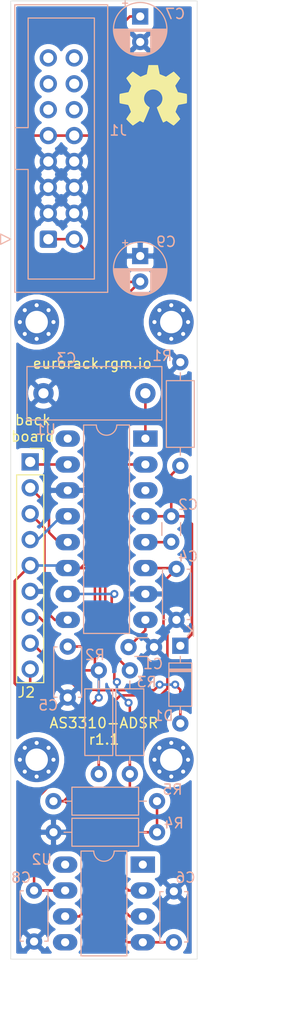
<source format=kicad_pcb>
(kicad_pcb (version 20171130) (host pcbnew 5.99.0+really5.1.12+dfsg1-1)

  (general
    (thickness 1.6)
    (drawings 9)
    (tracks 143)
    (zones 0)
    (modules 24)
    (nets 18)
  )

  (page A4)
  (title_block
    (title "as3310-adsr back")
    (date 2022-01-08)
    (rev 1.1)
  )

  (layers
    (0 F.Cu signal)
    (31 B.Cu signal)
    (32 B.Adhes user)
    (33 F.Adhes user)
    (34 B.Paste user)
    (35 F.Paste user)
    (36 B.SilkS user)
    (37 F.SilkS user)
    (38 B.Mask user)
    (39 F.Mask user)
    (40 Dwgs.User user)
    (41 Cmts.User user)
    (42 Eco1.User user)
    (43 Eco2.User user)
    (44 Edge.Cuts user)
    (45 Margin user)
    (46 B.CrtYd user)
    (47 F.CrtYd user)
    (48 B.Fab user hide)
    (49 F.Fab user hide)
  )

  (setup
    (last_trace_width 0.25)
    (trace_clearance 0.2)
    (zone_clearance 0.508)
    (zone_45_only no)
    (trace_min 0.2)
    (via_size 0.8)
    (via_drill 0.4)
    (via_min_size 0.4)
    (via_min_drill 0.3)
    (uvia_size 0.3)
    (uvia_drill 0.1)
    (uvias_allowed no)
    (uvia_min_size 0.2)
    (uvia_min_drill 0.1)
    (edge_width 0.05)
    (segment_width 0.2)
    (pcb_text_width 0.3)
    (pcb_text_size 1.5 1.5)
    (mod_edge_width 0.12)
    (mod_text_size 1 1)
    (mod_text_width 0.15)
    (pad_size 1.524 1.524)
    (pad_drill 0.762)
    (pad_to_mask_clearance 0)
    (aux_axis_origin 0 0)
    (visible_elements FFFFFF7F)
    (pcbplotparams
      (layerselection 0x010fc_ffffffff)
      (usegerberextensions true)
      (usegerberattributes false)
      (usegerberadvancedattributes false)
      (creategerberjobfile false)
      (excludeedgelayer true)
      (linewidth 0.100000)
      (plotframeref false)
      (viasonmask false)
      (mode 1)
      (useauxorigin false)
      (hpglpennumber 1)
      (hpglpenspeed 20)
      (hpglpendiameter 15.000000)
      (psnegative false)
      (psa4output false)
      (plotreference true)
      (plotvalue false)
      (plotinvisibletext false)
      (padsonsilk false)
      (subtractmaskfromsilk true)
      (outputformat 1)
      (mirror false)
      (drillshape 0)
      (scaleselection 1)
      (outputdirectory "gerber/"))
  )

  (net 0 "")
  (net 1 GND)
  (net 2 "Net-(C1-Pad1)")
  (net 3 "Net-(C2-Pad2)")
  (net 4 GATE)
  (net 5 "Net-(C3-Pad1)")
  (net 6 +12V)
  (net 7 -12V)
  (net 8 ATTACK)
  (net 9 RELEASE)
  (net 10 DECAY)
  (net 11 ENVOUT)
  (net 12 SUSTAIN)
  (net 13 "Net-(C4-Pad2)")
  (net 14 OUT)
  (net 15 "Net-(R3-Pad1)")
  (net 16 "Net-(R4-Pad1)")
  (net 17 "Net-(C2-Pad1)")

  (net_class Default "This is the default net class."
    (clearance 0.2)
    (trace_width 0.25)
    (via_dia 0.8)
    (via_drill 0.4)
    (uvia_dia 0.3)
    (uvia_drill 0.1)
    (add_net +12V)
    (add_net -12V)
    (add_net ATTACK)
    (add_net DECAY)
    (add_net ENVOUT)
    (add_net GATE)
    (add_net GND)
    (add_net "Net-(C1-Pad1)")
    (add_net "Net-(C2-Pad1)")
    (add_net "Net-(C2-Pad2)")
    (add_net "Net-(C3-Pad1)")
    (add_net "Net-(C4-Pad2)")
    (add_net "Net-(R3-Pad1)")
    (add_net "Net-(R4-Pad1)")
    (add_net OUT)
    (add_net RELEASE)
    (add_net SUSTAIN)
  )

  (module Diode_THT:D_DO-35_SOD27_P7.62mm_Horizontal (layer B.Cu) (tedit 5AE50CD5) (tstamp 61E61A69)
    (at 163.322 114.046 270)
    (descr "Diode, DO-35_SOD27 series, Axial, Horizontal, pin pitch=7.62mm, , length*diameter=4*2mm^2, , http://www.diodes.com/_files/packages/DO-35.pdf")
    (tags "Diode DO-35_SOD27 series Axial Horizontal pin pitch 7.62mm  length 4mm diameter 2mm")
    (path /61E7DD23)
    (fp_text reference D1 (at 6.858 1.651) (layer B.SilkS)
      (effects (font (size 1 1) (thickness 0.15)) (justify mirror))
    )
    (fp_text value 1N4148 (at 3.81 -2.12 270) (layer B.Fab)
      (effects (font (size 1 1) (thickness 0.15)) (justify mirror))
    )
    (fp_line (start 1.81 1) (end 1.81 -1) (layer B.Fab) (width 0.1))
    (fp_line (start 1.81 -1) (end 5.81 -1) (layer B.Fab) (width 0.1))
    (fp_line (start 5.81 -1) (end 5.81 1) (layer B.Fab) (width 0.1))
    (fp_line (start 5.81 1) (end 1.81 1) (layer B.Fab) (width 0.1))
    (fp_line (start 0 0) (end 1.81 0) (layer B.Fab) (width 0.1))
    (fp_line (start 7.62 0) (end 5.81 0) (layer B.Fab) (width 0.1))
    (fp_line (start 2.41 1) (end 2.41 -1) (layer B.Fab) (width 0.1))
    (fp_line (start 2.51 1) (end 2.51 -1) (layer B.Fab) (width 0.1))
    (fp_line (start 2.31 1) (end 2.31 -1) (layer B.Fab) (width 0.1))
    (fp_line (start 1.69 1.12) (end 1.69 -1.12) (layer B.SilkS) (width 0.12))
    (fp_line (start 1.69 -1.12) (end 5.93 -1.12) (layer B.SilkS) (width 0.12))
    (fp_line (start 5.93 -1.12) (end 5.93 1.12) (layer B.SilkS) (width 0.12))
    (fp_line (start 5.93 1.12) (end 1.69 1.12) (layer B.SilkS) (width 0.12))
    (fp_line (start 1.04 0) (end 1.69 0) (layer B.SilkS) (width 0.12))
    (fp_line (start 6.58 0) (end 5.93 0) (layer B.SilkS) (width 0.12))
    (fp_line (start 2.41 1.12) (end 2.41 -1.12) (layer B.SilkS) (width 0.12))
    (fp_line (start 2.53 1.12) (end 2.53 -1.12) (layer B.SilkS) (width 0.12))
    (fp_line (start 2.29 1.12) (end 2.29 -1.12) (layer B.SilkS) (width 0.12))
    (fp_line (start -1.05 1.25) (end -1.05 -1.25) (layer B.CrtYd) (width 0.05))
    (fp_line (start -1.05 -1.25) (end 8.67 -1.25) (layer B.CrtYd) (width 0.05))
    (fp_line (start 8.67 -1.25) (end 8.67 1.25) (layer B.CrtYd) (width 0.05))
    (fp_line (start 8.67 1.25) (end -1.05 1.25) (layer B.CrtYd) (width 0.05))
    (fp_text user K (at -1.397 -1.016) (layer B.SilkS)
      (effects (font (size 1 1) (thickness 0.15)) (justify mirror))
    )
    (fp_text user K (at 0 1.8 270) (layer B.Fab)
      (effects (font (size 1 1) (thickness 0.15)) (justify mirror))
    )
    (fp_text user %R (at 4.11 0 270) (layer B.Fab)
      (effects (font (size 0.8 0.8) (thickness 0.12)) (justify mirror))
    )
    (pad 2 thru_hole oval (at 7.62 0 270) (size 1.6 1.6) (drill 0.8) (layers *.Cu *.Mask)
      (net 4 GATE))
    (pad 1 thru_hole rect (at 0 0 270) (size 1.6 1.6) (drill 0.8) (layers *.Cu *.Mask)
      (net 17 "Net-(C2-Pad1)"))
    (model ${KISYS3DMOD}/Diode_THT.3dshapes/D_DO-35_SOD27_P7.62mm_Horizontal.wrl
      (at (xyz 0 0 0))
      (scale (xyz 1 1 1))
      (rotate (xyz 0 0 0))
    )
  )

  (module Symbol:OSHW-Symbol_6.7x6mm_SilkScreen (layer F.Cu) (tedit 0) (tstamp 61DA2715)
    (at 160.655 60.071)
    (descr "Open Source Hardware Symbol")
    (tags "Logo Symbol OSHW")
    (attr virtual)
    (fp_text reference REF** (at 0 0) (layer F.SilkS) hide
      (effects (font (size 1 1) (thickness 0.15)))
    )
    (fp_text value OSHW-Symbol_6.7x6mm_SilkScreen (at 0.75 0) (layer F.Fab) hide
      (effects (font (size 1 1) (thickness 0.15)))
    )
    (fp_poly (pts (xy 0.555814 -2.531069) (xy 0.639635 -2.086445) (xy 0.94892 -1.958947) (xy 1.258206 -1.831449)
      (xy 1.629246 -2.083754) (xy 1.733157 -2.154004) (xy 1.827087 -2.216728) (xy 1.906652 -2.269062)
      (xy 1.96747 -2.308143) (xy 2.005157 -2.331107) (xy 2.015421 -2.336058) (xy 2.03391 -2.323324)
      (xy 2.07342 -2.288118) (xy 2.129522 -2.234938) (xy 2.197787 -2.168282) (xy 2.273786 -2.092646)
      (xy 2.353092 -2.012528) (xy 2.431275 -1.932426) (xy 2.503907 -1.856836) (xy 2.566559 -1.790255)
      (xy 2.614803 -1.737182) (xy 2.64421 -1.702113) (xy 2.651241 -1.690377) (xy 2.641123 -1.66874)
      (xy 2.612759 -1.621338) (xy 2.569129 -1.552807) (xy 2.513218 -1.467785) (xy 2.448006 -1.370907)
      (xy 2.410219 -1.31565) (xy 2.341343 -1.214752) (xy 2.28014 -1.123701) (xy 2.229578 -1.04703)
      (xy 2.192628 -0.989272) (xy 2.172258 -0.954957) (xy 2.169197 -0.947746) (xy 2.176136 -0.927252)
      (xy 2.195051 -0.879487) (xy 2.223087 -0.811168) (xy 2.257391 -0.729011) (xy 2.295109 -0.63973)
      (xy 2.333387 -0.550042) (xy 2.36937 -0.466662) (xy 2.400206 -0.396306) (xy 2.423039 -0.34569)
      (xy 2.435017 -0.321529) (xy 2.435724 -0.320578) (xy 2.454531 -0.315964) (xy 2.504618 -0.305672)
      (xy 2.580793 -0.290713) (xy 2.677865 -0.272099) (xy 2.790643 -0.250841) (xy 2.856442 -0.238582)
      (xy 2.97695 -0.215638) (xy 3.085797 -0.193805) (xy 3.177476 -0.174278) (xy 3.246481 -0.158252)
      (xy 3.287304 -0.146921) (xy 3.295511 -0.143326) (xy 3.303548 -0.118994) (xy 3.310033 -0.064041)
      (xy 3.31497 0.015108) (xy 3.318364 0.112026) (xy 3.320218 0.220287) (xy 3.320538 0.333465)
      (xy 3.319327 0.445135) (xy 3.31659 0.548868) (xy 3.312331 0.638241) (xy 3.306555 0.706826)
      (xy 3.299267 0.748197) (xy 3.294895 0.75681) (xy 3.268764 0.767133) (xy 3.213393 0.781892)
      (xy 3.136107 0.799352) (xy 3.04423 0.81778) (xy 3.012158 0.823741) (xy 2.857524 0.852066)
      (xy 2.735375 0.874876) (xy 2.641673 0.89308) (xy 2.572384 0.907583) (xy 2.523471 0.919292)
      (xy 2.490897 0.929115) (xy 2.470628 0.937956) (xy 2.458626 0.946724) (xy 2.456947 0.948457)
      (xy 2.440184 0.976371) (xy 2.414614 1.030695) (xy 2.382788 1.104777) (xy 2.34726 1.191965)
      (xy 2.310583 1.285608) (xy 2.275311 1.379052) (xy 2.243996 1.465647) (xy 2.219193 1.53874)
      (xy 2.203454 1.591678) (xy 2.199332 1.617811) (xy 2.199676 1.618726) (xy 2.213641 1.640086)
      (xy 2.245322 1.687084) (xy 2.291391 1.754827) (xy 2.348518 1.838423) (xy 2.413373 1.932982)
      (xy 2.431843 1.959854) (xy 2.497699 2.057275) (xy 2.55565 2.146163) (xy 2.602538 2.221412)
      (xy 2.635207 2.27792) (xy 2.6505 2.310581) (xy 2.651241 2.314593) (xy 2.638392 2.335684)
      (xy 2.602888 2.377464) (xy 2.549293 2.435445) (xy 2.482171 2.505135) (xy 2.406087 2.582045)
      (xy 2.325604 2.661683) (xy 2.245287 2.739561) (xy 2.169699 2.811186) (xy 2.103405 2.87207)
      (xy 2.050969 2.917721) (xy 2.016955 2.94365) (xy 2.007545 2.947883) (xy 1.985643 2.937912)
      (xy 1.9408 2.91102) (xy 1.880321 2.871736) (xy 1.833789 2.840117) (xy 1.749475 2.782098)
      (xy 1.649626 2.713784) (xy 1.549473 2.645579) (xy 1.495627 2.609075) (xy 1.313371 2.4858)
      (xy 1.160381 2.56852) (xy 1.090682 2.604759) (xy 1.031414 2.632926) (xy 0.991311 2.648991)
      (xy 0.981103 2.651226) (xy 0.968829 2.634722) (xy 0.944613 2.588082) (xy 0.910263 2.515609)
      (xy 0.867588 2.421606) (xy 0.818394 2.310374) (xy 0.76449 2.186215) (xy 0.707684 2.053432)
      (xy 0.649782 1.916327) (xy 0.592593 1.779202) (xy 0.537924 1.646358) (xy 0.487584 1.522098)
      (xy 0.44338 1.410725) (xy 0.407119 1.316539) (xy 0.380609 1.243844) (xy 0.365658 1.196941)
      (xy 0.363254 1.180833) (xy 0.382311 1.160286) (xy 0.424036 1.126933) (xy 0.479706 1.087702)
      (xy 0.484378 1.084599) (xy 0.628264 0.969423) (xy 0.744283 0.835053) (xy 0.83143 0.685784)
      (xy 0.888699 0.525913) (xy 0.915086 0.359737) (xy 0.909585 0.191552) (xy 0.87119 0.025655)
      (xy 0.798895 -0.133658) (xy 0.777626 -0.168513) (xy 0.666996 -0.309263) (xy 0.536302 -0.422286)
      (xy 0.390064 -0.506997) (xy 0.232808 -0.562806) (xy 0.069057 -0.589126) (xy -0.096667 -0.58537)
      (xy -0.259838 -0.55095) (xy -0.415935 -0.485277) (xy -0.560433 -0.387765) (xy -0.605131 -0.348187)
      (xy -0.718888 -0.224297) (xy -0.801782 -0.093876) (xy -0.858644 0.052315) (xy -0.890313 0.197088)
      (xy -0.898131 0.35986) (xy -0.872062 0.52344) (xy -0.814755 0.682298) (xy -0.728856 0.830906)
      (xy -0.617014 0.963735) (xy -0.481877 1.075256) (xy -0.464117 1.087011) (xy -0.40785 1.125508)
      (xy -0.365077 1.158863) (xy -0.344628 1.18016) (xy -0.344331 1.180833) (xy -0.348721 1.203871)
      (xy -0.366124 1.256157) (xy -0.394732 1.33339) (xy -0.432735 1.431268) (xy -0.478326 1.545491)
      (xy -0.529697 1.671758) (xy -0.585038 1.805767) (xy -0.642542 1.943218) (xy -0.700399 2.079808)
      (xy -0.756802 2.211237) (xy -0.809942 2.333205) (xy -0.85801 2.441409) (xy -0.899199 2.531549)
      (xy -0.931699 2.599323) (xy -0.953703 2.64043) (xy -0.962564 2.651226) (xy -0.98964 2.642819)
      (xy -1.040303 2.620272) (xy -1.105817 2.587613) (xy -1.141841 2.56852) (xy -1.294832 2.4858)
      (xy -1.477088 2.609075) (xy -1.570125 2.672228) (xy -1.671985 2.741727) (xy -1.767438 2.807165)
      (xy -1.81525 2.840117) (xy -1.882495 2.885273) (xy -1.939436 2.921057) (xy -1.978646 2.942938)
      (xy -1.991381 2.947563) (xy -2.009917 2.935085) (xy -2.050941 2.900252) (xy -2.110475 2.846678)
      (xy -2.184542 2.777983) (xy -2.269165 2.697781) (xy -2.322685 2.646286) (xy -2.416319 2.554286)
      (xy -2.497241 2.471999) (xy -2.562177 2.402945) (xy -2.607858 2.350644) (xy -2.631011 2.318616)
      (xy -2.633232 2.312116) (xy -2.622924 2.287394) (xy -2.594439 2.237405) (xy -2.550937 2.167212)
      (xy -2.495577 2.081875) (xy -2.43152 1.986456) (xy -2.413303 1.959854) (xy -2.346927 1.863167)
      (xy -2.287378 1.776117) (xy -2.237984 1.703595) (xy -2.202075 1.650493) (xy -2.182981 1.621703)
      (xy -2.181136 1.618726) (xy -2.183895 1.595782) (xy -2.198538 1.545336) (xy -2.222513 1.474041)
      (xy -2.253266 1.388547) (xy -2.288244 1.295507) (xy -2.324893 1.201574) (xy -2.360661 1.113399)
      (xy -2.392994 1.037634) (xy -2.419338 0.980931) (xy -2.437142 0.949943) (xy -2.438407 0.948457)
      (xy -2.449294 0.939601) (xy -2.467682 0.930843) (xy -2.497606 0.921277) (xy -2.543103 0.909996)
      (xy -2.608209 0.896093) (xy -2.696961 0.878663) (xy -2.813393 0.856798) (xy -2.961542 0.829591)
      (xy -2.993618 0.823741) (xy -3.088686 0.805374) (xy -3.171565 0.787405) (xy -3.23493 0.771569)
      (xy -3.271458 0.7596) (xy -3.276356 0.75681) (xy -3.284427 0.732072) (xy -3.290987 0.67679)
      (xy -3.296033 0.597389) (xy -3.299559 0.500296) (xy -3.301561 0.391938) (xy -3.302036 0.27874)
      (xy -3.300977 0.167128) (xy -3.298382 0.063529) (xy -3.294246 -0.025632) (xy -3.288563 -0.093928)
      (xy -3.281331 -0.134934) (xy -3.276971 -0.143326) (xy -3.252698 -0.151792) (xy -3.197426 -0.165565)
      (xy -3.116662 -0.18345) (xy -3.015912 -0.204252) (xy -2.900683 -0.226777) (xy -2.837902 -0.238582)
      (xy -2.718787 -0.260849) (xy -2.612565 -0.281021) (xy -2.524427 -0.298085) (xy -2.459566 -0.311031)
      (xy -2.423174 -0.318845) (xy -2.417184 -0.320578) (xy -2.407061 -0.34011) (xy -2.385662 -0.387157)
      (xy -2.355839 -0.454997) (xy -2.320445 -0.536909) (xy -2.282332 -0.626172) (xy -2.244353 -0.716065)
      (xy -2.20936 -0.799865) (xy -2.180206 -0.870853) (xy -2.159743 -0.922306) (xy -2.150823 -0.947503)
      (xy -2.150657 -0.948604) (xy -2.160769 -0.968481) (xy -2.189117 -1.014223) (xy -2.232723 -1.081283)
      (xy -2.288606 -1.165116) (xy -2.353787 -1.261174) (xy -2.391679 -1.31635) (xy -2.460725 -1.417519)
      (xy -2.52205 -1.50937) (xy -2.572663 -1.587256) (xy -2.609571 -1.646531) (xy -2.629782 -1.682549)
      (xy -2.632701 -1.690623) (xy -2.620153 -1.709416) (xy -2.585463 -1.749543) (xy -2.533063 -1.806507)
      (xy -2.467384 -1.875815) (xy -2.392856 -1.952969) (xy -2.313913 -2.033475) (xy -2.234983 -2.112837)
      (xy -2.1605 -2.18656) (xy -2.094894 -2.250148) (xy -2.042596 -2.299106) (xy -2.008039 -2.328939)
      (xy -1.996478 -2.336058) (xy -1.977654 -2.326047) (xy -1.932631 -2.297922) (xy -1.865787 -2.254546)
      (xy -1.781499 -2.198782) (xy -1.684144 -2.133494) (xy -1.610707 -2.083754) (xy -1.239667 -1.831449)
      (xy -0.621095 -2.086445) (xy -0.537275 -2.531069) (xy -0.453454 -2.975693) (xy 0.471994 -2.975693)
      (xy 0.555814 -2.531069)) (layer F.SilkS) (width 0.01))
  )

  (module Resistor_THT:R_Axial_DIN0207_L6.3mm_D2.5mm_P10.16mm_Horizontal (layer B.Cu) (tedit 5AE5139B) (tstamp 61D90CBB)
    (at 163.322 86.233 270)
    (descr "Resistor, Axial_DIN0207 series, Axial, Horizontal, pin pitch=10.16mm, 0.25W = 1/4W, length*diameter=6.3*2.5mm^2, http://cdn-reichelt.de/documents/datenblatt/B400/1_4W%23YAG.pdf")
    (tags "Resistor Axial_DIN0207 series Axial Horizontal pin pitch 10.16mm 0.25W = 1/4W length 6.3mm diameter 2.5mm")
    (path /61DCBA6F)
    (fp_text reference R1 (at -0.635 1.778) (layer B.SilkS)
      (effects (font (size 1 1) (thickness 0.15)) (justify mirror))
    )
    (fp_text value 10k (at 5.08 -2.37 270) (layer B.Fab)
      (effects (font (size 1 1) (thickness 0.15)) (justify mirror))
    )
    (fp_line (start 1.93 1.25) (end 1.93 -1.25) (layer B.Fab) (width 0.1))
    (fp_line (start 1.93 -1.25) (end 8.23 -1.25) (layer B.Fab) (width 0.1))
    (fp_line (start 8.23 -1.25) (end 8.23 1.25) (layer B.Fab) (width 0.1))
    (fp_line (start 8.23 1.25) (end 1.93 1.25) (layer B.Fab) (width 0.1))
    (fp_line (start 0 0) (end 1.93 0) (layer B.Fab) (width 0.1))
    (fp_line (start 10.16 0) (end 8.23 0) (layer B.Fab) (width 0.1))
    (fp_line (start 1.81 1.37) (end 1.81 -1.37) (layer B.SilkS) (width 0.12))
    (fp_line (start 1.81 -1.37) (end 8.35 -1.37) (layer B.SilkS) (width 0.12))
    (fp_line (start 8.35 -1.37) (end 8.35 1.37) (layer B.SilkS) (width 0.12))
    (fp_line (start 8.35 1.37) (end 1.81 1.37) (layer B.SilkS) (width 0.12))
    (fp_line (start 1.04 0) (end 1.81 0) (layer B.SilkS) (width 0.12))
    (fp_line (start 9.12 0) (end 8.35 0) (layer B.SilkS) (width 0.12))
    (fp_line (start -1.05 1.5) (end -1.05 -1.5) (layer B.CrtYd) (width 0.05))
    (fp_line (start -1.05 -1.5) (end 11.21 -1.5) (layer B.CrtYd) (width 0.05))
    (fp_line (start 11.21 -1.5) (end 11.21 1.5) (layer B.CrtYd) (width 0.05))
    (fp_line (start 11.21 1.5) (end -1.05 1.5) (layer B.CrtYd) (width 0.05))
    (fp_text user %R (at 5.08 0 270) (layer B.Fab)
      (effects (font (size 1 1) (thickness 0.15)) (justify mirror))
    )
    (pad 2 thru_hole oval (at 10.16 0 270) (size 1.6 1.6) (drill 0.8) (layers *.Cu *.Mask)
      (net 17 "Net-(C2-Pad1)"))
    (pad 1 thru_hole circle (at 0 0 270) (size 1.6 1.6) (drill 0.8) (layers *.Cu *.Mask)
      (net 1 GND))
    (model ${KISYS3DMOD}/Resistor_THT.3dshapes/R_Axial_DIN0207_L6.3mm_D2.5mm_P10.16mm_Horizontal.wrl
      (at (xyz 0 0 0))
      (scale (xyz 1 1 1))
      (rotate (xyz 0 0 0))
    )
  )

  (module MountingHole:MountingHole_2.2mm_M2_Pad_Via (layer F.Cu) (tedit 56DDB9C7) (tstamp 61D9570F)
    (at 162.433 125.222)
    (descr "Mounting Hole 2.2mm, M2")
    (tags "mounting hole 2.2mm m2")
    (path /61E78E75)
    (attr virtual)
    (fp_text reference H4 (at 0 -3.2) (layer F.SilkS) hide
      (effects (font (size 1 1) (thickness 0.15)))
    )
    (fp_text value MountingHole (at 0 3.2) (layer F.Fab)
      (effects (font (size 1 1) (thickness 0.15)))
    )
    (fp_circle (center 0 0) (end 2.45 0) (layer F.CrtYd) (width 0.05))
    (fp_circle (center 0 0) (end 2.2 0) (layer Cmts.User) (width 0.15))
    (fp_text user %R (at 0.3 0) (layer F.Fab)
      (effects (font (size 1 1) (thickness 0.15)))
    )
    (pad 1 thru_hole circle (at 1.166726 -1.166726) (size 0.7 0.7) (drill 0.4) (layers *.Cu *.Mask))
    (pad 1 thru_hole circle (at 0 -1.65) (size 0.7 0.7) (drill 0.4) (layers *.Cu *.Mask))
    (pad 1 thru_hole circle (at -1.166726 -1.166726) (size 0.7 0.7) (drill 0.4) (layers *.Cu *.Mask))
    (pad 1 thru_hole circle (at -1.65 0) (size 0.7 0.7) (drill 0.4) (layers *.Cu *.Mask))
    (pad 1 thru_hole circle (at -1.166726 1.166726) (size 0.7 0.7) (drill 0.4) (layers *.Cu *.Mask))
    (pad 1 thru_hole circle (at 0 1.65) (size 0.7 0.7) (drill 0.4) (layers *.Cu *.Mask))
    (pad 1 thru_hole circle (at 1.166726 1.166726) (size 0.7 0.7) (drill 0.4) (layers *.Cu *.Mask))
    (pad 1 thru_hole circle (at 1.65 0) (size 0.7 0.7) (drill 0.4) (layers *.Cu *.Mask))
    (pad 1 thru_hole circle (at 0 0) (size 4.4 4.4) (drill 2.2) (layers *.Cu *.Mask))
  )

  (module MountingHole:MountingHole_2.2mm_M2_Pad_Via (layer F.Cu) (tedit 56DDB9C7) (tstamp 61D956FF)
    (at 162.433 82.296)
    (descr "Mounting Hole 2.2mm, M2")
    (tags "mounting hole 2.2mm m2")
    (path /61E78C69)
    (attr virtual)
    (fp_text reference H3 (at 0 -3.2) (layer F.SilkS) hide
      (effects (font (size 1 1) (thickness 0.15)))
    )
    (fp_text value MountingHole (at 0 3.2) (layer F.Fab)
      (effects (font (size 1 1) (thickness 0.15)))
    )
    (fp_circle (center 0 0) (end 2.45 0) (layer F.CrtYd) (width 0.05))
    (fp_circle (center 0 0) (end 2.2 0) (layer Cmts.User) (width 0.15))
    (fp_text user %R (at 0.3 0) (layer F.Fab)
      (effects (font (size 1 1) (thickness 0.15)))
    )
    (pad 1 thru_hole circle (at 1.166726 -1.166726) (size 0.7 0.7) (drill 0.4) (layers *.Cu *.Mask))
    (pad 1 thru_hole circle (at 0 -1.65) (size 0.7 0.7) (drill 0.4) (layers *.Cu *.Mask))
    (pad 1 thru_hole circle (at -1.166726 -1.166726) (size 0.7 0.7) (drill 0.4) (layers *.Cu *.Mask))
    (pad 1 thru_hole circle (at -1.65 0) (size 0.7 0.7) (drill 0.4) (layers *.Cu *.Mask))
    (pad 1 thru_hole circle (at -1.166726 1.166726) (size 0.7 0.7) (drill 0.4) (layers *.Cu *.Mask))
    (pad 1 thru_hole circle (at 0 1.65) (size 0.7 0.7) (drill 0.4) (layers *.Cu *.Mask))
    (pad 1 thru_hole circle (at 1.166726 1.166726) (size 0.7 0.7) (drill 0.4) (layers *.Cu *.Mask))
    (pad 1 thru_hole circle (at 1.65 0) (size 0.7 0.7) (drill 0.4) (layers *.Cu *.Mask))
    (pad 1 thru_hole circle (at 0 0) (size 4.4 4.4) (drill 2.2) (layers *.Cu *.Mask))
  )

  (module MountingHole:MountingHole_2.2mm_M2_Pad_Via (layer F.Cu) (tedit 56DDB9C7) (tstamp 61D956EF)
    (at 149.225 125.222)
    (descr "Mounting Hole 2.2mm, M2")
    (tags "mounting hole 2.2mm m2")
    (path /61E78889)
    (attr virtual)
    (fp_text reference H2 (at 0 -3.2) (layer F.SilkS) hide
      (effects (font (size 1 1) (thickness 0.15)))
    )
    (fp_text value MountingHole (at 0 3.2) (layer F.Fab)
      (effects (font (size 1 1) (thickness 0.15)))
    )
    (fp_circle (center 0 0) (end 2.45 0) (layer F.CrtYd) (width 0.05))
    (fp_circle (center 0 0) (end 2.2 0) (layer Cmts.User) (width 0.15))
    (fp_text user %R (at 0.3 0) (layer F.Fab)
      (effects (font (size 1 1) (thickness 0.15)))
    )
    (pad 1 thru_hole circle (at 1.166726 -1.166726) (size 0.7 0.7) (drill 0.4) (layers *.Cu *.Mask))
    (pad 1 thru_hole circle (at 0 -1.65) (size 0.7 0.7) (drill 0.4) (layers *.Cu *.Mask))
    (pad 1 thru_hole circle (at -1.166726 -1.166726) (size 0.7 0.7) (drill 0.4) (layers *.Cu *.Mask))
    (pad 1 thru_hole circle (at -1.65 0) (size 0.7 0.7) (drill 0.4) (layers *.Cu *.Mask))
    (pad 1 thru_hole circle (at -1.166726 1.166726) (size 0.7 0.7) (drill 0.4) (layers *.Cu *.Mask))
    (pad 1 thru_hole circle (at 0 1.65) (size 0.7 0.7) (drill 0.4) (layers *.Cu *.Mask))
    (pad 1 thru_hole circle (at 1.166726 1.166726) (size 0.7 0.7) (drill 0.4) (layers *.Cu *.Mask))
    (pad 1 thru_hole circle (at 1.65 0) (size 0.7 0.7) (drill 0.4) (layers *.Cu *.Mask))
    (pad 1 thru_hole circle (at 0 0) (size 4.4 4.4) (drill 2.2) (layers *.Cu *.Mask))
  )

  (module MountingHole:MountingHole_2.2mm_M2_Pad_Via (layer F.Cu) (tedit 56DDB9C7) (tstamp 61D956DF)
    (at 149.225 82.296)
    (descr "Mounting Hole 2.2mm, M2")
    (tags "mounting hole 2.2mm m2")
    (path /61E78272)
    (attr virtual)
    (fp_text reference H1 (at 0 -3.2) (layer F.SilkS) hide
      (effects (font (size 1 1) (thickness 0.15)))
    )
    (fp_text value MountingHole (at 0 3.2) (layer F.Fab)
      (effects (font (size 1 1) (thickness 0.15)))
    )
    (fp_circle (center 0 0) (end 2.45 0) (layer F.CrtYd) (width 0.05))
    (fp_circle (center 0 0) (end 2.2 0) (layer Cmts.User) (width 0.15))
    (fp_text user %R (at 0.3 0) (layer F.Fab)
      (effects (font (size 1 1) (thickness 0.15)))
    )
    (pad 1 thru_hole circle (at 1.166726 -1.166726) (size 0.7 0.7) (drill 0.4) (layers *.Cu *.Mask))
    (pad 1 thru_hole circle (at 0 -1.65) (size 0.7 0.7) (drill 0.4) (layers *.Cu *.Mask))
    (pad 1 thru_hole circle (at -1.166726 -1.166726) (size 0.7 0.7) (drill 0.4) (layers *.Cu *.Mask))
    (pad 1 thru_hole circle (at -1.65 0) (size 0.7 0.7) (drill 0.4) (layers *.Cu *.Mask))
    (pad 1 thru_hole circle (at -1.166726 1.166726) (size 0.7 0.7) (drill 0.4) (layers *.Cu *.Mask))
    (pad 1 thru_hole circle (at 0 1.65) (size 0.7 0.7) (drill 0.4) (layers *.Cu *.Mask))
    (pad 1 thru_hole circle (at 1.166726 1.166726) (size 0.7 0.7) (drill 0.4) (layers *.Cu *.Mask))
    (pad 1 thru_hole circle (at 1.65 0) (size 0.7 0.7) (drill 0.4) (layers *.Cu *.Mask))
    (pad 1 thru_hole circle (at 0 0) (size 4.4 4.4) (drill 2.2) (layers *.Cu *.Mask))
  )

  (module Connector_PinSocket_2.54mm:PinSocket_1x09_P2.54mm_Vertical (layer F.Cu) (tedit 5A19A431) (tstamp 61D94429)
    (at 148.59 96.012)
    (descr "Through hole straight socket strip, 1x09, 2.54mm pitch, single row (from Kicad 4.0.7), script generated")
    (tags "Through hole socket strip THT 1x09 2.54mm single row")
    (path /61E126EF)
    (fp_text reference J2 (at -0.381 22.606) (layer F.SilkS)
      (effects (font (size 1 1) (thickness 0.15)))
    )
    (fp_text value "Pin Socket 1x9" (at 0 23.09) (layer F.Fab)
      (effects (font (size 1 1) (thickness 0.15)))
    )
    (fp_line (start -1.8 22.1) (end -1.8 -1.8) (layer F.CrtYd) (width 0.05))
    (fp_line (start 1.75 22.1) (end -1.8 22.1) (layer F.CrtYd) (width 0.05))
    (fp_line (start 1.75 -1.8) (end 1.75 22.1) (layer F.CrtYd) (width 0.05))
    (fp_line (start -1.8 -1.8) (end 1.75 -1.8) (layer F.CrtYd) (width 0.05))
    (fp_line (start 0 -1.33) (end 1.33 -1.33) (layer F.SilkS) (width 0.12))
    (fp_line (start 1.33 -1.33) (end 1.33 0) (layer F.SilkS) (width 0.12))
    (fp_line (start 1.33 1.27) (end 1.33 21.65) (layer F.SilkS) (width 0.12))
    (fp_line (start -1.33 21.65) (end 1.33 21.65) (layer F.SilkS) (width 0.12))
    (fp_line (start -1.33 1.27) (end -1.33 21.65) (layer F.SilkS) (width 0.12))
    (fp_line (start -1.33 1.27) (end 1.33 1.27) (layer F.SilkS) (width 0.12))
    (fp_line (start -1.27 21.59) (end -1.27 -1.27) (layer F.Fab) (width 0.1))
    (fp_line (start 1.27 21.59) (end -1.27 21.59) (layer F.Fab) (width 0.1))
    (fp_line (start 1.27 -0.635) (end 1.27 21.59) (layer F.Fab) (width 0.1))
    (fp_line (start 0.635 -1.27) (end 1.27 -0.635) (layer F.Fab) (width 0.1))
    (fp_line (start -1.27 -1.27) (end 0.635 -1.27) (layer F.Fab) (width 0.1))
    (fp_text user %R (at 0 10.16 90) (layer F.Fab)
      (effects (font (size 1 1) (thickness 0.15)))
    )
    (pad 9 thru_hole oval (at 0 20.32) (size 1.7 1.7) (drill 1) (layers *.Cu *.Mask)
      (net 14 OUT))
    (pad 8 thru_hole oval (at 0 17.78) (size 1.7 1.7) (drill 1) (layers *.Cu *.Mask)
      (net 4 GATE))
    (pad 7 thru_hole oval (at 0 15.24) (size 1.7 1.7) (drill 1) (layers *.Cu *.Mask)
      (net 7 -12V))
    (pad 6 thru_hole oval (at 0 12.7) (size 1.7 1.7) (drill 1) (layers *.Cu *.Mask)
      (net 1 GND))
    (pad 5 thru_hole oval (at 0 10.16) (size 1.7 1.7) (drill 1) (layers *.Cu *.Mask)
      (net 6 +12V))
    (pad 4 thru_hole oval (at 0 7.62) (size 1.7 1.7) (drill 1) (layers *.Cu *.Mask)
      (net 9 RELEASE))
    (pad 3 thru_hole oval (at 0 5.08) (size 1.7 1.7) (drill 1) (layers *.Cu *.Mask)
      (net 12 SUSTAIN))
    (pad 2 thru_hole oval (at 0 2.54) (size 1.7 1.7) (drill 1) (layers *.Cu *.Mask)
      (net 10 DECAY))
    (pad 1 thru_hole rect (at 0 0) (size 1.7 1.7) (drill 1) (layers *.Cu *.Mask)
      (net 8 ATTACK))
    (model ${KISYS3DMOD}/Connector_PinSocket_2.54mm.3dshapes/PinSocket_1x09_P2.54mm_Vertical.wrl
      (at (xyz 0 0 0))
      (scale (xyz 1 1 1))
      (rotate (xyz 0 0 0))
    )
  )

  (module Capacitor_THT:C_Rect_L13.0mm_W5.0mm_P10.00mm_FKS3_FKP3_MKS4 (layer B.Cu) (tedit 5AE50EF0) (tstamp 61D90AFD)
    (at 159.893 89.281 180)
    (descr "C, Rect series, Radial, pin pitch=10.00mm, , length*width=13*5mm^2, Capacitor, http://www.wima.com/EN/WIMA_FKS_3.pdf, http://www.wima.com/EN/WIMA_MKS_4.pdf")
    (tags "C Rect series Radial pin pitch 10.00mm  length 13mm width 5mm Capacitor")
    (path /61D9DE2B)
    (fp_text reference C3 (at 7.747 3.429 180) (layer B.SilkS)
      (effects (font (size 1 1) (thickness 0.15)) (justify mirror))
    )
    (fp_text value 39n (at 5 -3.75 180) (layer B.Fab)
      (effects (font (size 1 1) (thickness 0.15)) (justify mirror))
    )
    (fp_line (start -1.5 2.5) (end -1.5 -2.5) (layer B.Fab) (width 0.1))
    (fp_line (start -1.5 -2.5) (end 11.5 -2.5) (layer B.Fab) (width 0.1))
    (fp_line (start 11.5 -2.5) (end 11.5 2.5) (layer B.Fab) (width 0.1))
    (fp_line (start 11.5 2.5) (end -1.5 2.5) (layer B.Fab) (width 0.1))
    (fp_line (start -1.62 2.62) (end 11.62 2.62) (layer B.SilkS) (width 0.12))
    (fp_line (start -1.62 -2.62) (end 11.62 -2.62) (layer B.SilkS) (width 0.12))
    (fp_line (start -1.62 2.62) (end -1.62 -2.62) (layer B.SilkS) (width 0.12))
    (fp_line (start 11.62 2.62) (end 11.62 -2.62) (layer B.SilkS) (width 0.12))
    (fp_line (start -1.75 2.75) (end -1.75 -2.75) (layer B.CrtYd) (width 0.05))
    (fp_line (start -1.75 -2.75) (end 11.75 -2.75) (layer B.CrtYd) (width 0.05))
    (fp_line (start 11.75 -2.75) (end 11.75 2.75) (layer B.CrtYd) (width 0.05))
    (fp_line (start 11.75 2.75) (end -1.75 2.75) (layer B.CrtYd) (width 0.05))
    (fp_text user %R (at 5 0 180) (layer B.Fab)
      (effects (font (size 1 1) (thickness 0.15)) (justify mirror))
    )
    (pad 2 thru_hole circle (at 10 0 180) (size 2 2) (drill 1) (layers *.Cu *.Mask)
      (net 1 GND))
    (pad 1 thru_hole circle (at 0 0 180) (size 2 2) (drill 1) (layers *.Cu *.Mask)
      (net 5 "Net-(C3-Pad1)"))
    (model ${KISYS3DMOD}/Capacitor_THT.3dshapes/C_Rect_L13.0mm_W5.0mm_P10.00mm_FKS3_FKP3_MKS4.wrl
      (at (xyz 0 0 0))
      (scale (xyz 1 1 1))
      (rotate (xyz 0 0 0))
    )
  )

  (module Capacitor_THT:CP_Radial_D5.0mm_P2.50mm (layer B.Cu) (tedit 5AE50EF0) (tstamp 61D90B1F)
    (at 159.385 75.819 270)
    (descr "CP, Radial series, Radial, pin pitch=2.50mm, , diameter=5mm, Electrolytic Capacitor")
    (tags "CP Radial series Radial pin pitch 2.50mm  diameter 5mm Electrolytic Capacitor")
    (path /61D8DAA9)
    (fp_text reference C9 (at -1.397 -2.54 180) (layer B.SilkS)
      (effects (font (size 1 1) (thickness 0.15)) (justify mirror))
    )
    (fp_text value 10u (at 1.25 -3.75 90) (layer B.Fab)
      (effects (font (size 1 1) (thickness 0.15)) (justify mirror))
    )
    (fp_circle (center 1.25 0) (end 3.75 0) (layer B.Fab) (width 0.1))
    (fp_circle (center 1.25 0) (end 3.87 0) (layer B.SilkS) (width 0.12))
    (fp_circle (center 1.25 0) (end 4 0) (layer B.CrtYd) (width 0.05))
    (fp_line (start -0.883605 1.0875) (end -0.383605 1.0875) (layer B.Fab) (width 0.1))
    (fp_line (start -0.633605 1.3375) (end -0.633605 0.8375) (layer B.Fab) (width 0.1))
    (fp_line (start 1.25 2.58) (end 1.25 -2.58) (layer B.SilkS) (width 0.12))
    (fp_line (start 1.29 2.58) (end 1.29 -2.58) (layer B.SilkS) (width 0.12))
    (fp_line (start 1.33 2.579) (end 1.33 -2.579) (layer B.SilkS) (width 0.12))
    (fp_line (start 1.37 2.578) (end 1.37 -2.578) (layer B.SilkS) (width 0.12))
    (fp_line (start 1.41 2.576) (end 1.41 -2.576) (layer B.SilkS) (width 0.12))
    (fp_line (start 1.45 2.573) (end 1.45 -2.573) (layer B.SilkS) (width 0.12))
    (fp_line (start 1.49 2.569) (end 1.49 1.04) (layer B.SilkS) (width 0.12))
    (fp_line (start 1.49 -1.04) (end 1.49 -2.569) (layer B.SilkS) (width 0.12))
    (fp_line (start 1.53 2.565) (end 1.53 1.04) (layer B.SilkS) (width 0.12))
    (fp_line (start 1.53 -1.04) (end 1.53 -2.565) (layer B.SilkS) (width 0.12))
    (fp_line (start 1.57 2.561) (end 1.57 1.04) (layer B.SilkS) (width 0.12))
    (fp_line (start 1.57 -1.04) (end 1.57 -2.561) (layer B.SilkS) (width 0.12))
    (fp_line (start 1.61 2.556) (end 1.61 1.04) (layer B.SilkS) (width 0.12))
    (fp_line (start 1.61 -1.04) (end 1.61 -2.556) (layer B.SilkS) (width 0.12))
    (fp_line (start 1.65 2.55) (end 1.65 1.04) (layer B.SilkS) (width 0.12))
    (fp_line (start 1.65 -1.04) (end 1.65 -2.55) (layer B.SilkS) (width 0.12))
    (fp_line (start 1.69 2.543) (end 1.69 1.04) (layer B.SilkS) (width 0.12))
    (fp_line (start 1.69 -1.04) (end 1.69 -2.543) (layer B.SilkS) (width 0.12))
    (fp_line (start 1.73 2.536) (end 1.73 1.04) (layer B.SilkS) (width 0.12))
    (fp_line (start 1.73 -1.04) (end 1.73 -2.536) (layer B.SilkS) (width 0.12))
    (fp_line (start 1.77 2.528) (end 1.77 1.04) (layer B.SilkS) (width 0.12))
    (fp_line (start 1.77 -1.04) (end 1.77 -2.528) (layer B.SilkS) (width 0.12))
    (fp_line (start 1.81 2.52) (end 1.81 1.04) (layer B.SilkS) (width 0.12))
    (fp_line (start 1.81 -1.04) (end 1.81 -2.52) (layer B.SilkS) (width 0.12))
    (fp_line (start 1.85 2.511) (end 1.85 1.04) (layer B.SilkS) (width 0.12))
    (fp_line (start 1.85 -1.04) (end 1.85 -2.511) (layer B.SilkS) (width 0.12))
    (fp_line (start 1.89 2.501) (end 1.89 1.04) (layer B.SilkS) (width 0.12))
    (fp_line (start 1.89 -1.04) (end 1.89 -2.501) (layer B.SilkS) (width 0.12))
    (fp_line (start 1.93 2.491) (end 1.93 1.04) (layer B.SilkS) (width 0.12))
    (fp_line (start 1.93 -1.04) (end 1.93 -2.491) (layer B.SilkS) (width 0.12))
    (fp_line (start 1.971 2.48) (end 1.971 1.04) (layer B.SilkS) (width 0.12))
    (fp_line (start 1.971 -1.04) (end 1.971 -2.48) (layer B.SilkS) (width 0.12))
    (fp_line (start 2.011 2.468) (end 2.011 1.04) (layer B.SilkS) (width 0.12))
    (fp_line (start 2.011 -1.04) (end 2.011 -2.468) (layer B.SilkS) (width 0.12))
    (fp_line (start 2.051 2.455) (end 2.051 1.04) (layer B.SilkS) (width 0.12))
    (fp_line (start 2.051 -1.04) (end 2.051 -2.455) (layer B.SilkS) (width 0.12))
    (fp_line (start 2.091 2.442) (end 2.091 1.04) (layer B.SilkS) (width 0.12))
    (fp_line (start 2.091 -1.04) (end 2.091 -2.442) (layer B.SilkS) (width 0.12))
    (fp_line (start 2.131 2.428) (end 2.131 1.04) (layer B.SilkS) (width 0.12))
    (fp_line (start 2.131 -1.04) (end 2.131 -2.428) (layer B.SilkS) (width 0.12))
    (fp_line (start 2.171 2.414) (end 2.171 1.04) (layer B.SilkS) (width 0.12))
    (fp_line (start 2.171 -1.04) (end 2.171 -2.414) (layer B.SilkS) (width 0.12))
    (fp_line (start 2.211 2.398) (end 2.211 1.04) (layer B.SilkS) (width 0.12))
    (fp_line (start 2.211 -1.04) (end 2.211 -2.398) (layer B.SilkS) (width 0.12))
    (fp_line (start 2.251 2.382) (end 2.251 1.04) (layer B.SilkS) (width 0.12))
    (fp_line (start 2.251 -1.04) (end 2.251 -2.382) (layer B.SilkS) (width 0.12))
    (fp_line (start 2.291 2.365) (end 2.291 1.04) (layer B.SilkS) (width 0.12))
    (fp_line (start 2.291 -1.04) (end 2.291 -2.365) (layer B.SilkS) (width 0.12))
    (fp_line (start 2.331 2.348) (end 2.331 1.04) (layer B.SilkS) (width 0.12))
    (fp_line (start 2.331 -1.04) (end 2.331 -2.348) (layer B.SilkS) (width 0.12))
    (fp_line (start 2.371 2.329) (end 2.371 1.04) (layer B.SilkS) (width 0.12))
    (fp_line (start 2.371 -1.04) (end 2.371 -2.329) (layer B.SilkS) (width 0.12))
    (fp_line (start 2.411 2.31) (end 2.411 1.04) (layer B.SilkS) (width 0.12))
    (fp_line (start 2.411 -1.04) (end 2.411 -2.31) (layer B.SilkS) (width 0.12))
    (fp_line (start 2.451 2.29) (end 2.451 1.04) (layer B.SilkS) (width 0.12))
    (fp_line (start 2.451 -1.04) (end 2.451 -2.29) (layer B.SilkS) (width 0.12))
    (fp_line (start 2.491 2.268) (end 2.491 1.04) (layer B.SilkS) (width 0.12))
    (fp_line (start 2.491 -1.04) (end 2.491 -2.268) (layer B.SilkS) (width 0.12))
    (fp_line (start 2.531 2.247) (end 2.531 1.04) (layer B.SilkS) (width 0.12))
    (fp_line (start 2.531 -1.04) (end 2.531 -2.247) (layer B.SilkS) (width 0.12))
    (fp_line (start 2.571 2.224) (end 2.571 1.04) (layer B.SilkS) (width 0.12))
    (fp_line (start 2.571 -1.04) (end 2.571 -2.224) (layer B.SilkS) (width 0.12))
    (fp_line (start 2.611 2.2) (end 2.611 1.04) (layer B.SilkS) (width 0.12))
    (fp_line (start 2.611 -1.04) (end 2.611 -2.2) (layer B.SilkS) (width 0.12))
    (fp_line (start 2.651 2.175) (end 2.651 1.04) (layer B.SilkS) (width 0.12))
    (fp_line (start 2.651 -1.04) (end 2.651 -2.175) (layer B.SilkS) (width 0.12))
    (fp_line (start 2.691 2.149) (end 2.691 1.04) (layer B.SilkS) (width 0.12))
    (fp_line (start 2.691 -1.04) (end 2.691 -2.149) (layer B.SilkS) (width 0.12))
    (fp_line (start 2.731 2.122) (end 2.731 1.04) (layer B.SilkS) (width 0.12))
    (fp_line (start 2.731 -1.04) (end 2.731 -2.122) (layer B.SilkS) (width 0.12))
    (fp_line (start 2.771 2.095) (end 2.771 1.04) (layer B.SilkS) (width 0.12))
    (fp_line (start 2.771 -1.04) (end 2.771 -2.095) (layer B.SilkS) (width 0.12))
    (fp_line (start 2.811 2.065) (end 2.811 1.04) (layer B.SilkS) (width 0.12))
    (fp_line (start 2.811 -1.04) (end 2.811 -2.065) (layer B.SilkS) (width 0.12))
    (fp_line (start 2.851 2.035) (end 2.851 1.04) (layer B.SilkS) (width 0.12))
    (fp_line (start 2.851 -1.04) (end 2.851 -2.035) (layer B.SilkS) (width 0.12))
    (fp_line (start 2.891 2.004) (end 2.891 1.04) (layer B.SilkS) (width 0.12))
    (fp_line (start 2.891 -1.04) (end 2.891 -2.004) (layer B.SilkS) (width 0.12))
    (fp_line (start 2.931 1.971) (end 2.931 1.04) (layer B.SilkS) (width 0.12))
    (fp_line (start 2.931 -1.04) (end 2.931 -1.971) (layer B.SilkS) (width 0.12))
    (fp_line (start 2.971 1.937) (end 2.971 1.04) (layer B.SilkS) (width 0.12))
    (fp_line (start 2.971 -1.04) (end 2.971 -1.937) (layer B.SilkS) (width 0.12))
    (fp_line (start 3.011 1.901) (end 3.011 1.04) (layer B.SilkS) (width 0.12))
    (fp_line (start 3.011 -1.04) (end 3.011 -1.901) (layer B.SilkS) (width 0.12))
    (fp_line (start 3.051 1.864) (end 3.051 1.04) (layer B.SilkS) (width 0.12))
    (fp_line (start 3.051 -1.04) (end 3.051 -1.864) (layer B.SilkS) (width 0.12))
    (fp_line (start 3.091 1.826) (end 3.091 1.04) (layer B.SilkS) (width 0.12))
    (fp_line (start 3.091 -1.04) (end 3.091 -1.826) (layer B.SilkS) (width 0.12))
    (fp_line (start 3.131 1.785) (end 3.131 1.04) (layer B.SilkS) (width 0.12))
    (fp_line (start 3.131 -1.04) (end 3.131 -1.785) (layer B.SilkS) (width 0.12))
    (fp_line (start 3.171 1.743) (end 3.171 1.04) (layer B.SilkS) (width 0.12))
    (fp_line (start 3.171 -1.04) (end 3.171 -1.743) (layer B.SilkS) (width 0.12))
    (fp_line (start 3.211 1.699) (end 3.211 1.04) (layer B.SilkS) (width 0.12))
    (fp_line (start 3.211 -1.04) (end 3.211 -1.699) (layer B.SilkS) (width 0.12))
    (fp_line (start 3.251 1.653) (end 3.251 1.04) (layer B.SilkS) (width 0.12))
    (fp_line (start 3.251 -1.04) (end 3.251 -1.653) (layer B.SilkS) (width 0.12))
    (fp_line (start 3.291 1.605) (end 3.291 1.04) (layer B.SilkS) (width 0.12))
    (fp_line (start 3.291 -1.04) (end 3.291 -1.605) (layer B.SilkS) (width 0.12))
    (fp_line (start 3.331 1.554) (end 3.331 1.04) (layer B.SilkS) (width 0.12))
    (fp_line (start 3.331 -1.04) (end 3.331 -1.554) (layer B.SilkS) (width 0.12))
    (fp_line (start 3.371 1.5) (end 3.371 1.04) (layer B.SilkS) (width 0.12))
    (fp_line (start 3.371 -1.04) (end 3.371 -1.5) (layer B.SilkS) (width 0.12))
    (fp_line (start 3.411 1.443) (end 3.411 1.04) (layer B.SilkS) (width 0.12))
    (fp_line (start 3.411 -1.04) (end 3.411 -1.443) (layer B.SilkS) (width 0.12))
    (fp_line (start 3.451 1.383) (end 3.451 1.04) (layer B.SilkS) (width 0.12))
    (fp_line (start 3.451 -1.04) (end 3.451 -1.383) (layer B.SilkS) (width 0.12))
    (fp_line (start 3.491 1.319) (end 3.491 1.04) (layer B.SilkS) (width 0.12))
    (fp_line (start 3.491 -1.04) (end 3.491 -1.319) (layer B.SilkS) (width 0.12))
    (fp_line (start 3.531 1.251) (end 3.531 1.04) (layer B.SilkS) (width 0.12))
    (fp_line (start 3.531 -1.04) (end 3.531 -1.251) (layer B.SilkS) (width 0.12))
    (fp_line (start 3.571 1.178) (end 3.571 -1.178) (layer B.SilkS) (width 0.12))
    (fp_line (start 3.611 1.098) (end 3.611 -1.098) (layer B.SilkS) (width 0.12))
    (fp_line (start 3.651 1.011) (end 3.651 -1.011) (layer B.SilkS) (width 0.12))
    (fp_line (start 3.691 0.915) (end 3.691 -0.915) (layer B.SilkS) (width 0.12))
    (fp_line (start 3.731 0.805) (end 3.731 -0.805) (layer B.SilkS) (width 0.12))
    (fp_line (start 3.771 0.677) (end 3.771 -0.677) (layer B.SilkS) (width 0.12))
    (fp_line (start 3.811 0.518) (end 3.811 -0.518) (layer B.SilkS) (width 0.12))
    (fp_line (start 3.851 0.284) (end 3.851 -0.284) (layer B.SilkS) (width 0.12))
    (fp_line (start -1.554775 1.475) (end -1.054775 1.475) (layer B.SilkS) (width 0.12))
    (fp_line (start -1.304775 1.725) (end -1.304775 1.225) (layer B.SilkS) (width 0.12))
    (fp_text user %R (at 1.25 0 90) (layer B.Fab)
      (effects (font (size 1 1) (thickness 0.15)) (justify mirror))
    )
    (pad 2 thru_hole circle (at 2.5 0 270) (size 1.6 1.6) (drill 0.8) (layers *.Cu *.Mask)
      (net 7 -12V))
    (pad 1 thru_hole rect (at 0 0 270) (size 1.6 1.6) (drill 0.8) (layers *.Cu *.Mask)
      (net 1 GND))
    (model ${KISYS3DMOD}/Capacitor_THT.3dshapes/CP_Radial_D5.0mm_P2.50mm.wrl
      (at (xyz 0 0 0))
      (scale (xyz 1 1 1))
      (rotate (xyz 0 0 0))
    )
  )

  (module Capacitor_THT:CP_Radial_D5.0mm_P2.50mm (layer B.Cu) (tedit 5AE50EF0) (tstamp 61D90B0E)
    (at 159.385 52.324 270)
    (descr "CP, Radial series, Radial, pin pitch=2.50mm, , diameter=5mm, Electrolytic Capacitor")
    (tags "CP Radial series Radial pin pitch 2.50mm  diameter 5mm Electrolytic Capacitor")
    (path /61D872D7)
    (fp_text reference C7 (at -0.254 -3.429 180) (layer B.SilkS)
      (effects (font (size 1 1) (thickness 0.15)) (justify mirror))
    )
    (fp_text value 10u (at 1.25 -3.75 90) (layer B.Fab)
      (effects (font (size 1 1) (thickness 0.15)) (justify mirror))
    )
    (fp_circle (center 1.25 0) (end 3.75 0) (layer B.Fab) (width 0.1))
    (fp_circle (center 1.25 0) (end 3.87 0) (layer B.SilkS) (width 0.12))
    (fp_circle (center 1.25 0) (end 4 0) (layer B.CrtYd) (width 0.05))
    (fp_line (start -0.883605 1.0875) (end -0.383605 1.0875) (layer B.Fab) (width 0.1))
    (fp_line (start -0.633605 1.3375) (end -0.633605 0.8375) (layer B.Fab) (width 0.1))
    (fp_line (start 1.25 2.58) (end 1.25 -2.58) (layer B.SilkS) (width 0.12))
    (fp_line (start 1.29 2.58) (end 1.29 -2.58) (layer B.SilkS) (width 0.12))
    (fp_line (start 1.33 2.579) (end 1.33 -2.579) (layer B.SilkS) (width 0.12))
    (fp_line (start 1.37 2.578) (end 1.37 -2.578) (layer B.SilkS) (width 0.12))
    (fp_line (start 1.41 2.576) (end 1.41 -2.576) (layer B.SilkS) (width 0.12))
    (fp_line (start 1.45 2.573) (end 1.45 -2.573) (layer B.SilkS) (width 0.12))
    (fp_line (start 1.49 2.569) (end 1.49 1.04) (layer B.SilkS) (width 0.12))
    (fp_line (start 1.49 -1.04) (end 1.49 -2.569) (layer B.SilkS) (width 0.12))
    (fp_line (start 1.53 2.565) (end 1.53 1.04) (layer B.SilkS) (width 0.12))
    (fp_line (start 1.53 -1.04) (end 1.53 -2.565) (layer B.SilkS) (width 0.12))
    (fp_line (start 1.57 2.561) (end 1.57 1.04) (layer B.SilkS) (width 0.12))
    (fp_line (start 1.57 -1.04) (end 1.57 -2.561) (layer B.SilkS) (width 0.12))
    (fp_line (start 1.61 2.556) (end 1.61 1.04) (layer B.SilkS) (width 0.12))
    (fp_line (start 1.61 -1.04) (end 1.61 -2.556) (layer B.SilkS) (width 0.12))
    (fp_line (start 1.65 2.55) (end 1.65 1.04) (layer B.SilkS) (width 0.12))
    (fp_line (start 1.65 -1.04) (end 1.65 -2.55) (layer B.SilkS) (width 0.12))
    (fp_line (start 1.69 2.543) (end 1.69 1.04) (layer B.SilkS) (width 0.12))
    (fp_line (start 1.69 -1.04) (end 1.69 -2.543) (layer B.SilkS) (width 0.12))
    (fp_line (start 1.73 2.536) (end 1.73 1.04) (layer B.SilkS) (width 0.12))
    (fp_line (start 1.73 -1.04) (end 1.73 -2.536) (layer B.SilkS) (width 0.12))
    (fp_line (start 1.77 2.528) (end 1.77 1.04) (layer B.SilkS) (width 0.12))
    (fp_line (start 1.77 -1.04) (end 1.77 -2.528) (layer B.SilkS) (width 0.12))
    (fp_line (start 1.81 2.52) (end 1.81 1.04) (layer B.SilkS) (width 0.12))
    (fp_line (start 1.81 -1.04) (end 1.81 -2.52) (layer B.SilkS) (width 0.12))
    (fp_line (start 1.85 2.511) (end 1.85 1.04) (layer B.SilkS) (width 0.12))
    (fp_line (start 1.85 -1.04) (end 1.85 -2.511) (layer B.SilkS) (width 0.12))
    (fp_line (start 1.89 2.501) (end 1.89 1.04) (layer B.SilkS) (width 0.12))
    (fp_line (start 1.89 -1.04) (end 1.89 -2.501) (layer B.SilkS) (width 0.12))
    (fp_line (start 1.93 2.491) (end 1.93 1.04) (layer B.SilkS) (width 0.12))
    (fp_line (start 1.93 -1.04) (end 1.93 -2.491) (layer B.SilkS) (width 0.12))
    (fp_line (start 1.971 2.48) (end 1.971 1.04) (layer B.SilkS) (width 0.12))
    (fp_line (start 1.971 -1.04) (end 1.971 -2.48) (layer B.SilkS) (width 0.12))
    (fp_line (start 2.011 2.468) (end 2.011 1.04) (layer B.SilkS) (width 0.12))
    (fp_line (start 2.011 -1.04) (end 2.011 -2.468) (layer B.SilkS) (width 0.12))
    (fp_line (start 2.051 2.455) (end 2.051 1.04) (layer B.SilkS) (width 0.12))
    (fp_line (start 2.051 -1.04) (end 2.051 -2.455) (layer B.SilkS) (width 0.12))
    (fp_line (start 2.091 2.442) (end 2.091 1.04) (layer B.SilkS) (width 0.12))
    (fp_line (start 2.091 -1.04) (end 2.091 -2.442) (layer B.SilkS) (width 0.12))
    (fp_line (start 2.131 2.428) (end 2.131 1.04) (layer B.SilkS) (width 0.12))
    (fp_line (start 2.131 -1.04) (end 2.131 -2.428) (layer B.SilkS) (width 0.12))
    (fp_line (start 2.171 2.414) (end 2.171 1.04) (layer B.SilkS) (width 0.12))
    (fp_line (start 2.171 -1.04) (end 2.171 -2.414) (layer B.SilkS) (width 0.12))
    (fp_line (start 2.211 2.398) (end 2.211 1.04) (layer B.SilkS) (width 0.12))
    (fp_line (start 2.211 -1.04) (end 2.211 -2.398) (layer B.SilkS) (width 0.12))
    (fp_line (start 2.251 2.382) (end 2.251 1.04) (layer B.SilkS) (width 0.12))
    (fp_line (start 2.251 -1.04) (end 2.251 -2.382) (layer B.SilkS) (width 0.12))
    (fp_line (start 2.291 2.365) (end 2.291 1.04) (layer B.SilkS) (width 0.12))
    (fp_line (start 2.291 -1.04) (end 2.291 -2.365) (layer B.SilkS) (width 0.12))
    (fp_line (start 2.331 2.348) (end 2.331 1.04) (layer B.SilkS) (width 0.12))
    (fp_line (start 2.331 -1.04) (end 2.331 -2.348) (layer B.SilkS) (width 0.12))
    (fp_line (start 2.371 2.329) (end 2.371 1.04) (layer B.SilkS) (width 0.12))
    (fp_line (start 2.371 -1.04) (end 2.371 -2.329) (layer B.SilkS) (width 0.12))
    (fp_line (start 2.411 2.31) (end 2.411 1.04) (layer B.SilkS) (width 0.12))
    (fp_line (start 2.411 -1.04) (end 2.411 -2.31) (layer B.SilkS) (width 0.12))
    (fp_line (start 2.451 2.29) (end 2.451 1.04) (layer B.SilkS) (width 0.12))
    (fp_line (start 2.451 -1.04) (end 2.451 -2.29) (layer B.SilkS) (width 0.12))
    (fp_line (start 2.491 2.268) (end 2.491 1.04) (layer B.SilkS) (width 0.12))
    (fp_line (start 2.491 -1.04) (end 2.491 -2.268) (layer B.SilkS) (width 0.12))
    (fp_line (start 2.531 2.247) (end 2.531 1.04) (layer B.SilkS) (width 0.12))
    (fp_line (start 2.531 -1.04) (end 2.531 -2.247) (layer B.SilkS) (width 0.12))
    (fp_line (start 2.571 2.224) (end 2.571 1.04) (layer B.SilkS) (width 0.12))
    (fp_line (start 2.571 -1.04) (end 2.571 -2.224) (layer B.SilkS) (width 0.12))
    (fp_line (start 2.611 2.2) (end 2.611 1.04) (layer B.SilkS) (width 0.12))
    (fp_line (start 2.611 -1.04) (end 2.611 -2.2) (layer B.SilkS) (width 0.12))
    (fp_line (start 2.651 2.175) (end 2.651 1.04) (layer B.SilkS) (width 0.12))
    (fp_line (start 2.651 -1.04) (end 2.651 -2.175) (layer B.SilkS) (width 0.12))
    (fp_line (start 2.691 2.149) (end 2.691 1.04) (layer B.SilkS) (width 0.12))
    (fp_line (start 2.691 -1.04) (end 2.691 -2.149) (layer B.SilkS) (width 0.12))
    (fp_line (start 2.731 2.122) (end 2.731 1.04) (layer B.SilkS) (width 0.12))
    (fp_line (start 2.731 -1.04) (end 2.731 -2.122) (layer B.SilkS) (width 0.12))
    (fp_line (start 2.771 2.095) (end 2.771 1.04) (layer B.SilkS) (width 0.12))
    (fp_line (start 2.771 -1.04) (end 2.771 -2.095) (layer B.SilkS) (width 0.12))
    (fp_line (start 2.811 2.065) (end 2.811 1.04) (layer B.SilkS) (width 0.12))
    (fp_line (start 2.811 -1.04) (end 2.811 -2.065) (layer B.SilkS) (width 0.12))
    (fp_line (start 2.851 2.035) (end 2.851 1.04) (layer B.SilkS) (width 0.12))
    (fp_line (start 2.851 -1.04) (end 2.851 -2.035) (layer B.SilkS) (width 0.12))
    (fp_line (start 2.891 2.004) (end 2.891 1.04) (layer B.SilkS) (width 0.12))
    (fp_line (start 2.891 -1.04) (end 2.891 -2.004) (layer B.SilkS) (width 0.12))
    (fp_line (start 2.931 1.971) (end 2.931 1.04) (layer B.SilkS) (width 0.12))
    (fp_line (start 2.931 -1.04) (end 2.931 -1.971) (layer B.SilkS) (width 0.12))
    (fp_line (start 2.971 1.937) (end 2.971 1.04) (layer B.SilkS) (width 0.12))
    (fp_line (start 2.971 -1.04) (end 2.971 -1.937) (layer B.SilkS) (width 0.12))
    (fp_line (start 3.011 1.901) (end 3.011 1.04) (layer B.SilkS) (width 0.12))
    (fp_line (start 3.011 -1.04) (end 3.011 -1.901) (layer B.SilkS) (width 0.12))
    (fp_line (start 3.051 1.864) (end 3.051 1.04) (layer B.SilkS) (width 0.12))
    (fp_line (start 3.051 -1.04) (end 3.051 -1.864) (layer B.SilkS) (width 0.12))
    (fp_line (start 3.091 1.826) (end 3.091 1.04) (layer B.SilkS) (width 0.12))
    (fp_line (start 3.091 -1.04) (end 3.091 -1.826) (layer B.SilkS) (width 0.12))
    (fp_line (start 3.131 1.785) (end 3.131 1.04) (layer B.SilkS) (width 0.12))
    (fp_line (start 3.131 -1.04) (end 3.131 -1.785) (layer B.SilkS) (width 0.12))
    (fp_line (start 3.171 1.743) (end 3.171 1.04) (layer B.SilkS) (width 0.12))
    (fp_line (start 3.171 -1.04) (end 3.171 -1.743) (layer B.SilkS) (width 0.12))
    (fp_line (start 3.211 1.699) (end 3.211 1.04) (layer B.SilkS) (width 0.12))
    (fp_line (start 3.211 -1.04) (end 3.211 -1.699) (layer B.SilkS) (width 0.12))
    (fp_line (start 3.251 1.653) (end 3.251 1.04) (layer B.SilkS) (width 0.12))
    (fp_line (start 3.251 -1.04) (end 3.251 -1.653) (layer B.SilkS) (width 0.12))
    (fp_line (start 3.291 1.605) (end 3.291 1.04) (layer B.SilkS) (width 0.12))
    (fp_line (start 3.291 -1.04) (end 3.291 -1.605) (layer B.SilkS) (width 0.12))
    (fp_line (start 3.331 1.554) (end 3.331 1.04) (layer B.SilkS) (width 0.12))
    (fp_line (start 3.331 -1.04) (end 3.331 -1.554) (layer B.SilkS) (width 0.12))
    (fp_line (start 3.371 1.5) (end 3.371 1.04) (layer B.SilkS) (width 0.12))
    (fp_line (start 3.371 -1.04) (end 3.371 -1.5) (layer B.SilkS) (width 0.12))
    (fp_line (start 3.411 1.443) (end 3.411 1.04) (layer B.SilkS) (width 0.12))
    (fp_line (start 3.411 -1.04) (end 3.411 -1.443) (layer B.SilkS) (width 0.12))
    (fp_line (start 3.451 1.383) (end 3.451 1.04) (layer B.SilkS) (width 0.12))
    (fp_line (start 3.451 -1.04) (end 3.451 -1.383) (layer B.SilkS) (width 0.12))
    (fp_line (start 3.491 1.319) (end 3.491 1.04) (layer B.SilkS) (width 0.12))
    (fp_line (start 3.491 -1.04) (end 3.491 -1.319) (layer B.SilkS) (width 0.12))
    (fp_line (start 3.531 1.251) (end 3.531 1.04) (layer B.SilkS) (width 0.12))
    (fp_line (start 3.531 -1.04) (end 3.531 -1.251) (layer B.SilkS) (width 0.12))
    (fp_line (start 3.571 1.178) (end 3.571 -1.178) (layer B.SilkS) (width 0.12))
    (fp_line (start 3.611 1.098) (end 3.611 -1.098) (layer B.SilkS) (width 0.12))
    (fp_line (start 3.651 1.011) (end 3.651 -1.011) (layer B.SilkS) (width 0.12))
    (fp_line (start 3.691 0.915) (end 3.691 -0.915) (layer B.SilkS) (width 0.12))
    (fp_line (start 3.731 0.805) (end 3.731 -0.805) (layer B.SilkS) (width 0.12))
    (fp_line (start 3.771 0.677) (end 3.771 -0.677) (layer B.SilkS) (width 0.12))
    (fp_line (start 3.811 0.518) (end 3.811 -0.518) (layer B.SilkS) (width 0.12))
    (fp_line (start 3.851 0.284) (end 3.851 -0.284) (layer B.SilkS) (width 0.12))
    (fp_line (start -1.554775 1.475) (end -1.054775 1.475) (layer B.SilkS) (width 0.12))
    (fp_line (start -1.304775 1.725) (end -1.304775 1.225) (layer B.SilkS) (width 0.12))
    (fp_text user %R (at 1.25 0 90) (layer B.Fab)
      (effects (font (size 1 1) (thickness 0.15)) (justify mirror))
    )
    (pad 2 thru_hole circle (at 2.5 0 270) (size 1.6 1.6) (drill 0.8) (layers *.Cu *.Mask)
      (net 1 GND))
    (pad 1 thru_hole rect (at 0 0 270) (size 1.6 1.6) (drill 0.8) (layers *.Cu *.Mask)
      (net 6 +12V))
    (model ${KISYS3DMOD}/Capacitor_THT.3dshapes/CP_Radial_D5.0mm_P2.50mm.wrl
      (at (xyz 0 0 0))
      (scale (xyz 1 1 1))
      (rotate (xyz 0 0 0))
    )
  )

  (module Package_DIP:DIP-8_W7.62mm_LongPads (layer B.Cu) (tedit 5A02E8C5) (tstamp 61D90DDE)
    (at 159.639 135.509 180)
    (descr "8-lead though-hole mounted DIP package, row spacing 7.62 mm (300 mils), LongPads")
    (tags "THT DIP DIL PDIP 2.54mm 7.62mm 300mil LongPads")
    (path /61DE40C8)
    (fp_text reference U2 (at 9.906 0.508) (layer B.SilkS)
      (effects (font (size 1 1) (thickness 0.15)) (justify mirror))
    )
    (fp_text value TL071 (at 3.81 -9.95) (layer B.Fab)
      (effects (font (size 1 1) (thickness 0.15)) (justify mirror))
    )
    (fp_line (start 1.635 1.27) (end 6.985 1.27) (layer B.Fab) (width 0.1))
    (fp_line (start 6.985 1.27) (end 6.985 -8.89) (layer B.Fab) (width 0.1))
    (fp_line (start 6.985 -8.89) (end 0.635 -8.89) (layer B.Fab) (width 0.1))
    (fp_line (start 0.635 -8.89) (end 0.635 0.27) (layer B.Fab) (width 0.1))
    (fp_line (start 0.635 0.27) (end 1.635 1.27) (layer B.Fab) (width 0.1))
    (fp_line (start 2.81 1.33) (end 1.56 1.33) (layer B.SilkS) (width 0.12))
    (fp_line (start 1.56 1.33) (end 1.56 -8.95) (layer B.SilkS) (width 0.12))
    (fp_line (start 1.56 -8.95) (end 6.06 -8.95) (layer B.SilkS) (width 0.12))
    (fp_line (start 6.06 -8.95) (end 6.06 1.33) (layer B.SilkS) (width 0.12))
    (fp_line (start 6.06 1.33) (end 4.81 1.33) (layer B.SilkS) (width 0.12))
    (fp_line (start -1.45 1.55) (end -1.45 -9.15) (layer B.CrtYd) (width 0.05))
    (fp_line (start -1.45 -9.15) (end 9.1 -9.15) (layer B.CrtYd) (width 0.05))
    (fp_line (start 9.1 -9.15) (end 9.1 1.55) (layer B.CrtYd) (width 0.05))
    (fp_line (start 9.1 1.55) (end -1.45 1.55) (layer B.CrtYd) (width 0.05))
    (fp_text user %R (at 3.81 -3.81) (layer B.Fab)
      (effects (font (size 1 1) (thickness 0.15)) (justify mirror))
    )
    (fp_arc (start 3.81 1.33) (end 2.81 1.33) (angle 180) (layer B.SilkS) (width 0.12))
    (pad 8 thru_hole oval (at 7.62 0 180) (size 2.4 1.6) (drill 0.8) (layers *.Cu *.Mask))
    (pad 4 thru_hole oval (at 0 -7.62 180) (size 2.4 1.6) (drill 0.8) (layers *.Cu *.Mask)
      (net 7 -12V))
    (pad 7 thru_hole oval (at 7.62 -2.54 180) (size 2.4 1.6) (drill 0.8) (layers *.Cu *.Mask)
      (net 6 +12V))
    (pad 3 thru_hole oval (at 0 -5.08 180) (size 2.4 1.6) (drill 0.8) (layers *.Cu *.Mask)
      (net 11 ENVOUT))
    (pad 6 thru_hole oval (at 7.62 -5.08 180) (size 2.4 1.6) (drill 0.8) (layers *.Cu *.Mask)
      (net 14 OUT))
    (pad 2 thru_hole oval (at 0 -2.54 180) (size 2.4 1.6) (drill 0.8) (layers *.Cu *.Mask)
      (net 16 "Net-(R4-Pad1)"))
    (pad 5 thru_hole oval (at 7.62 -7.62 180) (size 2.4 1.6) (drill 0.8) (layers *.Cu *.Mask))
    (pad 1 thru_hole rect (at 0 0 180) (size 2.4 1.6) (drill 0.8) (layers *.Cu *.Mask))
    (model ${KISYS3DMOD}/Package_DIP.3dshapes/DIP-8_W7.62mm.wrl
      (at (xyz 0 0 0))
      (scale (xyz 1 1 1))
      (rotate (xyz 0 0 0))
    )
  )

  (module Package_DIP:DIP-16_W7.62mm_LongPads (layer B.Cu) (tedit 5A02E8C5) (tstamp 61D90DC2)
    (at 159.893 93.726 180)
    (descr "16-lead though-hole mounted DIP package, row spacing 7.62 mm (300 mils), LongPads")
    (tags "THT DIP DIL PDIP 2.54mm 7.62mm 300mil LongPads")
    (path /61D84636)
    (fp_text reference U1 (at 9.779 0.889) (layer B.SilkS)
      (effects (font (size 1 1) (thickness 0.15)) (justify mirror))
    )
    (fp_text value AS3310 (at 3.81 -20.11) (layer B.Fab)
      (effects (font (size 1 1) (thickness 0.15)) (justify mirror))
    )
    (fp_line (start 1.635 1.27) (end 6.985 1.27) (layer B.Fab) (width 0.1))
    (fp_line (start 6.985 1.27) (end 6.985 -19.05) (layer B.Fab) (width 0.1))
    (fp_line (start 6.985 -19.05) (end 0.635 -19.05) (layer B.Fab) (width 0.1))
    (fp_line (start 0.635 -19.05) (end 0.635 0.27) (layer B.Fab) (width 0.1))
    (fp_line (start 0.635 0.27) (end 1.635 1.27) (layer B.Fab) (width 0.1))
    (fp_line (start 2.81 1.33) (end 1.56 1.33) (layer B.SilkS) (width 0.12))
    (fp_line (start 1.56 1.33) (end 1.56 -19.11) (layer B.SilkS) (width 0.12))
    (fp_line (start 1.56 -19.11) (end 6.06 -19.11) (layer B.SilkS) (width 0.12))
    (fp_line (start 6.06 -19.11) (end 6.06 1.33) (layer B.SilkS) (width 0.12))
    (fp_line (start 6.06 1.33) (end 4.81 1.33) (layer B.SilkS) (width 0.12))
    (fp_line (start -1.45 1.55) (end -1.45 -19.3) (layer B.CrtYd) (width 0.05))
    (fp_line (start -1.45 -19.3) (end 9.1 -19.3) (layer B.CrtYd) (width 0.05))
    (fp_line (start 9.1 -19.3) (end 9.1 1.55) (layer B.CrtYd) (width 0.05))
    (fp_line (start 9.1 1.55) (end -1.45 1.55) (layer B.CrtYd) (width 0.05))
    (fp_text user %R (at 3.81 -8.89) (layer B.Fab)
      (effects (font (size 1 1) (thickness 0.15)) (justify mirror))
    )
    (fp_arc (start 3.81 1.33) (end 2.81 1.33) (angle 180) (layer B.SilkS) (width 0.12))
    (pad 16 thru_hole oval (at 7.62 0 180) (size 2.4 1.6) (drill 0.8) (layers *.Cu *.Mask))
    (pad 8 thru_hole oval (at 0 -17.78 180) (size 2.4 1.6) (drill 0.8) (layers *.Cu *.Mask)
      (net 2 "Net-(C1-Pad1)"))
    (pad 15 thru_hole oval (at 7.62 -2.54 180) (size 2.4 1.6) (drill 0.8) (layers *.Cu *.Mask)
      (net 8 ATTACK))
    (pad 7 thru_hole oval (at 0 -15.24 180) (size 2.4 1.6) (drill 0.8) (layers *.Cu *.Mask)
      (net 1 GND))
    (pad 14 thru_hole oval (at 7.62 -5.08 180) (size 2.4 1.6) (drill 0.8) (layers *.Cu *.Mask)
      (net 1 GND))
    (pad 6 thru_hole oval (at 0 -12.7 180) (size 2.4 1.6) (drill 0.8) (layers *.Cu *.Mask)
      (net 13 "Net-(C4-Pad2)"))
    (pad 13 thru_hole oval (at 7.62 -7.62 180) (size 2.4 1.6) (drill 0.8) (layers *.Cu *.Mask)
      (net 9 RELEASE))
    (pad 5 thru_hole oval (at 0 -10.16 180) (size 2.4 1.6) (drill 0.8) (layers *.Cu *.Mask)
      (net 3 "Net-(C2-Pad2)"))
    (pad 12 thru_hole oval (at 7.62 -10.16 180) (size 2.4 1.6) (drill 0.8) (layers *.Cu *.Mask)
      (net 10 DECAY))
    (pad 4 thru_hole oval (at 0 -7.62 180) (size 2.4 1.6) (drill 0.8) (layers *.Cu *.Mask)
      (net 17 "Net-(C2-Pad1)"))
    (pad 11 thru_hole oval (at 7.62 -12.7 180) (size 2.4 1.6) (drill 0.8) (layers *.Cu *.Mask)
      (net 6 +12V))
    (pad 3 thru_hole oval (at 0 -5.08 180) (size 2.4 1.6) (drill 0.8) (layers *.Cu *.Mask))
    (pad 10 thru_hole oval (at 7.62 -15.24 180) (size 2.4 1.6) (drill 0.8) (layers *.Cu *.Mask)
      (net 15 "Net-(R3-Pad1)"))
    (pad 2 thru_hole oval (at 0 -2.54 180) (size 2.4 1.6) (drill 0.8) (layers *.Cu *.Mask)
      (net 11 ENVOUT))
    (pad 9 thru_hole oval (at 7.62 -17.78 180) (size 2.4 1.6) (drill 0.8) (layers *.Cu *.Mask)
      (net 12 SUSTAIN))
    (pad 1 thru_hole rect (at 0 0 180) (size 2.4 1.6) (drill 0.8) (layers *.Cu *.Mask)
      (net 5 "Net-(C3-Pad1)"))
    (model ${KISYS3DMOD}/Package_DIP.3dshapes/DIP-16_W7.62mm.wrl
      (at (xyz 0 0 0))
      (scale (xyz 1 1 1))
      (rotate (xyz 0 0 0))
    )
  )

  (module Resistor_THT:R_Axial_DIN0207_L6.3mm_D2.5mm_P10.16mm_Horizontal (layer B.Cu) (tedit 5AE5139B) (tstamp 61D90D17)
    (at 150.876 129.286)
    (descr "Resistor, Axial_DIN0207 series, Axial, Horizontal, pin pitch=10.16mm, 0.25W = 1/4W, length*diameter=6.3*2.5mm^2, http://cdn-reichelt.de/documents/datenblatt/B400/1_4W%23YAG.pdf")
    (tags "Resistor Axial_DIN0207 series Axial Horizontal pin pitch 10.16mm 0.25W = 1/4W length 6.3mm diameter 2.5mm")
    (path /61E11EEB)
    (fp_text reference R5 (at 11.684 -1.143) (layer B.SilkS)
      (effects (font (size 1 1) (thickness 0.15)) (justify mirror))
    )
    (fp_text value 5k6 (at 5.08 -2.37) (layer B.Fab)
      (effects (font (size 1 1) (thickness 0.15)) (justify mirror))
    )
    (fp_line (start 1.93 1.25) (end 1.93 -1.25) (layer B.Fab) (width 0.1))
    (fp_line (start 1.93 -1.25) (end 8.23 -1.25) (layer B.Fab) (width 0.1))
    (fp_line (start 8.23 -1.25) (end 8.23 1.25) (layer B.Fab) (width 0.1))
    (fp_line (start 8.23 1.25) (end 1.93 1.25) (layer B.Fab) (width 0.1))
    (fp_line (start 0 0) (end 1.93 0) (layer B.Fab) (width 0.1))
    (fp_line (start 10.16 0) (end 8.23 0) (layer B.Fab) (width 0.1))
    (fp_line (start 1.81 1.37) (end 1.81 -1.37) (layer B.SilkS) (width 0.12))
    (fp_line (start 1.81 -1.37) (end 8.35 -1.37) (layer B.SilkS) (width 0.12))
    (fp_line (start 8.35 -1.37) (end 8.35 1.37) (layer B.SilkS) (width 0.12))
    (fp_line (start 8.35 1.37) (end 1.81 1.37) (layer B.SilkS) (width 0.12))
    (fp_line (start 1.04 0) (end 1.81 0) (layer B.SilkS) (width 0.12))
    (fp_line (start 9.12 0) (end 8.35 0) (layer B.SilkS) (width 0.12))
    (fp_line (start -1.05 1.5) (end -1.05 -1.5) (layer B.CrtYd) (width 0.05))
    (fp_line (start -1.05 -1.5) (end 11.21 -1.5) (layer B.CrtYd) (width 0.05))
    (fp_line (start 11.21 -1.5) (end 11.21 1.5) (layer B.CrtYd) (width 0.05))
    (fp_line (start 11.21 1.5) (end -1.05 1.5) (layer B.CrtYd) (width 0.05))
    (fp_text user %R (at 5.08 0) (layer B.Fab)
      (effects (font (size 1 1) (thickness 0.15)) (justify mirror))
    )
    (pad 2 thru_hole oval (at 10.16 0) (size 1.6 1.6) (drill 0.8) (layers *.Cu *.Mask)
      (net 16 "Net-(R4-Pad1)"))
    (pad 1 thru_hole circle (at 0 0) (size 1.6 1.6) (drill 0.8) (layers *.Cu *.Mask)
      (net 14 OUT))
    (model ${KISYS3DMOD}/Resistor_THT.3dshapes/R_Axial_DIN0207_L6.3mm_D2.5mm_P10.16mm_Horizontal.wrl
      (at (xyz 0 0 0))
      (scale (xyz 1 1 1))
      (rotate (xyz 0 0 0))
    )
  )

  (module Resistor_THT:R_Axial_DIN0207_L6.3mm_D2.5mm_P10.16mm_Horizontal (layer B.Cu) (tedit 5AE5139B) (tstamp 61D90D00)
    (at 161.036 132.334 180)
    (descr "Resistor, Axial_DIN0207 series, Axial, Horizontal, pin pitch=10.16mm, 0.25W = 1/4W, length*diameter=6.3*2.5mm^2, http://cdn-reichelt.de/documents/datenblatt/B400/1_4W%23YAG.pdf")
    (tags "Resistor Axial_DIN0207 series Axial Horizontal pin pitch 10.16mm 0.25W = 1/4W length 6.3mm diameter 2.5mm")
    (path /61E0C590)
    (fp_text reference R4 (at -1.651 0.889) (layer B.SilkS)
      (effects (font (size 1 1) (thickness 0.15)) (justify mirror))
    )
    (fp_text value 10k (at 5.08 -2.37) (layer B.Fab)
      (effects (font (size 1 1) (thickness 0.15)) (justify mirror))
    )
    (fp_line (start 1.93 1.25) (end 1.93 -1.25) (layer B.Fab) (width 0.1))
    (fp_line (start 1.93 -1.25) (end 8.23 -1.25) (layer B.Fab) (width 0.1))
    (fp_line (start 8.23 -1.25) (end 8.23 1.25) (layer B.Fab) (width 0.1))
    (fp_line (start 8.23 1.25) (end 1.93 1.25) (layer B.Fab) (width 0.1))
    (fp_line (start 0 0) (end 1.93 0) (layer B.Fab) (width 0.1))
    (fp_line (start 10.16 0) (end 8.23 0) (layer B.Fab) (width 0.1))
    (fp_line (start 1.81 1.37) (end 1.81 -1.37) (layer B.SilkS) (width 0.12))
    (fp_line (start 1.81 -1.37) (end 8.35 -1.37) (layer B.SilkS) (width 0.12))
    (fp_line (start 8.35 -1.37) (end 8.35 1.37) (layer B.SilkS) (width 0.12))
    (fp_line (start 8.35 1.37) (end 1.81 1.37) (layer B.SilkS) (width 0.12))
    (fp_line (start 1.04 0) (end 1.81 0) (layer B.SilkS) (width 0.12))
    (fp_line (start 9.12 0) (end 8.35 0) (layer B.SilkS) (width 0.12))
    (fp_line (start -1.05 1.5) (end -1.05 -1.5) (layer B.CrtYd) (width 0.05))
    (fp_line (start -1.05 -1.5) (end 11.21 -1.5) (layer B.CrtYd) (width 0.05))
    (fp_line (start 11.21 -1.5) (end 11.21 1.5) (layer B.CrtYd) (width 0.05))
    (fp_line (start 11.21 1.5) (end -1.05 1.5) (layer B.CrtYd) (width 0.05))
    (fp_text user %R (at 5.08 0) (layer B.Fab)
      (effects (font (size 1 1) (thickness 0.15)) (justify mirror))
    )
    (pad 2 thru_hole oval (at 10.16 0 180) (size 1.6 1.6) (drill 0.8) (layers *.Cu *.Mask)
      (net 1 GND))
    (pad 1 thru_hole circle (at 0 0 180) (size 1.6 1.6) (drill 0.8) (layers *.Cu *.Mask)
      (net 16 "Net-(R4-Pad1)"))
    (model ${KISYS3DMOD}/Resistor_THT.3dshapes/R_Axial_DIN0207_L6.3mm_D2.5mm_P10.16mm_Horizontal.wrl
      (at (xyz 0 0 0))
      (scale (xyz 1 1 1))
      (rotate (xyz 0 0 0))
    )
  )

  (module Resistor_THT:R_Axial_DIN0207_L6.3mm_D2.5mm_P10.16mm_Horizontal (layer B.Cu) (tedit 5AE5139B) (tstamp 61D90CE9)
    (at 158.369 116.459 270)
    (descr "Resistor, Axial_DIN0207 series, Axial, Horizontal, pin pitch=10.16mm, 0.25W = 1/4W, length*diameter=6.3*2.5mm^2, http://cdn-reichelt.de/documents/datenblatt/B400/1_4W%23YAG.pdf")
    (tags "Resistor Axial_DIN0207 series Axial Horizontal pin pitch 10.16mm 0.25W = 1/4W length 6.3mm diameter 2.5mm")
    (path /61DA4435)
    (fp_text reference R3 (at 1.143 -1.651 180) (layer B.SilkS)
      (effects (font (size 1 1) (thickness 0.15)) (justify mirror))
    )
    (fp_text value 30k (at 5.08 -2.37 90) (layer B.Fab)
      (effects (font (size 1 1) (thickness 0.15)) (justify mirror))
    )
    (fp_line (start 1.93 1.25) (end 1.93 -1.25) (layer B.Fab) (width 0.1))
    (fp_line (start 1.93 -1.25) (end 8.23 -1.25) (layer B.Fab) (width 0.1))
    (fp_line (start 8.23 -1.25) (end 8.23 1.25) (layer B.Fab) (width 0.1))
    (fp_line (start 8.23 1.25) (end 1.93 1.25) (layer B.Fab) (width 0.1))
    (fp_line (start 0 0) (end 1.93 0) (layer B.Fab) (width 0.1))
    (fp_line (start 10.16 0) (end 8.23 0) (layer B.Fab) (width 0.1))
    (fp_line (start 1.81 1.37) (end 1.81 -1.37) (layer B.SilkS) (width 0.12))
    (fp_line (start 1.81 -1.37) (end 8.35 -1.37) (layer B.SilkS) (width 0.12))
    (fp_line (start 8.35 -1.37) (end 8.35 1.37) (layer B.SilkS) (width 0.12))
    (fp_line (start 8.35 1.37) (end 1.81 1.37) (layer B.SilkS) (width 0.12))
    (fp_line (start 1.04 0) (end 1.81 0) (layer B.SilkS) (width 0.12))
    (fp_line (start 9.12 0) (end 8.35 0) (layer B.SilkS) (width 0.12))
    (fp_line (start -1.05 1.5) (end -1.05 -1.5) (layer B.CrtYd) (width 0.05))
    (fp_line (start -1.05 -1.5) (end 11.21 -1.5) (layer B.CrtYd) (width 0.05))
    (fp_line (start 11.21 -1.5) (end 11.21 1.5) (layer B.CrtYd) (width 0.05))
    (fp_line (start 11.21 1.5) (end -1.05 1.5) (layer B.CrtYd) (width 0.05))
    (fp_text user %R (at 5.08 0 90) (layer B.Fab)
      (effects (font (size 1 1) (thickness 0.15)) (justify mirror))
    )
    (pad 2 thru_hole oval (at 10.16 0 270) (size 1.6 1.6) (drill 0.8) (layers *.Cu *.Mask)
      (net 11 ENVOUT))
    (pad 1 thru_hole circle (at 0 0 270) (size 1.6 1.6) (drill 0.8) (layers *.Cu *.Mask)
      (net 15 "Net-(R3-Pad1)"))
    (model ${KISYS3DMOD}/Resistor_THT.3dshapes/R_Axial_DIN0207_L6.3mm_D2.5mm_P10.16mm_Horizontal.wrl
      (at (xyz 0 0 0))
      (scale (xyz 1 1 1))
      (rotate (xyz 0 0 0))
    )
  )

  (module Resistor_THT:R_Axial_DIN0207_L6.3mm_D2.5mm_P10.16mm_Horizontal (layer B.Cu) (tedit 5AE5139B) (tstamp 61D90CD2)
    (at 155.321 126.619 90)
    (descr "Resistor, Axial_DIN0207 series, Axial, Horizontal, pin pitch=10.16mm, 0.25W = 1/4W, length*diameter=6.3*2.5mm^2, http://cdn-reichelt.de/documents/datenblatt/B400/1_4W%23YAG.pdf")
    (tags "Resistor Axial_DIN0207 series Axial Horizontal pin pitch 10.16mm 0.25W = 1/4W length 6.3mm diameter 2.5mm")
    (path /61D9B8BC)
    (fp_text reference R2 (at 11.684 -0.381 180) (layer B.SilkS)
      (effects (font (size 1 1) (thickness 0.15)) (justify mirror))
    )
    (fp_text value 470R (at 5.08 -2.37 90) (layer B.Fab)
      (effects (font (size 1 1) (thickness 0.15)) (justify mirror))
    )
    (fp_line (start 1.93 1.25) (end 1.93 -1.25) (layer B.Fab) (width 0.1))
    (fp_line (start 1.93 -1.25) (end 8.23 -1.25) (layer B.Fab) (width 0.1))
    (fp_line (start 8.23 -1.25) (end 8.23 1.25) (layer B.Fab) (width 0.1))
    (fp_line (start 8.23 1.25) (end 1.93 1.25) (layer B.Fab) (width 0.1))
    (fp_line (start 0 0) (end 1.93 0) (layer B.Fab) (width 0.1))
    (fp_line (start 10.16 0) (end 8.23 0) (layer B.Fab) (width 0.1))
    (fp_line (start 1.81 1.37) (end 1.81 -1.37) (layer B.SilkS) (width 0.12))
    (fp_line (start 1.81 -1.37) (end 8.35 -1.37) (layer B.SilkS) (width 0.12))
    (fp_line (start 8.35 -1.37) (end 8.35 1.37) (layer B.SilkS) (width 0.12))
    (fp_line (start 8.35 1.37) (end 1.81 1.37) (layer B.SilkS) (width 0.12))
    (fp_line (start 1.04 0) (end 1.81 0) (layer B.SilkS) (width 0.12))
    (fp_line (start 9.12 0) (end 8.35 0) (layer B.SilkS) (width 0.12))
    (fp_line (start -1.05 1.5) (end -1.05 -1.5) (layer B.CrtYd) (width 0.05))
    (fp_line (start -1.05 -1.5) (end 11.21 -1.5) (layer B.CrtYd) (width 0.05))
    (fp_line (start 11.21 -1.5) (end 11.21 1.5) (layer B.CrtYd) (width 0.05))
    (fp_line (start 11.21 1.5) (end -1.05 1.5) (layer B.CrtYd) (width 0.05))
    (fp_text user %R (at 5.08 0 90) (layer B.Fab)
      (effects (font (size 1 1) (thickness 0.15)) (justify mirror))
    )
    (pad 2 thru_hole oval (at 10.16 0 90) (size 1.6 1.6) (drill 0.8) (layers *.Cu *.Mask)
      (net 7 -12V))
    (pad 1 thru_hole circle (at 0 0 90) (size 1.6 1.6) (drill 0.8) (layers *.Cu *.Mask)
      (net 13 "Net-(C4-Pad2)"))
    (model ${KISYS3DMOD}/Resistor_THT.3dshapes/R_Axial_DIN0207_L6.3mm_D2.5mm_P10.16mm_Horizontal.wrl
      (at (xyz 0 0 0))
      (scale (xyz 1 1 1))
      (rotate (xyz 0 0 0))
    )
  )

  (module Connector_IDC:IDC-Header_2x08_P2.54mm_Vertical (layer B.Cu) (tedit 5EAC9A07) (tstamp 61D90BCA)
    (at 150.368 74.168)
    (descr "Through hole IDC box header, 2x08, 2.54mm pitch, DIN 41651 / IEC 60603-13, double rows, https://docs.google.com/spreadsheets/d/16SsEcesNF15N3Lb4niX7dcUr-NY5_MFPQhobNuNppn4/edit#gid=0")
    (tags "Through hole vertical IDC box header THT 2x08 2.54mm double row")
    (path /61D861C3)
    (fp_text reference J1 (at 6.858 -10.668) (layer B.SilkS)
      (effects (font (size 1 1) (thickness 0.15)) (justify mirror))
    )
    (fp_text value "IDC Header 2x8" (at 1.27 -23.88) (layer B.Fab)
      (effects (font (size 1 1) (thickness 0.15)) (justify mirror))
    )
    (fp_line (start -3.18 4.1) (end -2.18 5.1) (layer B.Fab) (width 0.1))
    (fp_line (start -2.18 5.1) (end 5.72 5.1) (layer B.Fab) (width 0.1))
    (fp_line (start 5.72 5.1) (end 5.72 -22.88) (layer B.Fab) (width 0.1))
    (fp_line (start 5.72 -22.88) (end -3.18 -22.88) (layer B.Fab) (width 0.1))
    (fp_line (start -3.18 -22.88) (end -3.18 4.1) (layer B.Fab) (width 0.1))
    (fp_line (start -3.18 -6.84) (end -1.98 -6.84) (layer B.Fab) (width 0.1))
    (fp_line (start -1.98 -6.84) (end -1.98 3.91) (layer B.Fab) (width 0.1))
    (fp_line (start -1.98 3.91) (end 4.52 3.91) (layer B.Fab) (width 0.1))
    (fp_line (start 4.52 3.91) (end 4.52 -21.69) (layer B.Fab) (width 0.1))
    (fp_line (start 4.52 -21.69) (end -1.98 -21.69) (layer B.Fab) (width 0.1))
    (fp_line (start -1.98 -21.69) (end -1.98 -10.94) (layer B.Fab) (width 0.1))
    (fp_line (start -1.98 -10.94) (end -1.98 -10.94) (layer B.Fab) (width 0.1))
    (fp_line (start -1.98 -10.94) (end -3.18 -10.94) (layer B.Fab) (width 0.1))
    (fp_line (start -3.29 5.21) (end 5.83 5.21) (layer B.SilkS) (width 0.12))
    (fp_line (start 5.83 5.21) (end 5.83 -22.99) (layer B.SilkS) (width 0.12))
    (fp_line (start 5.83 -22.99) (end -3.29 -22.99) (layer B.SilkS) (width 0.12))
    (fp_line (start -3.29 -22.99) (end -3.29 5.21) (layer B.SilkS) (width 0.12))
    (fp_line (start -3.29 -6.84) (end -1.98 -6.84) (layer B.SilkS) (width 0.12))
    (fp_line (start -1.98 -6.84) (end -1.98 3.91) (layer B.SilkS) (width 0.12))
    (fp_line (start -1.98 3.91) (end 4.52 3.91) (layer B.SilkS) (width 0.12))
    (fp_line (start 4.52 3.91) (end 4.52 -21.69) (layer B.SilkS) (width 0.12))
    (fp_line (start 4.52 -21.69) (end -1.98 -21.69) (layer B.SilkS) (width 0.12))
    (fp_line (start -1.98 -21.69) (end -1.98 -10.94) (layer B.SilkS) (width 0.12))
    (fp_line (start -1.98 -10.94) (end -1.98 -10.94) (layer B.SilkS) (width 0.12))
    (fp_line (start -1.98 -10.94) (end -3.29 -10.94) (layer B.SilkS) (width 0.12))
    (fp_line (start -3.68 0) (end -4.68 0.5) (layer B.SilkS) (width 0.12))
    (fp_line (start -4.68 0.5) (end -4.68 -0.5) (layer B.SilkS) (width 0.12))
    (fp_line (start -4.68 -0.5) (end -3.68 0) (layer B.SilkS) (width 0.12))
    (fp_line (start -3.68 5.6) (end -3.68 -23.38) (layer B.CrtYd) (width 0.05))
    (fp_line (start -3.68 -23.38) (end 6.22 -23.38) (layer B.CrtYd) (width 0.05))
    (fp_line (start 6.22 -23.38) (end 6.22 5.6) (layer B.CrtYd) (width 0.05))
    (fp_line (start 6.22 5.6) (end -3.68 5.6) (layer B.CrtYd) (width 0.05))
    (fp_text user %R (at 1.27 -8.89 -90) (layer B.Fab)
      (effects (font (size 1 1) (thickness 0.15)) (justify mirror))
    )
    (pad 16 thru_hole circle (at 2.54 -17.78) (size 1.7 1.7) (drill 1) (layers *.Cu *.Mask))
    (pad 14 thru_hole circle (at 2.54 -15.24) (size 1.7 1.7) (drill 1) (layers *.Cu *.Mask))
    (pad 12 thru_hole circle (at 2.54 -12.7) (size 1.7 1.7) (drill 1) (layers *.Cu *.Mask))
    (pad 10 thru_hole circle (at 2.54 -10.16) (size 1.7 1.7) (drill 1) (layers *.Cu *.Mask)
      (net 6 +12V))
    (pad 8 thru_hole circle (at 2.54 -7.62) (size 1.7 1.7) (drill 1) (layers *.Cu *.Mask)
      (net 1 GND))
    (pad 6 thru_hole circle (at 2.54 -5.08) (size 1.7 1.7) (drill 1) (layers *.Cu *.Mask)
      (net 1 GND))
    (pad 4 thru_hole circle (at 2.54 -2.54) (size 1.7 1.7) (drill 1) (layers *.Cu *.Mask)
      (net 1 GND))
    (pad 2 thru_hole circle (at 2.54 0) (size 1.7 1.7) (drill 1) (layers *.Cu *.Mask)
      (net 7 -12V))
    (pad 15 thru_hole circle (at 0 -17.78) (size 1.7 1.7) (drill 1) (layers *.Cu *.Mask))
    (pad 13 thru_hole circle (at 0 -15.24) (size 1.7 1.7) (drill 1) (layers *.Cu *.Mask))
    (pad 11 thru_hole circle (at 0 -12.7) (size 1.7 1.7) (drill 1) (layers *.Cu *.Mask))
    (pad 9 thru_hole circle (at 0 -10.16) (size 1.7 1.7) (drill 1) (layers *.Cu *.Mask)
      (net 6 +12V))
    (pad 7 thru_hole circle (at 0 -7.62) (size 1.7 1.7) (drill 1) (layers *.Cu *.Mask)
      (net 1 GND))
    (pad 5 thru_hole circle (at 0 -5.08) (size 1.7 1.7) (drill 1) (layers *.Cu *.Mask)
      (net 1 GND))
    (pad 3 thru_hole circle (at 0 -2.54) (size 1.7 1.7) (drill 1) (layers *.Cu *.Mask)
      (net 1 GND))
    (pad 1 thru_hole roundrect (at 0 0) (size 1.7 1.7) (drill 1) (layers *.Cu *.Mask) (roundrect_rratio 0.1470588235294118)
      (net 7 -12V))
    (model ${KISYS3DMOD}/Connector_IDC.3dshapes/IDC-Header_2x08_P2.54mm_Vertical.wrl
      (at (xyz 0 0 0))
      (scale (xyz 1 1 1))
      (rotate (xyz 0 0 0))
    )
  )

  (module Capacitor_THT:C_Disc_D4.7mm_W2.5mm_P5.00mm (layer B.Cu) (tedit 5AE50EF0) (tstamp 61D90B73)
    (at 152.273 119.126 90)
    (descr "C, Disc series, Radial, pin pitch=5.00mm, , diameter*width=4.7*2.5mm^2, Capacitor, http://www.vishay.com/docs/45233/krseries.pdf")
    (tags "C Disc series Radial pin pitch 5.00mm  diameter 4.7mm width 2.5mm Capacitor")
    (path /62153466)
    (fp_text reference C5 (at -0.762 -1.905 180) (layer B.SilkS)
      (effects (font (size 1 1) (thickness 0.15)) (justify mirror))
    )
    (fp_text value 100n (at 2.5 -2.5 90) (layer B.Fab)
      (effects (font (size 1 1) (thickness 0.15)) (justify mirror))
    )
    (fp_line (start 0.15 1.25) (end 0.15 -1.25) (layer B.Fab) (width 0.1))
    (fp_line (start 0.15 -1.25) (end 4.85 -1.25) (layer B.Fab) (width 0.1))
    (fp_line (start 4.85 -1.25) (end 4.85 1.25) (layer B.Fab) (width 0.1))
    (fp_line (start 4.85 1.25) (end 0.15 1.25) (layer B.Fab) (width 0.1))
    (fp_line (start 0.03 1.37) (end 4.97 1.37) (layer B.SilkS) (width 0.12))
    (fp_line (start 0.03 -1.37) (end 4.97 -1.37) (layer B.SilkS) (width 0.12))
    (fp_line (start 0.03 1.37) (end 0.03 1.055) (layer B.SilkS) (width 0.12))
    (fp_line (start 0.03 -1.055) (end 0.03 -1.37) (layer B.SilkS) (width 0.12))
    (fp_line (start 4.97 1.37) (end 4.97 1.055) (layer B.SilkS) (width 0.12))
    (fp_line (start 4.97 -1.055) (end 4.97 -1.37) (layer B.SilkS) (width 0.12))
    (fp_line (start -1.05 1.5) (end -1.05 -1.5) (layer B.CrtYd) (width 0.05))
    (fp_line (start -1.05 -1.5) (end 6.05 -1.5) (layer B.CrtYd) (width 0.05))
    (fp_line (start 6.05 -1.5) (end 6.05 1.5) (layer B.CrtYd) (width 0.05))
    (fp_line (start 6.05 1.5) (end -1.05 1.5) (layer B.CrtYd) (width 0.05))
    (fp_text user %R (at 2.5 0 90) (layer B.Fab)
      (effects (font (size 0.94 0.94) (thickness 0.141)) (justify mirror))
    )
    (pad 2 thru_hole circle (at 5 0 90) (size 1.6 1.6) (drill 0.8) (layers *.Cu *.Mask)
      (net 6 +12V))
    (pad 1 thru_hole circle (at 0 0 90) (size 1.6 1.6) (drill 0.8) (layers *.Cu *.Mask)
      (net 1 GND))
    (model ${KISYS3DMOD}/Capacitor_THT.3dshapes/C_Disc_D4.7mm_W2.5mm_P5.00mm.wrl
      (at (xyz 0 0 0))
      (scale (xyz 1 1 1))
      (rotate (xyz 0 0 0))
    )
  )

  (module Capacitor_THT:C_Disc_D4.7mm_W2.5mm_P5.00mm (layer B.Cu) (tedit 5AE50EF0) (tstamp 61D90B5E)
    (at 162.941 111.506 90)
    (descr "C, Disc series, Radial, pin pitch=5.00mm, , diameter*width=4.7*2.5mm^2, Capacitor, http://www.vishay.com/docs/45233/krseries.pdf")
    (tags "C Disc series Radial pin pitch 5.00mm  diameter 4.7mm width 2.5mm Capacitor")
    (path /62166820)
    (fp_text reference C4 (at 6.223 1.143) (layer B.SilkS)
      (effects (font (size 1 1) (thickness 0.15)) (justify mirror))
    )
    (fp_text value 100n (at 2.5 -2.5 270) (layer B.Fab)
      (effects (font (size 1 1) (thickness 0.15)) (justify mirror))
    )
    (fp_line (start 0.15 1.25) (end 0.15 -1.25) (layer B.Fab) (width 0.1))
    (fp_line (start 0.15 -1.25) (end 4.85 -1.25) (layer B.Fab) (width 0.1))
    (fp_line (start 4.85 -1.25) (end 4.85 1.25) (layer B.Fab) (width 0.1))
    (fp_line (start 4.85 1.25) (end 0.15 1.25) (layer B.Fab) (width 0.1))
    (fp_line (start 0.03 1.37) (end 4.97 1.37) (layer B.SilkS) (width 0.12))
    (fp_line (start 0.03 -1.37) (end 4.97 -1.37) (layer B.SilkS) (width 0.12))
    (fp_line (start 0.03 1.37) (end 0.03 1.055) (layer B.SilkS) (width 0.12))
    (fp_line (start 0.03 -1.055) (end 0.03 -1.37) (layer B.SilkS) (width 0.12))
    (fp_line (start 4.97 1.37) (end 4.97 1.055) (layer B.SilkS) (width 0.12))
    (fp_line (start 4.97 -1.055) (end 4.97 -1.37) (layer B.SilkS) (width 0.12))
    (fp_line (start -1.05 1.5) (end -1.05 -1.5) (layer B.CrtYd) (width 0.05))
    (fp_line (start -1.05 -1.5) (end 6.05 -1.5) (layer B.CrtYd) (width 0.05))
    (fp_line (start 6.05 -1.5) (end 6.05 1.5) (layer B.CrtYd) (width 0.05))
    (fp_line (start 6.05 1.5) (end -1.05 1.5) (layer B.CrtYd) (width 0.05))
    (fp_text user %R (at 2.5 0 270) (layer B.Fab)
      (effects (font (size 0.94 0.94) (thickness 0.141)) (justify mirror))
    )
    (pad 2 thru_hole circle (at 5 0 90) (size 1.6 1.6) (drill 0.8) (layers *.Cu *.Mask)
      (net 13 "Net-(C4-Pad2)"))
    (pad 1 thru_hole circle (at 0 0 90) (size 1.6 1.6) (drill 0.8) (layers *.Cu *.Mask)
      (net 1 GND))
    (model ${KISYS3DMOD}/Capacitor_THT.3dshapes/C_Disc_D4.7mm_W2.5mm_P5.00mm.wrl
      (at (xyz 0 0 0))
      (scale (xyz 1 1 1))
      (rotate (xyz 0 0 0))
    )
  )

  (module Capacitor_THT:C_Disc_D4.7mm_W2.5mm_P5.00mm (layer B.Cu) (tedit 5AE50EF0) (tstamp 61D90B49)
    (at 148.971 138.049 270)
    (descr "C, Disc series, Radial, pin pitch=5.00mm, , diameter*width=4.7*2.5mm^2, Capacitor, http://www.vishay.com/docs/45233/krseries.pdf")
    (tags "C Disc series Radial pin pitch 5.00mm  diameter 4.7mm width 2.5mm Capacitor")
    (path /6206AF1E)
    (fp_text reference C8 (at -1.27 1.27) (layer B.SilkS)
      (effects (font (size 1 1) (thickness 0.15)) (justify mirror))
    )
    (fp_text value 100n (at 2.5 -2.5 270) (layer B.Fab)
      (effects (font (size 1 1) (thickness 0.15)) (justify mirror))
    )
    (fp_line (start 0.15 1.25) (end 0.15 -1.25) (layer B.Fab) (width 0.1))
    (fp_line (start 0.15 -1.25) (end 4.85 -1.25) (layer B.Fab) (width 0.1))
    (fp_line (start 4.85 -1.25) (end 4.85 1.25) (layer B.Fab) (width 0.1))
    (fp_line (start 4.85 1.25) (end 0.15 1.25) (layer B.Fab) (width 0.1))
    (fp_line (start 0.03 1.37) (end 4.97 1.37) (layer B.SilkS) (width 0.12))
    (fp_line (start 0.03 -1.37) (end 4.97 -1.37) (layer B.SilkS) (width 0.12))
    (fp_line (start 0.03 1.37) (end 0.03 1.055) (layer B.SilkS) (width 0.12))
    (fp_line (start 0.03 -1.055) (end 0.03 -1.37) (layer B.SilkS) (width 0.12))
    (fp_line (start 4.97 1.37) (end 4.97 1.055) (layer B.SilkS) (width 0.12))
    (fp_line (start 4.97 -1.055) (end 4.97 -1.37) (layer B.SilkS) (width 0.12))
    (fp_line (start -1.05 1.5) (end -1.05 -1.5) (layer B.CrtYd) (width 0.05))
    (fp_line (start -1.05 -1.5) (end 6.05 -1.5) (layer B.CrtYd) (width 0.05))
    (fp_line (start 6.05 -1.5) (end 6.05 1.5) (layer B.CrtYd) (width 0.05))
    (fp_line (start 6.05 1.5) (end -1.05 1.5) (layer B.CrtYd) (width 0.05))
    (fp_text user %R (at 2.5 0 270) (layer B.Fab)
      (effects (font (size 0.94 0.94) (thickness 0.141)) (justify mirror))
    )
    (pad 2 thru_hole circle (at 5 0 270) (size 1.6 1.6) (drill 0.8) (layers *.Cu *.Mask)
      (net 1 GND))
    (pad 1 thru_hole circle (at 0 0 270) (size 1.6 1.6) (drill 0.8) (layers *.Cu *.Mask)
      (net 6 +12V))
    (model ${KISYS3DMOD}/Capacitor_THT.3dshapes/C_Disc_D4.7mm_W2.5mm_P5.00mm.wrl
      (at (xyz 0 0 0))
      (scale (xyz 1 1 1))
      (rotate (xyz 0 0 0))
    )
  )

  (module Capacitor_THT:C_Disc_D4.7mm_W2.5mm_P5.00mm (layer B.Cu) (tedit 5AE50EF0) (tstamp 61D90B34)
    (at 162.687 143.129 90)
    (descr "C, Disc series, Radial, pin pitch=5.00mm, , diameter*width=4.7*2.5mm^2, Capacitor, http://www.vishay.com/docs/45233/krseries.pdf")
    (tags "C Disc series Radial pin pitch 5.00mm  diameter 4.7mm width 2.5mm Capacitor")
    (path /6205E6B9)
    (fp_text reference C6 (at 6.35 1.143 180) (layer B.SilkS)
      (effects (font (size 1 1) (thickness 0.15)) (justify mirror))
    )
    (fp_text value 100n (at 2.5 -2.5 270) (layer B.Fab)
      (effects (font (size 1 1) (thickness 0.15)) (justify mirror))
    )
    (fp_line (start 0.15 1.25) (end 0.15 -1.25) (layer B.Fab) (width 0.1))
    (fp_line (start 0.15 -1.25) (end 4.85 -1.25) (layer B.Fab) (width 0.1))
    (fp_line (start 4.85 -1.25) (end 4.85 1.25) (layer B.Fab) (width 0.1))
    (fp_line (start 4.85 1.25) (end 0.15 1.25) (layer B.Fab) (width 0.1))
    (fp_line (start 0.03 1.37) (end 4.97 1.37) (layer B.SilkS) (width 0.12))
    (fp_line (start 0.03 -1.37) (end 4.97 -1.37) (layer B.SilkS) (width 0.12))
    (fp_line (start 0.03 1.37) (end 0.03 1.055) (layer B.SilkS) (width 0.12))
    (fp_line (start 0.03 -1.055) (end 0.03 -1.37) (layer B.SilkS) (width 0.12))
    (fp_line (start 4.97 1.37) (end 4.97 1.055) (layer B.SilkS) (width 0.12))
    (fp_line (start 4.97 -1.055) (end 4.97 -1.37) (layer B.SilkS) (width 0.12))
    (fp_line (start -1.05 1.5) (end -1.05 -1.5) (layer B.CrtYd) (width 0.05))
    (fp_line (start -1.05 -1.5) (end 6.05 -1.5) (layer B.CrtYd) (width 0.05))
    (fp_line (start 6.05 -1.5) (end 6.05 1.5) (layer B.CrtYd) (width 0.05))
    (fp_line (start 6.05 1.5) (end -1.05 1.5) (layer B.CrtYd) (width 0.05))
    (fp_text user %R (at 2.5 0 270) (layer B.Fab)
      (effects (font (size 0.94 0.94) (thickness 0.141)) (justify mirror))
    )
    (pad 2 thru_hole circle (at 5 0 90) (size 1.6 1.6) (drill 0.8) (layers *.Cu *.Mask)
      (net 1 GND))
    (pad 1 thru_hole circle (at 0 0 90) (size 1.6 1.6) (drill 0.8) (layers *.Cu *.Mask)
      (net 7 -12V))
    (model ${KISYS3DMOD}/Capacitor_THT.3dshapes/C_Disc_D4.7mm_W2.5mm_P5.00mm.wrl
      (at (xyz 0 0 0))
      (scale (xyz 1 1 1))
      (rotate (xyz 0 0 0))
    )
  )

  (module Capacitor_THT:C_Disc_D3.0mm_W1.6mm_P2.50mm (layer B.Cu) (tedit 5AE50EF0) (tstamp 61D90AEC)
    (at 162.433 101.346 270)
    (descr "C, Disc series, Radial, pin pitch=2.50mm, , diameter*width=3.0*1.6mm^2, Capacitor, http://www.vishay.com/docs/45233/krseries.pdf")
    (tags "C Disc series Radial pin pitch 2.50mm  diameter 3.0mm width 1.6mm Capacitor")
    (path /61DAD620)
    (fp_text reference C2 (at -1.143 -1.651) (layer B.SilkS)
      (effects (font (size 1 1) (thickness 0.15)) (justify mirror))
    )
    (fp_text value 3.3n (at 1.25 -2.05 270) (layer B.Fab)
      (effects (font (size 1 1) (thickness 0.15)) (justify mirror))
    )
    (fp_line (start -0.25 0.8) (end -0.25 -0.8) (layer B.Fab) (width 0.1))
    (fp_line (start -0.25 -0.8) (end 2.75 -0.8) (layer B.Fab) (width 0.1))
    (fp_line (start 2.75 -0.8) (end 2.75 0.8) (layer B.Fab) (width 0.1))
    (fp_line (start 2.75 0.8) (end -0.25 0.8) (layer B.Fab) (width 0.1))
    (fp_line (start 0.621 0.92) (end 1.879 0.92) (layer B.SilkS) (width 0.12))
    (fp_line (start 0.621 -0.92) (end 1.879 -0.92) (layer B.SilkS) (width 0.12))
    (fp_line (start -1.05 1.05) (end -1.05 -1.05) (layer B.CrtYd) (width 0.05))
    (fp_line (start -1.05 -1.05) (end 3.55 -1.05) (layer B.CrtYd) (width 0.05))
    (fp_line (start 3.55 -1.05) (end 3.55 1.05) (layer B.CrtYd) (width 0.05))
    (fp_line (start 3.55 1.05) (end -1.05 1.05) (layer B.CrtYd) (width 0.05))
    (fp_text user %R (at 1.25 0 270) (layer B.Fab)
      (effects (font (size 0.6 0.6) (thickness 0.09)) (justify mirror))
    )
    (pad 2 thru_hole circle (at 2.5 0 270) (size 1.6 1.6) (drill 0.8) (layers *.Cu *.Mask)
      (net 3 "Net-(C2-Pad2)"))
    (pad 1 thru_hole circle (at 0 0 270) (size 1.6 1.6) (drill 0.8) (layers *.Cu *.Mask)
      (net 17 "Net-(C2-Pad1)"))
    (model ${KISYS3DMOD}/Capacitor_THT.3dshapes/C_Disc_D3.0mm_W1.6mm_P2.50mm.wrl
      (at (xyz 0 0 0))
      (scale (xyz 1 1 1))
      (rotate (xyz 0 0 0))
    )
  )

  (module Capacitor_THT:C_Disc_D3.0mm_W1.6mm_P2.50mm (layer B.Cu) (tedit 5AE50EF0) (tstamp 61D90ADB)
    (at 158.242 114.173)
    (descr "C, Disc series, Radial, pin pitch=2.50mm, , diameter*width=3.0*1.6mm^2, Capacitor, http://www.vishay.com/docs/45233/krseries.pdf")
    (tags "C Disc series Radial pin pitch 2.50mm  diameter 3.0mm width 1.6mm Capacitor")
    (path /61D9F082)
    (fp_text reference C1 (at 2.413 1.651 180) (layer B.SilkS)
      (effects (font (size 1 1) (thickness 0.15)) (justify mirror))
    )
    (fp_text value 10n (at 1.25 -2.05 180) (layer B.Fab)
      (effects (font (size 1 1) (thickness 0.15)) (justify mirror))
    )
    (fp_line (start -0.25 0.8) (end -0.25 -0.8) (layer B.Fab) (width 0.1))
    (fp_line (start -0.25 -0.8) (end 2.75 -0.8) (layer B.Fab) (width 0.1))
    (fp_line (start 2.75 -0.8) (end 2.75 0.8) (layer B.Fab) (width 0.1))
    (fp_line (start 2.75 0.8) (end -0.25 0.8) (layer B.Fab) (width 0.1))
    (fp_line (start 0.621 0.92) (end 1.879 0.92) (layer B.SilkS) (width 0.12))
    (fp_line (start 0.621 -0.92) (end 1.879 -0.92) (layer B.SilkS) (width 0.12))
    (fp_line (start -1.05 1.05) (end -1.05 -1.05) (layer B.CrtYd) (width 0.05))
    (fp_line (start -1.05 -1.05) (end 3.55 -1.05) (layer B.CrtYd) (width 0.05))
    (fp_line (start 3.55 -1.05) (end 3.55 1.05) (layer B.CrtYd) (width 0.05))
    (fp_line (start 3.55 1.05) (end -1.05 1.05) (layer B.CrtYd) (width 0.05))
    (fp_text user %R (at 1.25 0 180) (layer B.Fab)
      (effects (font (size 0.6 0.6) (thickness 0.09)) (justify mirror))
    )
    (pad 2 thru_hole circle (at 2.5 0) (size 1.6 1.6) (drill 0.8) (layers *.Cu *.Mask)
      (net 1 GND))
    (pad 1 thru_hole circle (at 0 0) (size 1.6 1.6) (drill 0.8) (layers *.Cu *.Mask)
      (net 2 "Net-(C1-Pad1)"))
    (model ${KISYS3DMOD}/Capacitor_THT.3dshapes/C_Disc_D3.0mm_W1.6mm_P2.50mm.wrl
      (at (xyz 0 0 0))
      (scale (xyz 1 1 1))
      (rotate (xyz 0 0 0))
    )
  )

  (gr_text "back\nboard" (at 148.844 92.71) (layer F.SilkS)
    (effects (font (size 1 1) (thickness 0.15)))
  )
  (gr_text eurorack.rgm.io (at 154.686 86.36) (layer F.SilkS)
    (effects (font (size 1 1) (thickness 0.15)))
  )
  (gr_text "AS3310-ADSR\nr1.1" (at 155.829 122.428) (layer F.SilkS)
    (effects (font (size 1 1) (thickness 0.15)))
  )
  (dimension 18.288 (width 0.15) (layer Dwgs.User)
    (gr_text "18.288 mm" (at 155.829 151.795) (layer Dwgs.User)
      (effects (font (size 1 1) (thickness 0.15)))
    )
    (feature1 (pts (xy 164.973 144.78) (xy 164.973 151.081421)))
    (feature2 (pts (xy 146.685 144.78) (xy 146.685 151.081421)))
    (crossbar (pts (xy 146.685 150.495) (xy 164.973 150.495)))
    (arrow1a (pts (xy 164.973 150.495) (xy 163.846496 151.081421)))
    (arrow1b (pts (xy 164.973 150.495) (xy 163.846496 149.908579)))
    (arrow2a (pts (xy 146.685 150.495) (xy 147.811504 151.081421)))
    (arrow2b (pts (xy 146.685 150.495) (xy 147.811504 149.908579)))
  )
  (dimension 93.98 (width 0.15) (layer Dwgs.User)
    (gr_text "93.980 mm" (at 172.242 97.79 90) (layer Dwgs.User)
      (effects (font (size 1 1) (thickness 0.15)))
    )
    (feature1 (pts (xy 164.973 50.8) (xy 171.528421 50.8)))
    (feature2 (pts (xy 164.973 144.78) (xy 171.528421 144.78)))
    (crossbar (pts (xy 170.942 144.78) (xy 170.942 50.8)))
    (arrow1a (pts (xy 170.942 50.8) (xy 171.528421 51.926504)))
    (arrow1b (pts (xy 170.942 50.8) (xy 170.355579 51.926504)))
    (arrow2a (pts (xy 170.942 144.78) (xy 171.528421 143.653496)))
    (arrow2b (pts (xy 170.942 144.78) (xy 170.355579 143.653496)))
  )
  (gr_line (start 164.973 144.78) (end 164.973 50.8) (layer Edge.Cuts) (width 0.05))
  (gr_line (start 146.685 50.8) (end 164.973 50.8) (layer Edge.Cuts) (width 0.05))
  (gr_line (start 146.685 144.78) (end 164.973 144.78) (layer Edge.Cuts) (width 0.05))
  (gr_line (start 146.685 144.78) (end 146.685 50.8) (layer Edge.Cuts) (width 0.05))

  (segment (start 159.893 112.522) (end 159.893 111.506) (width 0.25) (layer F.Cu) (net 2))
  (segment (start 158.242 114.173) (end 159.893 112.522) (width 0.25) (layer F.Cu) (net 2))
  (segment (start 162.393 103.886) (end 162.433 103.846) (width 0.25) (layer F.Cu) (net 3))
  (segment (start 159.893 103.886) (end 162.393 103.886) (width 0.25) (layer F.Cu) (net 3))
  (via (at 161.29 117.856) (size 0.8) (drill 0.4) (layers F.Cu B.Cu) (net 4))
  (segment (start 160.745001 118.400999) (end 161.29 117.856) (width 0.25) (layer F.Cu) (net 4))
  (segment (start 155.103999 118.400999) (end 160.745001 118.400999) (width 0.25) (layer F.Cu) (net 4))
  (segment (start 155.067 118.364) (end 155.103999 118.400999) (width 0.25) (layer F.Cu) (net 4))
  (segment (start 153.3525 118.364) (end 155.067 118.364) (width 0.25) (layer F.Cu) (net 4))
  (segment (start 148.7805 113.792) (end 153.3525 118.364) (width 0.25) (layer F.Cu) (net 4))
  (segment (start 148.59 113.792) (end 148.7805 113.792) (width 0.25) (layer F.Cu) (net 4))
  (via (at 162.814 117.856) (size 0.8) (drill 0.4) (layers F.Cu B.Cu) (net 4) (tstamp 61E61E0C))
  (segment (start 161.29 117.856) (end 162.814 117.856) (width 0.25) (layer B.Cu) (net 4))
  (segment (start 163.322 118.364) (end 162.814 117.856) (width 0.25) (layer F.Cu) (net 4))
  (segment (start 163.322 121.666) (end 163.322 118.364) (width 0.25) (layer F.Cu) (net 4))
  (segment (start 159.893 93.726) (end 159.893 89.281) (width 0.25) (layer F.Cu) (net 5))
  (segment (start 152.019 106.172) (end 152.273 106.426) (width 0.25) (layer B.Cu) (net 6))
  (segment (start 148.59 106.172) (end 152.019 106.172) (width 0.25) (layer B.Cu) (net 6))
  (segment (start 150.368 64.008) (end 152.908 64.008) (width 0.25) (layer F.Cu) (net 6))
  (segment (start 152.908 64.008) (end 154.94 64.008) (width 0.25) (layer F.Cu) (net 6))
  (segment (start 154.94 64.008) (end 156.591 62.357) (width 0.25) (layer F.Cu) (net 6))
  (segment (start 156.591 62.357) (end 156.591 54.102) (width 0.25) (layer F.Cu) (net 6))
  (segment (start 158.369 52.324) (end 159.385 52.324) (width 0.25) (layer F.Cu) (net 6))
  (segment (start 156.591 54.102) (end 158.369 52.324) (width 0.25) (layer F.Cu) (net 6))
  (segment (start 154.432 91.694) (end 154.432 105.537) (width 0.25) (layer F.Cu) (net 6))
  (segment (start 153.543 106.426) (end 152.273 106.426) (width 0.25) (layer F.Cu) (net 6))
  (segment (start 148.082 75.438) (end 153.035 80.391) (width 0.25) (layer F.Cu) (net 6))
  (segment (start 148.082 64.897) (end 148.082 75.438) (width 0.25) (layer F.Cu) (net 6))
  (segment (start 153.035 80.391) (end 153.035 90.297) (width 0.25) (layer F.Cu) (net 6))
  (segment (start 148.971 64.008) (end 148.082 64.897) (width 0.25) (layer F.Cu) (net 6))
  (segment (start 154.432 105.537) (end 153.543 106.426) (width 0.25) (layer F.Cu) (net 6))
  (segment (start 153.035 90.297) (end 154.432 91.694) (width 0.25) (layer F.Cu) (net 6))
  (segment (start 150.368 64.008) (end 148.971 64.008) (width 0.25) (layer F.Cu) (net 6))
  (segment (start 148.971 138.049) (end 152.019 138.049) (width 0.25) (layer F.Cu) (net 6))
  (segment (start 148.971 129.286) (end 148.971 138.049) (width 0.25) (layer F.Cu) (net 6))
  (segment (start 150.495 127.762) (end 148.971 129.286) (width 0.25) (layer F.Cu) (net 6))
  (segment (start 151.384 127.762) (end 150.495 127.762) (width 0.25) (layer F.Cu) (net 6))
  (segment (start 152.273 126.873) (end 151.384 127.762) (width 0.25) (layer F.Cu) (net 6))
  (segment (start 152.273 122.936) (end 152.273 126.873) (width 0.25) (layer F.Cu) (net 6))
  (segment (start 147.066 107.696) (end 147.066 117.729) (width 0.25) (layer F.Cu) (net 6))
  (segment (start 148.59 106.172) (end 147.066 107.696) (width 0.25) (layer F.Cu) (net 6))
  (segment (start 147.066 117.729) (end 152.273 122.936) (width 0.25) (layer F.Cu) (net 6))
  (segment (start 154.051 106.426) (end 152.273 106.426) (width 0.25) (layer F.Cu) (net 6))
  (segment (start 154.94 107.315) (end 154.051 106.426) (width 0.25) (layer F.Cu) (net 6))
  (segment (start 154.94 112.776) (end 154.94 107.315) (width 0.25) (layer F.Cu) (net 6))
  (segment (start 153.59 114.126) (end 154.94 112.776) (width 0.25) (layer F.Cu) (net 6))
  (segment (start 152.273 114.126) (end 153.59 114.126) (width 0.25) (layer F.Cu) (net 6))
  (segment (start 148.59 111.252) (end 149.479 111.252) (width 0.25) (layer F.Cu) (net 7))
  (segment (start 149.479 111.252) (end 150.622 112.395) (width 0.25) (layer F.Cu) (net 7))
  (segment (start 150.622 112.395) (end 150.622 114.681) (width 0.25) (layer F.Cu) (net 7))
  (segment (start 152.4 116.459) (end 155.321 116.459) (width 0.25) (layer F.Cu) (net 7))
  (segment (start 150.622 114.681) (end 152.4 116.459) (width 0.25) (layer F.Cu) (net 7))
  (segment (start 150.368 74.168) (end 152.908 74.168) (width 0.25) (layer F.Cu) (net 7))
  (segment (start 152.908 74.168) (end 157.099 78.359) (width 0.25) (layer F.Cu) (net 7))
  (segment (start 159.345 78.359) (end 159.385 78.319) (width 0.25) (layer F.Cu) (net 7))
  (segment (start 157.099 78.359) (end 159.345 78.359) (width 0.25) (layer F.Cu) (net 7))
  (via (at 155.321 119.126) (size 0.8) (drill 0.4) (layers F.Cu B.Cu) (net 7))
  (segment (start 159.639 143.129) (end 162.687 143.129) (width 0.25) (layer F.Cu) (net 7))
  (segment (start 154.94 116.078) (end 155.321 116.459) (width 0.25) (layer F.Cu) (net 7))
  (segment (start 154.94 113.919) (end 154.94 116.078) (width 0.25) (layer F.Cu) (net 7))
  (segment (start 155.448 113.411) (end 154.94 113.919) (width 0.25) (layer F.Cu) (net 7))
  (segment (start 155.448 82.256) (end 155.448 113.411) (width 0.25) (layer F.Cu) (net 7))
  (segment (start 159.385 78.319) (end 155.448 82.256) (width 0.25) (layer F.Cu) (net 7))
  (segment (start 153.67 129.286) (end 153.67 120.777) (width 0.25) (layer F.Cu) (net 7))
  (segment (start 155.448 131.064) (end 153.67 129.286) (width 0.25) (layer F.Cu) (net 7))
  (segment (start 155.448 140.462) (end 155.448 131.064) (width 0.25) (layer F.Cu) (net 7))
  (segment (start 153.67 120.777) (end 155.321 119.126) (width 0.25) (layer F.Cu) (net 7))
  (segment (start 158.115 143.129) (end 155.448 140.462) (width 0.25) (layer F.Cu) (net 7))
  (segment (start 159.639 143.129) (end 158.115 143.129) (width 0.25) (layer F.Cu) (net 7))
  (segment (start 155.321 119.126) (end 155.321 116.459) (width 0.25) (layer B.Cu) (net 7))
  (segment (start 148.844 96.266) (end 148.59 96.012) (width 0.25) (layer F.Cu) (net 8))
  (segment (start 152.273 96.266) (end 148.844 96.266) (width 0.25) (layer F.Cu) (net 8))
  (segment (start 151.638 101.346) (end 152.273 101.346) (width 0.25) (layer B.Cu) (net 9))
  (segment (start 149.352 103.632) (end 151.638 101.346) (width 0.25) (layer B.Cu) (net 9))
  (segment (start 148.59 103.632) (end 149.352 103.632) (width 0.25) (layer B.Cu) (net 9))
  (segment (start 151.384 103.886) (end 152.273 103.886) (width 0.25) (layer F.Cu) (net 10))
  (segment (start 150.43701 102.93901) (end 151.384 103.886) (width 0.25) (layer F.Cu) (net 10))
  (segment (start 150.43701 100.39901) (end 150.43701 102.93901) (width 0.25) (layer F.Cu) (net 10))
  (segment (start 148.59 98.552) (end 150.43701 100.39901) (width 0.25) (layer F.Cu) (net 10))
  (via (at 157.099 117.602) (size 0.8) (drill 0.4) (layers F.Cu B.Cu) (net 11))
  (segment (start 158.369 140.589) (end 159.639 140.589) (width 0.25) (layer F.Cu) (net 11))
  (segment (start 156.591 131.064) (end 156.591 138.811) (width 0.25) (layer F.Cu) (net 11))
  (segment (start 156.591 138.811) (end 158.369 140.589) (width 0.25) (layer F.Cu) (net 11))
  (via (at 158.242 119.634) (size 0.8) (drill 0.4) (layers F.Cu B.Cu) (net 11))
  (segment (start 158.115 126.365) (end 158.369 126.619) (width 0.25) (layer F.Cu) (net 11))
  (segment (start 158.369 129.286) (end 156.591 131.064) (width 0.25) (layer F.Cu) (net 11))
  (segment (start 158.369 126.619) (end 158.369 129.286) (width 0.25) (layer F.Cu) (net 11))
  (segment (start 157.099 117.602) (end 157.099 118.491) (width 0.25) (layer B.Cu) (net 11))
  (segment (start 156.845 117.348) (end 157.099 117.602) (width 0.25) (layer F.Cu) (net 11))
  (segment (start 156.845 115.824) (end 156.845 117.348) (width 0.25) (layer F.Cu) (net 11))
  (segment (start 155.956 114.935) (end 156.845 115.824) (width 0.25) (layer F.Cu) (net 11))
  (segment (start 155.956 98.171) (end 155.956 114.935) (width 0.25) (layer F.Cu) (net 11))
  (segment (start 157.861 96.266) (end 155.956 98.171) (width 0.25) (layer F.Cu) (net 11))
  (segment (start 159.893 96.266) (end 157.861 96.266) (width 0.25) (layer F.Cu) (net 11))
  (segment (start 158.369 119.761) (end 158.242 119.634) (width 0.25) (layer F.Cu) (net 11))
  (segment (start 158.369 126.619) (end 158.369 119.761) (width 0.25) (layer F.Cu) (net 11))
  (segment (start 158.242 119.634) (end 157.099 118.491) (width 0.25) (layer B.Cu) (net 11))
  (segment (start 148.59 101.092) (end 149.987 102.489) (width 0.25) (layer F.Cu) (net 12))
  (segment (start 149.987 102.489) (end 149.987 110.49) (width 0.25) (layer F.Cu) (net 12))
  (segment (start 151.003 111.506) (end 152.273 111.506) (width 0.25) (layer F.Cu) (net 12))
  (segment (start 149.987 110.49) (end 151.003 111.506) (width 0.25) (layer F.Cu) (net 12))
  (segment (start 162.861 106.426) (end 162.941 106.506) (width 0.25) (layer F.Cu) (net 13))
  (segment (start 159.893 106.426) (end 162.861 106.426) (width 0.25) (layer F.Cu) (net 13))
  (segment (start 156.972 122.174) (end 155.321 123.825) (width 0.25) (layer F.Cu) (net 13))
  (segment (start 156.972 119.38) (end 156.972 122.174) (width 0.25) (layer F.Cu) (net 13))
  (segment (start 157.443001 118.908999) (end 156.972 119.38) (width 0.25) (layer F.Cu) (net 13))
  (segment (start 161.380001 118.908999) (end 157.443001 118.908999) (width 0.25) (layer F.Cu) (net 13))
  (segment (start 162.052 112.776) (end 162.052 118.237) (width 0.25) (layer F.Cu) (net 13))
  (segment (start 161.671 112.395) (end 162.052 112.776) (width 0.25) (layer F.Cu) (net 13))
  (segment (start 162.052 118.237) (end 161.380001 118.908999) (width 0.25) (layer F.Cu) (net 13))
  (segment (start 161.671 107.776) (end 161.671 112.395) (width 0.25) (layer F.Cu) (net 13))
  (segment (start 155.321 123.825) (end 155.321 126.619) (width 0.25) (layer F.Cu) (net 13))
  (segment (start 162.941 106.506) (end 161.671 107.776) (width 0.25) (layer F.Cu) (net 13))
  (segment (start 152.019 129.286) (end 150.876 129.286) (width 0.25) (layer F.Cu) (net 14))
  (segment (start 154.305 131.572) (end 152.019 129.286) (width 0.25) (layer F.Cu) (net 14))
  (segment (start 154.305 139.7) (end 154.305 131.572) (width 0.25) (layer F.Cu) (net 14))
  (segment (start 153.416 140.589) (end 154.305 139.7) (width 0.25) (layer F.Cu) (net 14))
  (segment (start 152.019 140.589) (end 153.416 140.589) (width 0.25) (layer F.Cu) (net 14))
  (segment (start 153.035 122.301) (end 148.59 117.856) (width 0.25) (layer F.Cu) (net 14))
  (segment (start 148.59 117.856) (end 148.59 116.332) (width 0.25) (layer F.Cu) (net 14))
  (segment (start 153.035 128.143) (end 153.035 122.301) (width 0.25) (layer F.Cu) (net 14))
  (segment (start 151.892 129.286) (end 153.035 128.143) (width 0.25) (layer F.Cu) (net 14))
  (segment (start 150.876 129.286) (end 151.892 129.286) (width 0.25) (layer F.Cu) (net 14))
  (segment (start 158.369 116.459) (end 156.591 114.681) (width 0.25) (layer F.Cu) (net 15))
  (segment (start 156.591 114.681) (end 156.591 109.22) (width 0.25) (layer F.Cu) (net 15))
  (segment (start 156.591 109.22) (end 156.845 108.966) (width 0.25) (layer F.Cu) (net 15))
  (segment (start 156.845 108.966) (end 156.845 108.966) (width 0.25) (layer F.Cu) (net 15) (tstamp 61DA21DF))
  (via (at 156.845 108.966) (size 0.8) (drill 0.4) (layers F.Cu B.Cu) (net 15))
  (segment (start 152.273 108.966) (end 156.845 108.966) (width 0.25) (layer B.Cu) (net 15))
  (segment (start 159.639 138.049) (end 158.242 138.049) (width 0.25) (layer F.Cu) (net 16))
  (segment (start 158.242 138.049) (end 157.48 137.287) (width 0.25) (layer F.Cu) (net 16))
  (segment (start 157.48 137.287) (end 157.48 133.604) (width 0.25) (layer F.Cu) (net 16))
  (segment (start 158.75 132.334) (end 161.036 132.334) (width 0.25) (layer F.Cu) (net 16))
  (segment (start 157.48 133.604) (end 158.75 132.334) (width 0.25) (layer F.Cu) (net 16))
  (segment (start 161.036 132.334) (end 161.036 129.286) (width 0.25) (layer F.Cu) (net 16))
  (segment (start 162.433 97.282) (end 163.322 96.393) (width 0.25) (layer F.Cu) (net 17))
  (segment (start 162.433 101.346) (end 162.433 97.282) (width 0.25) (layer F.Cu) (net 17))
  (segment (start 159.893 101.346) (end 162.433 101.346) (width 0.25) (layer F.Cu) (net 17))
  (segment (start 158.75 101.346) (end 159.893 101.346) (width 0.25) (layer F.Cu) (net 17))
  (segment (start 163.703 101.346) (end 162.433 101.346) (width 0.25) (layer F.Cu) (net 17))
  (segment (start 164.465 102.108) (end 163.703 101.346) (width 0.25) (layer F.Cu) (net 17))
  (segment (start 164.465 112.903) (end 163.322 114.046) (width 0.25) (layer F.Cu) (net 17))
  (segment (start 164.465 102.108) (end 164.465 112.903) (width 0.25) (layer F.Cu) (net 17))

  (zone (net 1) (net_name GND) (layer B.Cu) (tstamp 61E895B3) (hatch edge 0.508)
    (connect_pads (clearance 0.508))
    (min_thickness 0.254)
    (fill yes (arc_segments 32) (thermal_gap 0.508) (thermal_bridge_width 0.508))
    (polygon
      (pts
        (xy 164.973 144.78) (xy 146.685 144.78) (xy 146.685 50.8) (xy 164.973 50.8)
      )
    )
    (filled_polygon
      (pts
        (xy 157.946928 51.524) (xy 157.946928 53.124) (xy 157.959188 53.248482) (xy 157.995498 53.36818) (xy 158.054463 53.478494)
        (xy 158.133815 53.575185) (xy 158.230506 53.654537) (xy 158.34082 53.713502) (xy 158.460518 53.749812) (xy 158.585 53.762072)
        (xy 158.592215 53.762072) (xy 158.571903 53.831298) (xy 159.385 54.644395) (xy 160.198097 53.831298) (xy 160.177785 53.762072)
        (xy 160.185 53.762072) (xy 160.309482 53.749812) (xy 160.42918 53.713502) (xy 160.539494 53.654537) (xy 160.636185 53.575185)
        (xy 160.715537 53.478494) (xy 160.774502 53.36818) (xy 160.810812 53.248482) (xy 160.823072 53.124) (xy 160.823072 51.524)
        (xy 160.816769 51.46) (xy 164.313001 51.46) (xy 164.313001 80.166706) (xy 164.240207 80.093912) (xy 163.775876 79.783656)
        (xy 163.259939 79.569948) (xy 162.712223 79.461) (xy 162.153777 79.461) (xy 161.606061 79.569948) (xy 161.090124 79.783656)
        (xy 160.625793 80.093912) (xy 160.230912 80.488793) (xy 159.920656 80.953124) (xy 159.706948 81.469061) (xy 159.598 82.016777)
        (xy 159.598 82.575223) (xy 159.706948 83.122939) (xy 159.920656 83.638876) (xy 160.230912 84.103207) (xy 160.625793 84.498088)
        (xy 161.090124 84.808344) (xy 161.606061 85.022052) (xy 162.153777 85.131) (xy 162.540972 85.131) (xy 162.508903 85.240298)
        (xy 163.322 86.053395) (xy 163.336143 86.039253) (xy 163.515748 86.218858) (xy 163.501605 86.233) (xy 163.515748 86.247143)
        (xy 163.336143 86.426748) (xy 163.322 86.412605) (xy 162.508903 87.225702) (xy 162.580486 87.469671) (xy 162.835996 87.590571)
        (xy 163.110184 87.6593) (xy 163.392512 87.673217) (xy 163.67213 87.631787) (xy 163.938292 87.536603) (xy 164.063514 87.469671)
        (xy 164.135097 87.225704) (xy 164.25137 87.341977) (xy 164.313001 87.280346) (xy 164.313001 95.354605) (xy 164.236759 95.278363)
        (xy 164.001727 95.12132) (xy 163.740574 95.013147) (xy 163.463335 94.958) (xy 163.180665 94.958) (xy 162.903426 95.013147)
        (xy 162.642273 95.12132) (xy 162.407241 95.278363) (xy 162.207363 95.478241) (xy 162.05032 95.713273) (xy 161.942147 95.974426)
        (xy 161.887 96.251665) (xy 161.887 96.534335) (xy 161.942147 96.811574) (xy 162.05032 97.072727) (xy 162.207363 97.307759)
        (xy 162.407241 97.507637) (xy 162.642273 97.66468) (xy 162.903426 97.772853) (xy 163.180665 97.828) (xy 163.463335 97.828)
        (xy 163.740574 97.772853) (xy 164.001727 97.66468) (xy 164.236759 97.507637) (xy 164.313001 97.431395) (xy 164.313 106.068468)
        (xy 164.21268 105.826273) (xy 164.055637 105.591241) (xy 163.855759 105.391363) (xy 163.620727 105.23432) (xy 163.359574 105.126147)
        (xy 163.15959 105.086367) (xy 163.347759 104.960637) (xy 163.547637 104.760759) (xy 163.70468 104.525727) (xy 163.812853 104.264574)
        (xy 163.868 103.987335) (xy 163.868 103.704665) (xy 163.812853 103.427426) (xy 163.70468 103.166273) (xy 163.547637 102.931241)
        (xy 163.347759 102.731363) (xy 163.145173 102.596) (xy 163.347759 102.460637) (xy 163.547637 102.260759) (xy 163.70468 102.025727)
        (xy 163.812853 101.764574) (xy 163.868 101.487335) (xy 163.868 101.204665) (xy 163.812853 100.927426) (xy 163.70468 100.666273)
        (xy 163.547637 100.431241) (xy 163.347759 100.231363) (xy 163.112727 100.07432) (xy 162.851574 99.966147) (xy 162.574335 99.911)
        (xy 162.291665 99.911) (xy 162.014426 99.966147) (xy 161.753273 100.07432) (xy 161.518241 100.231363) (xy 161.362463 100.387141)
        (xy 161.312608 100.326392) (xy 161.094101 100.147068) (xy 160.961142 100.076) (xy 161.094101 100.004932) (xy 161.312608 99.825608)
        (xy 161.491932 99.607101) (xy 161.625182 99.357808) (xy 161.707236 99.087309) (xy 161.734943 98.806) (xy 161.707236 98.524691)
        (xy 161.625182 98.254192) (xy 161.491932 98.004899) (xy 161.312608 97.786392) (xy 161.094101 97.607068) (xy 160.961142 97.536)
        (xy 161.094101 97.464932) (xy 161.312608 97.285608) (xy 161.491932 97.067101) (xy 161.625182 96.817808) (xy 161.707236 96.547309)
        (xy 161.734943 96.266) (xy 161.707236 95.984691) (xy 161.625182 95.714192) (xy 161.491932 95.464899) (xy 161.312608 95.246392)
        (xy 161.199518 95.153581) (xy 161.217482 95.151812) (xy 161.33718 95.115502) (xy 161.447494 95.056537) (xy 161.544185 94.977185)
        (xy 161.623537 94.880494) (xy 161.682502 94.77018) (xy 161.718812 94.650482) (xy 161.731072 94.526) (xy 161.731072 92.926)
        (xy 161.718812 92.801518) (xy 161.682502 92.68182) (xy 161.623537 92.571506) (xy 161.544185 92.474815) (xy 161.447494 92.395463)
        (xy 161.33718 92.336498) (xy 161.217482 92.300188) (xy 161.093 92.287928) (xy 158.693 92.287928) (xy 158.568518 92.300188)
        (xy 158.44882 92.336498) (xy 158.338506 92.395463) (xy 158.241815 92.474815) (xy 158.162463 92.571506) (xy 158.103498 92.68182)
        (xy 158.067188 92.801518) (xy 158.054928 92.926) (xy 158.054928 94.526) (xy 158.067188 94.650482) (xy 158.103498 94.77018)
        (xy 158.162463 94.880494) (xy 158.241815 94.977185) (xy 158.338506 95.056537) (xy 158.44882 95.115502) (xy 158.568518 95.151812)
        (xy 158.586482 95.153581) (xy 158.473392 95.246392) (xy 158.294068 95.464899) (xy 158.160818 95.714192) (xy 158.078764 95.984691)
        (xy 158.051057 96.266) (xy 158.078764 96.547309) (xy 158.160818 96.817808) (xy 158.294068 97.067101) (xy 158.473392 97.285608)
        (xy 158.691899 97.464932) (xy 158.824858 97.536) (xy 158.691899 97.607068) (xy 158.473392 97.786392) (xy 158.294068 98.004899)
        (xy 158.160818 98.254192) (xy 158.078764 98.524691) (xy 158.051057 98.806) (xy 158.078764 99.087309) (xy 158.160818 99.357808)
        (xy 158.294068 99.607101) (xy 158.473392 99.825608) (xy 158.691899 100.004932) (xy 158.824858 100.076) (xy 158.691899 100.147068)
        (xy 158.473392 100.326392) (xy 158.294068 100.544899) (xy 158.160818 100.794192) (xy 158.078764 101.064691) (xy 158.051057 101.346)
        (xy 158.078764 101.627309) (xy 158.160818 101.897808) (xy 158.294068 102.147101) (xy 158.473392 102.365608) (xy 158.691899 102.544932)
        (xy 158.824858 102.616) (xy 158.691899 102.687068) (xy 158.473392 102.866392) (xy 158.294068 103.084899) (xy 158.160818 103.334192)
        (xy 158.078764 103.604691) (xy 158.051057 103.886) (xy 158.078764 104.167309) (xy 158.160818 104.437808) (xy 158.294068 104.687101)
        (xy 158.473392 104.905608) (xy 158.691899 105.084932) (xy 158.824858 105.156) (xy 158.691899 105.227068) (xy 158.473392 105.406392)
        (xy 158.294068 105.624899) (xy 158.160818 105.874192) (xy 158.078764 106.144691) (xy 158.051057 106.426) (xy 158.078764 106.707309)
        (xy 158.160818 106.977808) (xy 158.294068 107.227101) (xy 158.473392 107.445608) (xy 158.691899 107.624932) (xy 158.819741 107.693265)
        (xy 158.590161 107.843399) (xy 158.3885 108.041105) (xy 158.229285 108.274354) (xy 158.118633 108.534182) (xy 158.101096 108.616961)
        (xy 158.223085 108.839) (xy 159.766 108.839) (xy 159.766 108.819) (xy 160.02 108.819) (xy 160.02 108.839)
        (xy 161.562915 108.839) (xy 161.684904 108.616961) (xy 161.667367 108.534182) (xy 161.556715 108.274354) (xy 161.3975 108.041105)
        (xy 161.195839 107.843399) (xy 160.966259 107.693265) (xy 161.094101 107.624932) (xy 161.312608 107.445608) (xy 161.491932 107.227101)
        (xy 161.601528 107.022062) (xy 161.66932 107.185727) (xy 161.826363 107.420759) (xy 162.026241 107.620637) (xy 162.261273 107.77768)
        (xy 162.522426 107.885853) (xy 162.799665 107.941) (xy 163.082335 107.941) (xy 163.359574 107.885853) (xy 163.620727 107.77768)
        (xy 163.855759 107.620637) (xy 164.055637 107.420759) (xy 164.21268 107.185727) (xy 164.313 106.943532) (xy 164.313 111.080967)
        (xy 164.244603 110.889708) (xy 164.177671 110.764486) (xy 163.933702 110.692903) (xy 163.120605 111.506) (xy 163.933702 112.319097)
        (xy 164.177671 112.247514) (xy 164.298571 111.992004) (xy 164.313 111.934439) (xy 164.313 112.640366) (xy 164.246482 112.620188)
        (xy 164.122 112.607928) (xy 163.722049 112.607928) (xy 163.754097 112.498702) (xy 162.941 111.685605) (xy 162.127903 112.498702)
        (xy 162.18825 112.704375) (xy 162.167506 112.715463) (xy 162.070815 112.794815) (xy 161.991463 112.891506) (xy 161.932498 113.00182)
        (xy 161.896188 113.121518) (xy 161.883928 113.246) (xy 161.883928 113.403687) (xy 161.734702 113.359903) (xy 160.921605 114.173)
        (xy 161.734702 114.986097) (xy 161.893147 114.939608) (xy 161.896188 114.970482) (xy 161.932498 115.09018) (xy 161.991463 115.200494)
        (xy 162.070815 115.297185) (xy 162.167506 115.376537) (xy 162.27782 115.435502) (xy 162.397518 115.471812) (xy 162.522 115.484072)
        (xy 164.122 115.484072) (xy 164.246482 115.471812) (xy 164.313 115.451634) (xy 164.313 120.627604) (xy 164.236759 120.551363)
        (xy 164.001727 120.39432) (xy 163.740574 120.286147) (xy 163.463335 120.231) (xy 163.180665 120.231) (xy 162.903426 120.286147)
        (xy 162.642273 120.39432) (xy 162.407241 120.551363) (xy 162.207363 120.751241) (xy 162.05032 120.986273) (xy 161.942147 121.247426)
        (xy 161.887 121.524665) (xy 161.887 121.807335) (xy 161.942147 122.084574) (xy 162.05032 122.345727) (xy 162.0868 122.400323)
        (xy 161.606061 122.495948) (xy 161.090124 122.709656) (xy 160.625793 123.019912) (xy 160.230912 123.414793) (xy 159.920656 123.879124)
        (xy 159.706948 124.395061) (xy 159.598 124.942777) (xy 159.598 125.501223) (xy 159.706948 126.048939) (xy 159.920656 126.564876)
        (xy 160.230912 127.029207) (xy 160.625793 127.424088) (xy 161.090124 127.734344) (xy 161.606061 127.948052) (xy 162.153777 128.057)
        (xy 162.712223 128.057) (xy 163.259939 127.948052) (xy 163.775876 127.734344) (xy 164.240207 127.424088) (xy 164.313 127.351295)
        (xy 164.313 144.12) (xy 163.725396 144.12) (xy 163.801637 144.043759) (xy 163.95868 143.808727) (xy 164.066853 143.547574)
        (xy 164.122 143.270335) (xy 164.122 142.987665) (xy 164.066853 142.710426) (xy 163.95868 142.449273) (xy 163.801637 142.214241)
        (xy 163.601759 142.014363) (xy 163.366727 141.85732) (xy 163.105574 141.749147) (xy 162.828335 141.694) (xy 162.545665 141.694)
        (xy 162.268426 141.749147) (xy 162.007273 141.85732) (xy 161.772241 142.014363) (xy 161.572363 142.214241) (xy 161.41532 142.449273)
        (xy 161.366197 142.567866) (xy 161.237932 142.327899) (xy 161.058608 142.109392) (xy 160.840101 141.930068) (xy 160.707142 141.859)
        (xy 160.840101 141.787932) (xy 161.058608 141.608608) (xy 161.237932 141.390101) (xy 161.371182 141.140808) (xy 161.453236 140.870309)
        (xy 161.480943 140.589) (xy 161.453236 140.307691) (xy 161.371182 140.037192) (xy 161.237932 139.787899) (xy 161.058608 139.569392)
        (xy 160.840101 139.390068) (xy 160.707142 139.319) (xy 160.840101 139.247932) (xy 160.993912 139.121702) (xy 161.873903 139.121702)
        (xy 161.945486 139.365671) (xy 162.200996 139.486571) (xy 162.475184 139.5553) (xy 162.757512 139.569217) (xy 163.03713 139.527787)
        (xy 163.303292 139.432603) (xy 163.428514 139.365671) (xy 163.500097 139.121702) (xy 162.687 138.308605) (xy 161.873903 139.121702)
        (xy 160.993912 139.121702) (xy 161.058608 139.068608) (xy 161.237932 138.850101) (xy 161.347543 138.645034) (xy 161.383397 138.745292)
        (xy 161.450329 138.870514) (xy 161.694298 138.942097) (xy 162.507395 138.129) (xy 162.866605 138.129) (xy 163.679702 138.942097)
        (xy 163.923671 138.870514) (xy 164.044571 138.615004) (xy 164.1133 138.340816) (xy 164.127217 138.058488) (xy 164.085787 137.77887)
        (xy 163.990603 137.512708) (xy 163.923671 137.387486) (xy 163.679702 137.315903) (xy 162.866605 138.129) (xy 162.507395 138.129)
        (xy 161.694298 137.315903) (xy 161.450329 137.387486) (xy 161.381822 137.532268) (xy 161.371182 137.497192) (xy 161.237932 137.247899)
        (xy 161.146344 137.136298) (xy 161.873903 137.136298) (xy 162.687 137.949395) (xy 163.500097 137.136298) (xy 163.428514 136.892329)
        (xy 163.173004 136.771429) (xy 162.898816 136.7027) (xy 162.616488 136.688783) (xy 162.33687 136.730213) (xy 162.070708 136.825397)
        (xy 161.945486 136.892329) (xy 161.873903 137.136298) (xy 161.146344 137.136298) (xy 161.058608 137.029392) (xy 160.945518 136.936581)
        (xy 160.963482 136.934812) (xy 161.08318 136.898502) (xy 161.193494 136.839537) (xy 161.290185 136.760185) (xy 161.369537 136.663494)
        (xy 161.428502 136.55318) (xy 161.464812 136.433482) (xy 161.477072 136.309) (xy 161.477072 134.709) (xy 161.464812 134.584518)
        (xy 161.428502 134.46482) (xy 161.369537 134.354506) (xy 161.290185 134.257815) (xy 161.193494 134.178463) (xy 161.08318 134.119498)
        (xy 160.963482 134.083188) (xy 160.839 134.070928) (xy 158.439 134.070928) (xy 158.314518 134.083188) (xy 158.19482 134.119498)
        (xy 158.084506 134.178463) (xy 157.987815 134.257815) (xy 157.908463 134.354506) (xy 157.849498 134.46482) (xy 157.813188 134.584518)
        (xy 157.800928 134.709) (xy 157.800928 136.309) (xy 157.813188 136.433482) (xy 157.849498 136.55318) (xy 157.908463 136.663494)
        (xy 157.987815 136.760185) (xy 158.084506 136.839537) (xy 158.19482 136.898502) (xy 158.314518 136.934812) (xy 158.332482 136.936581)
        (xy 158.219392 137.029392) (xy 158.040068 137.247899) (xy 157.906818 137.497192) (xy 157.824764 137.767691) (xy 157.797057 138.049)
        (xy 157.824764 138.330309) (xy 157.906818 138.600808) (xy 158.040068 138.850101) (xy 158.219392 139.068608) (xy 158.437899 139.247932)
        (xy 158.570858 139.319) (xy 158.437899 139.390068) (xy 158.219392 139.569392) (xy 158.040068 139.787899) (xy 157.906818 140.037192)
        (xy 157.824764 140.307691) (xy 157.797057 140.589) (xy 157.824764 140.870309) (xy 157.906818 141.140808) (xy 158.040068 141.390101)
        (xy 158.219392 141.608608) (xy 158.437899 141.787932) (xy 158.570858 141.859) (xy 158.437899 141.930068) (xy 158.219392 142.109392)
        (xy 158.040068 142.327899) (xy 157.906818 142.577192) (xy 157.824764 142.847691) (xy 157.797057 143.129) (xy 157.824764 143.410309)
        (xy 157.906818 143.680808) (xy 158.040068 143.930101) (xy 158.195914 144.12) (xy 153.462086 144.12) (xy 153.617932 143.930101)
        (xy 153.751182 143.680808) (xy 153.833236 143.410309) (xy 153.860943 143.129) (xy 153.833236 142.847691) (xy 153.751182 142.577192)
        (xy 153.617932 142.327899) (xy 153.438608 142.109392) (xy 153.220101 141.930068) (xy 153.087142 141.859) (xy 153.220101 141.787932)
        (xy 153.438608 141.608608) (xy 153.617932 141.390101) (xy 153.751182 141.140808) (xy 153.833236 140.870309) (xy 153.860943 140.589)
        (xy 153.833236 140.307691) (xy 153.751182 140.037192) (xy 153.617932 139.787899) (xy 153.438608 139.569392) (xy 153.220101 139.390068)
        (xy 153.087142 139.319) (xy 153.220101 139.247932) (xy 153.438608 139.068608) (xy 153.617932 138.850101) (xy 153.751182 138.600808)
        (xy 153.833236 138.330309) (xy 153.860943 138.049) (xy 153.833236 137.767691) (xy 153.751182 137.497192) (xy 153.617932 137.247899)
        (xy 153.438608 137.029392) (xy 153.220101 136.850068) (xy 153.087142 136.779) (xy 153.220101 136.707932) (xy 153.438608 136.528608)
        (xy 153.617932 136.310101) (xy 153.751182 136.060808) (xy 153.833236 135.790309) (xy 153.860943 135.509) (xy 153.833236 135.227691)
        (xy 153.751182 134.957192) (xy 153.617932 134.707899) (xy 153.438608 134.489392) (xy 153.220101 134.310068) (xy 152.970808 134.176818)
        (xy 152.700309 134.094764) (xy 152.489492 134.074) (xy 151.548508 134.074) (xy 151.337691 134.094764) (xy 151.067192 134.176818)
        (xy 150.817899 134.310068) (xy 150.599392 134.489392) (xy 150.420068 134.707899) (xy 150.286818 134.957192) (xy 150.204764 135.227691)
        (xy 150.177057 135.509) (xy 150.204764 135.790309) (xy 150.286818 136.060808) (xy 150.420068 136.310101) (xy 150.599392 136.528608)
        (xy 150.817899 136.707932) (xy 150.950858 136.779) (xy 150.817899 136.850068) (xy 150.599392 137.029392) (xy 150.420068 137.247899)
        (xy 150.291803 137.487866) (xy 150.24268 137.369273) (xy 150.085637 137.134241) (xy 149.885759 136.934363) (xy 149.650727 136.77732)
        (xy 149.389574 136.669147) (xy 149.112335 136.614) (xy 148.829665 136.614) (xy 148.552426 136.669147) (xy 148.291273 136.77732)
        (xy 148.056241 136.934363) (xy 147.856363 137.134241) (xy 147.69932 137.369273) (xy 147.591147 137.630426) (xy 147.536 137.907665)
        (xy 147.536 138.190335) (xy 147.591147 138.467574) (xy 147.69932 138.728727) (xy 147.856363 138.963759) (xy 148.056241 139.163637)
        (xy 148.291273 139.32068) (xy 148.552426 139.428853) (xy 148.829665 139.484) (xy 149.112335 139.484) (xy 149.389574 139.428853)
        (xy 149.650727 139.32068) (xy 149.885759 139.163637) (xy 150.085637 138.963759) (xy 150.24268 138.728727) (xy 150.291803 138.610134)
        (xy 150.420068 138.850101) (xy 150.599392 139.068608) (xy 150.817899 139.247932) (xy 150.950858 139.319) (xy 150.817899 139.390068)
        (xy 150.599392 139.569392) (xy 150.420068 139.787899) (xy 150.286818 140.037192) (xy 150.204764 140.307691) (xy 150.177057 140.589)
        (xy 150.204764 140.870309) (xy 150.286818 141.140808) (xy 150.420068 141.390101) (xy 150.599392 141.608608) (xy 150.817899 141.787932)
        (xy 150.950858 141.859) (xy 150.817899 141.930068) (xy 150.599392 142.109392) (xy 150.420068 142.327899) (xy 150.310457 142.532966)
        (xy 150.274603 142.432708) (xy 150.207671 142.307486) (xy 149.963702 142.235903) (xy 149.150605 143.049) (xy 149.963702 143.862097)
        (xy 150.207671 143.790514) (xy 150.276178 143.645732) (xy 150.286818 143.680808) (xy 150.420068 143.930101) (xy 150.575914 144.12)
        (xy 149.761124 144.12) (xy 149.784097 144.041702) (xy 148.971 143.228605) (xy 148.157903 144.041702) (xy 148.180876 144.12)
        (xy 147.345 144.12) (xy 147.345 143.119512) (xy 147.530783 143.119512) (xy 147.572213 143.39913) (xy 147.667397 143.665292)
        (xy 147.734329 143.790514) (xy 147.978298 143.862097) (xy 148.791395 143.049) (xy 147.978298 142.235903) (xy 147.734329 142.307486)
        (xy 147.613429 142.562996) (xy 147.5447 142.837184) (xy 147.530783 143.119512) (xy 147.345 143.119512) (xy 147.345 142.056298)
        (xy 148.157903 142.056298) (xy 148.971 142.869395) (xy 149.784097 142.056298) (xy 149.712514 141.812329) (xy 149.457004 141.691429)
        (xy 149.182816 141.6227) (xy 148.900488 141.608783) (xy 148.62087 141.650213) (xy 148.354708 141.745397) (xy 148.229486 141.812329)
        (xy 148.157903 142.056298) (xy 147.345 142.056298) (xy 147.345 132.683039) (xy 149.484096 132.683039) (xy 149.524754 132.817087)
        (xy 149.644963 133.07142) (xy 149.812481 133.297414) (xy 150.020869 133.486385) (xy 150.262119 133.63107) (xy 150.52696 133.725909)
        (xy 150.749 133.604624) (xy 150.749 132.461) (xy 151.003 132.461) (xy 151.003 133.604624) (xy 151.22504 133.725909)
        (xy 151.489881 133.63107) (xy 151.731131 133.486385) (xy 151.939519 133.297414) (xy 152.107037 133.07142) (xy 152.227246 132.817087)
        (xy 152.267904 132.683039) (xy 152.145915 132.461) (xy 151.003 132.461) (xy 150.749 132.461) (xy 149.606085 132.461)
        (xy 149.484096 132.683039) (xy 147.345 132.683039) (xy 147.345 131.984961) (xy 149.484096 131.984961) (xy 149.606085 132.207)
        (xy 150.749 132.207) (xy 150.749 131.063376) (xy 151.003 131.063376) (xy 151.003 132.207) (xy 152.145915 132.207)
        (xy 152.15379 132.192665) (xy 159.601 132.192665) (xy 159.601 132.475335) (xy 159.656147 132.752574) (xy 159.76432 133.013727)
        (xy 159.921363 133.248759) (xy 160.121241 133.448637) (xy 160.356273 133.60568) (xy 160.617426 133.713853) (xy 160.894665 133.769)
        (xy 161.177335 133.769) (xy 161.454574 133.713853) (xy 161.715727 133.60568) (xy 161.950759 133.448637) (xy 162.150637 133.248759)
        (xy 162.30768 133.013727) (xy 162.415853 132.752574) (xy 162.471 132.475335) (xy 162.471 132.192665) (xy 162.415853 131.915426)
        (xy 162.30768 131.654273) (xy 162.150637 131.419241) (xy 161.950759 131.219363) (xy 161.715727 131.06232) (xy 161.454574 130.954147)
        (xy 161.177335 130.899) (xy 160.894665 130.899) (xy 160.617426 130.954147) (xy 160.356273 131.06232) (xy 160.121241 131.219363)
        (xy 159.921363 131.419241) (xy 159.76432 131.654273) (xy 159.656147 131.915426) (xy 159.601 132.192665) (xy 152.15379 132.192665)
        (xy 152.267904 131.984961) (xy 152.227246 131.850913) (xy 152.107037 131.59658) (xy 151.939519 131.370586) (xy 151.731131 131.181615)
        (xy 151.489881 131.03693) (xy 151.22504 130.942091) (xy 151.003 131.063376) (xy 150.749 131.063376) (xy 150.52696 130.942091)
        (xy 150.262119 131.03693) (xy 150.020869 131.181615) (xy 149.812481 131.370586) (xy 149.644963 131.59658) (xy 149.524754 131.850913)
        (xy 149.484096 131.984961) (xy 147.345 131.984961) (xy 147.345 129.144665) (xy 149.441 129.144665) (xy 149.441 129.427335)
        (xy 149.496147 129.704574) (xy 149.60432 129.965727) (xy 149.761363 130.200759) (xy 149.961241 130.400637) (xy 150.196273 130.55768)
        (xy 150.457426 130.665853) (xy 150.734665 130.721) (xy 151.017335 130.721) (xy 151.294574 130.665853) (xy 151.555727 130.55768)
        (xy 151.790759 130.400637) (xy 151.990637 130.200759) (xy 152.14768 129.965727) (xy 152.255853 129.704574) (xy 152.311 129.427335)
        (xy 152.311 129.144665) (xy 159.601 129.144665) (xy 159.601 129.427335) (xy 159.656147 129.704574) (xy 159.76432 129.965727)
        (xy 159.921363 130.200759) (xy 160.121241 130.400637) (xy 160.356273 130.55768) (xy 160.617426 130.665853) (xy 160.894665 130.721)
        (xy 161.177335 130.721) (xy 161.454574 130.665853) (xy 161.715727 130.55768) (xy 161.950759 130.400637) (xy 162.150637 130.200759)
        (xy 162.30768 129.965727) (xy 162.415853 129.704574) (xy 162.471 129.427335) (xy 162.471 129.144665) (xy 162.415853 128.867426)
        (xy 162.30768 128.606273) (xy 162.150637 128.371241) (xy 161.950759 128.171363) (xy 161.715727 128.01432) (xy 161.454574 127.906147)
        (xy 161.177335 127.851) (xy 160.894665 127.851) (xy 160.617426 127.906147) (xy 160.356273 128.01432) (xy 160.121241 128.171363)
        (xy 159.921363 128.371241) (xy 159.76432 128.606273) (xy 159.656147 128.867426) (xy 159.601 129.144665) (xy 152.311 129.144665)
        (xy 152.255853 128.867426) (xy 152.14768 128.606273) (xy 151.990637 128.371241) (xy 151.790759 128.171363) (xy 151.555727 128.01432)
        (xy 151.294574 127.906147) (xy 151.017335 127.851) (xy 150.734665 127.851) (xy 150.457426 127.906147) (xy 150.196273 128.01432)
        (xy 149.961241 128.171363) (xy 149.761363 128.371241) (xy 149.60432 128.606273) (xy 149.496147 128.867426) (xy 149.441 129.144665)
        (xy 147.345 129.144665) (xy 147.345 127.351295) (xy 147.417793 127.424088) (xy 147.882124 127.734344) (xy 148.398061 127.948052)
        (xy 148.945777 128.057) (xy 149.504223 128.057) (xy 150.051939 127.948052) (xy 150.567876 127.734344) (xy 151.032207 127.424088)
        (xy 151.427088 127.029207) (xy 151.737344 126.564876) (xy 151.773467 126.477665) (xy 153.886 126.477665) (xy 153.886 126.760335)
        (xy 153.941147 127.037574) (xy 154.04932 127.298727) (xy 154.206363 127.533759) (xy 154.406241 127.733637) (xy 154.641273 127.89068)
        (xy 154.902426 127.998853) (xy 155.179665 128.054) (xy 155.462335 128.054) (xy 155.739574 127.998853) (xy 156.000727 127.89068)
        (xy 156.235759 127.733637) (xy 156.435637 127.533759) (xy 156.59268 127.298727) (xy 156.700853 127.037574) (xy 156.756 126.760335)
        (xy 156.756 126.477665) (xy 156.934 126.477665) (xy 156.934 126.760335) (xy 156.989147 127.037574) (xy 157.09732 127.298727)
        (xy 157.254363 127.533759) (xy 157.454241 127.733637) (xy 157.689273 127.89068) (xy 157.950426 127.998853) (xy 158.227665 128.054)
        (xy 158.510335 128.054) (xy 158.787574 127.998853) (xy 159.048727 127.89068) (xy 159.283759 127.733637) (xy 159.483637 127.533759)
        (xy 159.64068 127.298727) (xy 159.748853 127.037574) (xy 159.804 126.760335) (xy 159.804 126.477665) (xy 159.748853 126.200426)
        (xy 159.64068 125.939273) (xy 159.483637 125.704241) (xy 159.283759 125.504363) (xy 159.048727 125.34732) (xy 158.787574 125.239147)
        (xy 158.510335 125.184) (xy 158.227665 125.184) (xy 157.950426 125.239147) (xy 157.689273 125.34732) (xy 157.454241 125.504363)
        (xy 157.254363 125.704241) (xy 157.09732 125.939273) (xy 156.989147 126.200426) (xy 156.934 126.477665) (xy 156.756 126.477665)
        (xy 156.700853 126.200426) (xy 156.59268 125.939273) (xy 156.435637 125.704241) (xy 156.235759 125.504363) (xy 156.000727 125.34732)
        (xy 155.739574 125.239147) (xy 155.462335 125.184) (xy 155.179665 125.184) (xy 154.902426 125.239147) (xy 154.641273 125.34732)
        (xy 154.406241 125.504363) (xy 154.206363 125.704241) (xy 154.04932 125.939273) (xy 153.941147 126.200426) (xy 153.886 126.477665)
        (xy 151.773467 126.477665) (xy 151.951052 126.048939) (xy 152.06 125.501223) (xy 152.06 124.942777) (xy 151.951052 124.395061)
        (xy 151.737344 123.879124) (xy 151.427088 123.414793) (xy 151.032207 123.019912) (xy 150.567876 122.709656) (xy 150.051939 122.495948)
        (xy 149.504223 122.387) (xy 148.945777 122.387) (xy 148.398061 122.495948) (xy 147.882124 122.709656) (xy 147.417793 123.019912)
        (xy 147.345 123.092705) (xy 147.345 120.118702) (xy 151.459903 120.118702) (xy 151.531486 120.362671) (xy 151.786996 120.483571)
        (xy 152.061184 120.5523) (xy 152.343512 120.566217) (xy 152.62313 120.524787) (xy 152.889292 120.429603) (xy 153.014514 120.362671)
        (xy 153.086097 120.118702) (xy 152.273 119.305605) (xy 151.459903 120.118702) (xy 147.345 120.118702) (xy 147.345 119.196512)
        (xy 150.832783 119.196512) (xy 150.874213 119.47613) (xy 150.969397 119.742292) (xy 151.036329 119.867514) (xy 151.280298 119.939097)
        (xy 152.093395 119.126) (xy 152.452605 119.126) (xy 153.265702 119.939097) (xy 153.509671 119.867514) (xy 153.630571 119.612004)
        (xy 153.6993 119.337816) (xy 153.713217 119.055488) (xy 153.671787 118.77587) (xy 153.576603 118.509708) (xy 153.509671 118.384486)
        (xy 153.265702 118.312903) (xy 152.452605 119.126) (xy 152.093395 119.126) (xy 151.280298 118.312903) (xy 151.036329 118.384486)
        (xy 150.915429 118.639996) (xy 150.8467 118.914184) (xy 150.832783 119.196512) (xy 147.345 119.196512) (xy 147.345 118.133298)
        (xy 151.459903 118.133298) (xy 152.273 118.946395) (xy 153.086097 118.133298) (xy 153.014514 117.889329) (xy 152.759004 117.768429)
        (xy 152.484816 117.6997) (xy 152.202488 117.685783) (xy 151.92287 117.727213) (xy 151.656708 117.822397) (xy 151.531486 117.889329)
        (xy 151.459903 118.133298) (xy 147.345 118.133298) (xy 147.345 117.141655) (xy 147.436525 117.278632) (xy 147.643368 117.485475)
        (xy 147.886589 117.64799) (xy 148.156842 117.759932) (xy 148.44374 117.817) (xy 148.73626 117.817) (xy 149.023158 117.759932)
        (xy 149.293411 117.64799) (xy 149.536632 117.485475) (xy 149.743475 117.278632) (xy 149.90599 117.035411) (xy 150.017932 116.765158)
        (xy 150.075 116.47826) (xy 150.075 116.317665) (xy 153.886 116.317665) (xy 153.886 116.600335) (xy 153.941147 116.877574)
        (xy 154.04932 117.138727) (xy 154.206363 117.373759) (xy 154.406241 117.573637) (xy 154.561001 117.677044) (xy 154.561 118.422289)
        (xy 154.517063 118.466226) (xy 154.403795 118.635744) (xy 154.325774 118.824102) (xy 154.286 119.024061) (xy 154.286 119.227939)
        (xy 154.325774 119.427898) (xy 154.403795 119.616256) (xy 154.517063 119.785774) (xy 154.661226 119.929937) (xy 154.830744 120.043205)
        (xy 155.019102 120.121226) (xy 155.219061 120.161) (xy 155.422939 120.161) (xy 155.622898 120.121226) (xy 155.811256 120.043205)
        (xy 155.980774 119.929937) (xy 156.124937 119.785774) (xy 156.238205 119.616256) (xy 156.316226 119.427898) (xy 156.356 119.227939)
        (xy 156.356 119.024061) (xy 156.316226 118.824102) (xy 156.238205 118.635744) (xy 156.124937 118.466226) (xy 156.081 118.422289)
        (xy 156.081 117.789404) (xy 156.103774 117.903898) (xy 156.181795 118.092256) (xy 156.295063 118.261774) (xy 156.339 118.305711)
        (xy 156.339 118.453678) (xy 156.335324 118.491) (xy 156.339 118.528322) (xy 156.339 118.528333) (xy 156.34958 118.635744)
        (xy 156.349998 118.639985) (xy 156.393454 118.783246) (xy 156.464026 118.915276) (xy 156.512406 118.974226) (xy 156.559 119.031001)
        (xy 156.587998 119.054799) (xy 157.207 119.673802) (xy 157.207 119.735939) (xy 157.246774 119.935898) (xy 157.324795 120.124256)
        (xy 157.438063 120.293774) (xy 157.582226 120.437937) (xy 157.751744 120.551205) (xy 157.940102 120.629226) (xy 158.140061 120.669)
        (xy 158.343939 120.669) (xy 158.543898 120.629226) (xy 158.732256 120.551205) (xy 158.901774 120.437937) (xy 159.045937 120.293774)
        (xy 159.159205 120.124256) (xy 159.237226 119.935898) (xy 159.277 119.735939) (xy 159.277 119.532061) (xy 159.237226 119.332102)
        (xy 159.159205 119.143744) (xy 159.045937 118.974226) (xy 158.901774 118.830063) (xy 158.732256 118.716795) (xy 158.543898 118.638774)
        (xy 158.343939 118.599) (xy 158.281802 118.599) (xy 157.919615 118.236814) (xy 158.016205 118.092256) (xy 158.094226 117.903898)
        (xy 158.101199 117.868844) (xy 158.227665 117.894) (xy 158.510335 117.894) (xy 158.787574 117.838853) (xy 158.99228 117.754061)
        (xy 160.255 117.754061) (xy 160.255 117.957939) (xy 160.294774 118.157898) (xy 160.372795 118.346256) (xy 160.486063 118.515774)
        (xy 160.630226 118.659937) (xy 160.799744 118.773205) (xy 160.988102 118.851226) (xy 161.188061 118.891) (xy 161.391939 118.891)
        (xy 161.591898 118.851226) (xy 161.780256 118.773205) (xy 161.949774 118.659937) (xy 161.993711 118.616) (xy 162.110289 118.616)
        (xy 162.154226 118.659937) (xy 162.323744 118.773205) (xy 162.512102 118.851226) (xy 162.712061 118.891) (xy 162.915939 118.891)
        (xy 163.115898 118.851226) (xy 163.304256 118.773205) (xy 163.473774 118.659937) (xy 163.617937 118.515774) (xy 163.731205 118.346256)
        (xy 163.809226 118.157898) (xy 163.849 117.957939) (xy 163.849 117.754061) (xy 163.809226 117.554102) (xy 163.731205 117.365744)
        (xy 163.617937 117.196226) (xy 163.473774 117.052063) (xy 163.304256 116.938795) (xy 163.115898 116.860774) (xy 162.915939 116.821)
        (xy 162.712061 116.821) (xy 162.512102 116.860774) (xy 162.323744 116.938795) (xy 162.154226 117.052063) (xy 162.110289 117.096)
        (xy 161.993711 117.096) (xy 161.949774 117.052063) (xy 161.780256 116.938795) (xy 161.591898 116.860774) (xy 161.391939 116.821)
        (xy 161.188061 116.821) (xy 160.988102 116.860774) (xy 160.799744 116.938795) (xy 160.630226 117.052063) (xy 160.486063 117.196226)
        (xy 160.372795 117.365744) (xy 160.294774 117.554102) (xy 160.255 117.754061) (xy 158.99228 117.754061) (xy 159.048727 117.73068)
        (xy 159.283759 117.573637) (xy 159.483637 117.373759) (xy 159.64068 117.138727) (xy 159.748853 116.877574) (xy 159.804 116.600335)
        (xy 159.804 116.317665) (xy 159.748853 116.040426) (xy 159.64068 115.779273) (xy 159.483637 115.544241) (xy 159.283759 115.344363)
        (xy 159.173623 115.270773) (xy 159.278694 115.165702) (xy 159.928903 115.165702) (xy 160.000486 115.409671) (xy 160.255996 115.530571)
        (xy 160.530184 115.5993) (xy 160.812512 115.613217) (xy 161.09213 115.571787) (xy 161.358292 115.476603) (xy 161.483514 115.409671)
        (xy 161.555097 115.165702) (xy 160.742 114.352605) (xy 159.928903 115.165702) (xy 159.278694 115.165702) (xy 159.356637 115.087759)
        (xy 159.490692 114.887131) (xy 159.505329 114.914514) (xy 159.749298 114.986097) (xy 160.562395 114.173) (xy 159.749298 113.359903)
        (xy 159.505329 113.431486) (xy 159.491676 113.460341) (xy 159.356637 113.258241) (xy 159.156759 113.058363) (xy 158.921727 112.90132)
        (xy 158.660574 112.793147) (xy 158.383335 112.738) (xy 158.100665 112.738) (xy 157.823426 112.793147) (xy 157.562273 112.90132)
        (xy 157.327241 113.058363) (xy 157.127363 113.258241) (xy 156.97032 113.493273) (xy 156.862147 113.754426) (xy 156.807 114.031665)
        (xy 156.807 114.314335) (xy 156.862147 114.591574) (xy 156.97032 114.852727) (xy 157.127363 115.087759) (xy 157.327241 115.287637)
        (xy 157.437377 115.361227) (xy 157.254363 115.544241) (xy 157.09732 115.779273) (xy 156.989147 116.040426) (xy 156.934 116.317665)
        (xy 156.934 116.579544) (xy 156.797102 116.606774) (xy 156.750914 116.625906) (xy 156.756 116.600335) (xy 156.756 116.317665)
        (xy 156.700853 116.040426) (xy 156.59268 115.779273) (xy 156.435637 115.544241) (xy 156.235759 115.344363) (xy 156.000727 115.18732)
        (xy 155.739574 115.079147) (xy 155.462335 115.024) (xy 155.179665 115.024) (xy 154.902426 115.079147) (xy 154.641273 115.18732)
        (xy 154.406241 115.344363) (xy 154.206363 115.544241) (xy 154.04932 115.779273) (xy 153.941147 116.040426) (xy 153.886 116.317665)
        (xy 150.075 116.317665) (xy 150.075 116.18574) (xy 150.017932 115.898842) (xy 149.90599 115.628589) (xy 149.743475 115.385368)
        (xy 149.536632 115.178525) (xy 149.36224 115.062) (xy 149.536632 114.945475) (xy 149.743475 114.738632) (xy 149.90599 114.495411)
        (xy 150.017932 114.225158) (xy 150.075 113.93826) (xy 150.075 113.64574) (xy 150.017932 113.358842) (xy 149.90599 113.088589)
        (xy 149.743475 112.845368) (xy 149.536632 112.638525) (xy 149.36224 112.522) (xy 149.536632 112.405475) (xy 149.743475 112.198632)
        (xy 149.90599 111.955411) (xy 150.017932 111.685158) (xy 150.075 111.39826) (xy 150.075 111.10574) (xy 150.017932 110.818842)
        (xy 149.90599 110.548589) (xy 149.743475 110.305368) (xy 149.536632 110.098525) (xy 149.354466 109.976805) (xy 149.471355 109.907178)
        (xy 149.687588 109.712269) (xy 149.861641 109.47892) (xy 149.986825 109.216099) (xy 150.031476 109.06889) (xy 149.910155 108.839)
        (xy 148.717 108.839) (xy 148.717 108.859) (xy 148.463 108.859) (xy 148.463 108.839) (xy 148.443 108.839)
        (xy 148.443 108.585) (xy 148.463 108.585) (xy 148.463 108.565) (xy 148.717 108.565) (xy 148.717 108.585)
        (xy 149.910155 108.585) (xy 150.031476 108.35511) (xy 149.986825 108.207901) (xy 149.861641 107.94508) (xy 149.687588 107.711731)
        (xy 149.471355 107.516822) (xy 149.354466 107.447195) (xy 149.536632 107.325475) (xy 149.743475 107.118632) (xy 149.868178 106.932)
        (xy 150.526922 106.932) (xy 150.540818 106.977808) (xy 150.674068 107.227101) (xy 150.853392 107.445608) (xy 151.071899 107.624932)
        (xy 151.204858 107.696) (xy 151.071899 107.767068) (xy 150.853392 107.946392) (xy 150.674068 108.164899) (xy 150.540818 108.414192)
        (xy 150.458764 108.684691) (xy 150.431057 108.966) (xy 150.458764 109.247309) (xy 150.540818 109.517808) (xy 150.674068 109.767101)
        (xy 150.853392 109.985608) (xy 151.071899 110.164932) (xy 151.204858 110.236) (xy 151.071899 110.307068) (xy 150.853392 110.486392)
        (xy 150.674068 110.704899) (xy 150.540818 110.954192) (xy 150.458764 111.224691) (xy 150.431057 111.506) (xy 150.458764 111.787309)
        (xy 150.540818 112.057808) (xy 150.674068 112.307101) (xy 150.853392 112.525608) (xy 151.071899 112.704932) (xy 151.321192 112.838182)
        (xy 151.524931 112.899985) (xy 151.358241 113.011363) (xy 151.158363 113.211241) (xy 151.00132 113.446273) (xy 150.893147 113.707426)
        (xy 150.838 113.984665) (xy 150.838 114.267335) (xy 150.893147 114.544574) (xy 151.00132 114.805727) (xy 151.158363 115.040759)
        (xy 151.358241 115.240637) (xy 151.593273 115.39768) (xy 151.854426 115.505853) (xy 152.131665 115.561) (xy 152.414335 115.561)
        (xy 152.691574 115.505853) (xy 152.952727 115.39768) (xy 153.187759 115.240637) (xy 153.387637 115.040759) (xy 153.54468 114.805727)
        (xy 153.652853 114.544574) (xy 153.708 114.267335) (xy 153.708 113.984665) (xy 153.652853 113.707426) (xy 153.54468 113.446273)
        (xy 153.387637 113.211241) (xy 153.187759 113.011363) (xy 153.021069 112.899985) (xy 153.224808 112.838182) (xy 153.474101 112.704932)
        (xy 153.692608 112.525608) (xy 153.871932 112.307101) (xy 154.005182 112.057808) (xy 154.087236 111.787309) (xy 154.114943 111.506)
        (xy 158.051057 111.506) (xy 158.078764 111.787309) (xy 158.160818 112.057808) (xy 158.294068 112.307101) (xy 158.473392 112.525608)
        (xy 158.691899 112.704932) (xy 158.941192 112.838182) (xy 159.211691 112.920236) (xy 159.422508 112.941) (xy 159.999115 112.941)
        (xy 159.928903 113.180298) (xy 160.742 113.993395) (xy 161.555097 113.180298) (xy 161.483514 112.936329) (xy 161.228004 112.815429)
        (xy 160.99612 112.757304) (xy 161.094101 112.704932) (xy 161.312608 112.525608) (xy 161.491932 112.307101) (xy 161.618684 112.069965)
        (xy 161.637397 112.122292) (xy 161.704329 112.247514) (xy 161.948298 112.319097) (xy 162.761395 111.506) (xy 161.948298 110.692903)
        (xy 161.704329 110.764486) (xy 161.619551 110.943657) (xy 161.491932 110.704899) (xy 161.33469 110.513298) (xy 162.127903 110.513298)
        (xy 162.941 111.326395) (xy 163.754097 110.513298) (xy 163.682514 110.269329) (xy 163.427004 110.148429) (xy 163.152816 110.0797)
        (xy 162.870488 110.065783) (xy 162.59087 110.107213) (xy 162.324708 110.202397) (xy 162.199486 110.269329) (xy 162.127903 110.513298)
        (xy 161.33469 110.513298) (xy 161.312608 110.486392) (xy 161.094101 110.307068) (xy 160.966259 110.238735) (xy 161.195839 110.088601)
        (xy 161.3975 109.890895) (xy 161.556715 109.657646) (xy 161.667367 109.397818) (xy 161.684904 109.315039) (xy 161.562915 109.093)
        (xy 160.02 109.093) (xy 160.02 109.113) (xy 159.766 109.113) (xy 159.766 109.093) (xy 158.223085 109.093)
        (xy 158.101096 109.315039) (xy 158.118633 109.397818) (xy 158.229285 109.657646) (xy 158.3885 109.890895) (xy 158.590161 110.088601)
        (xy 158.819741 110.238735) (xy 158.691899 110.307068) (xy 158.473392 110.486392) (xy 158.294068 110.704899) (xy 158.160818 110.954192)
        (xy 158.078764 111.224691) (xy 158.051057 111.506) (xy 154.114943 111.506) (xy 154.087236 111.224691) (xy 154.005182 110.954192)
        (xy 153.871932 110.704899) (xy 153.692608 110.486392) (xy 153.474101 110.307068) (xy 153.341142 110.236) (xy 153.474101 110.164932)
        (xy 153.692608 109.985608) (xy 153.871932 109.767101) (xy 153.893901 109.726) (xy 156.141289 109.726) (xy 156.185226 109.769937)
        (xy 156.354744 109.883205) (xy 156.543102 109.961226) (xy 156.743061 110.001) (xy 156.946939 110.001) (xy 157.146898 109.961226)
        (xy 157.335256 109.883205) (xy 157.504774 109.769937) (xy 157.648937 109.625774) (xy 157.762205 109.456256) (xy 157.840226 109.267898)
        (xy 157.88 109.067939) (xy 157.88 108.864061) (xy 157.840226 108.664102) (xy 157.762205 108.475744) (xy 157.648937 108.306226)
        (xy 157.504774 108.162063) (xy 157.335256 108.048795) (xy 157.146898 107.970774) (xy 156.946939 107.931) (xy 156.743061 107.931)
        (xy 156.543102 107.970774) (xy 156.354744 108.048795) (xy 156.185226 108.162063) (xy 156.141289 108.206) (xy 153.893901 108.206)
        (xy 153.871932 108.164899) (xy 153.692608 107.946392) (xy 153.474101 107.767068) (xy 153.341142 107.696) (xy 153.474101 107.624932)
        (xy 153.692608 107.445608) (xy 153.871932 107.227101) (xy 154.005182 106.977808) (xy 154.087236 106.707309) (xy 154.114943 106.426)
        (xy 154.087236 106.144691) (xy 154.005182 105.874192) (xy 153.871932 105.624899) (xy 153.692608 105.406392) (xy 153.474101 105.227068)
        (xy 153.341142 105.156) (xy 153.474101 105.084932) (xy 153.692608 104.905608) (xy 153.871932 104.687101) (xy 154.005182 104.437808)
        (xy 154.087236 104.167309) (xy 154.114943 103.886) (xy 154.087236 103.604691) (xy 154.005182 103.334192) (xy 153.871932 103.084899)
        (xy 153.692608 102.866392) (xy 153.474101 102.687068) (xy 153.341142 102.616) (xy 153.474101 102.544932) (xy 153.692608 102.365608)
        (xy 153.871932 102.147101) (xy 154.005182 101.897808) (xy 154.087236 101.627309) (xy 154.114943 101.346) (xy 154.087236 101.064691)
        (xy 154.005182 100.794192) (xy 153.871932 100.544899) (xy 153.692608 100.326392) (xy 153.474101 100.147068) (xy 153.346259 100.078735)
        (xy 153.575839 99.928601) (xy 153.7775 99.730895) (xy 153.936715 99.497646) (xy 154.047367 99.237818) (xy 154.064904 99.155039)
        (xy 153.942915 98.933) (xy 152.4 98.933) (xy 152.4 98.953) (xy 152.146 98.953) (xy 152.146 98.933)
        (xy 150.603085 98.933) (xy 150.481096 99.155039) (xy 150.498633 99.237818) (xy 150.609285 99.497646) (xy 150.7685 99.730895)
        (xy 150.970161 99.928601) (xy 151.199741 100.078735) (xy 151.071899 100.147068) (xy 150.853392 100.326392) (xy 150.674068 100.544899)
        (xy 150.540818 100.794192) (xy 150.458764 101.064691) (xy 150.431057 101.346) (xy 150.442905 101.466293) (xy 149.473115 102.436084)
        (xy 149.36224 102.362) (xy 149.536632 102.245475) (xy 149.743475 102.038632) (xy 149.90599 101.795411) (xy 150.017932 101.525158)
        (xy 150.075 101.23826) (xy 150.075 100.94574) (xy 150.017932 100.658842) (xy 149.90599 100.388589) (xy 149.743475 100.145368)
        (xy 149.536632 99.938525) (xy 149.36224 99.822) (xy 149.536632 99.705475) (xy 149.743475 99.498632) (xy 149.90599 99.255411)
        (xy 150.017932 98.985158) (xy 150.075 98.69826) (xy 150.075 98.40574) (xy 150.017932 98.118842) (xy 149.90599 97.848589)
        (xy 149.743475 97.605368) (xy 149.61162 97.473513) (xy 149.68418 97.451502) (xy 149.794494 97.392537) (xy 149.891185 97.313185)
        (xy 149.970537 97.216494) (xy 150.029502 97.10618) (xy 150.065812 96.986482) (xy 150.078072 96.862) (xy 150.078072 95.162)
        (xy 150.065812 95.037518) (xy 150.029502 94.91782) (xy 149.970537 94.807506) (xy 149.891185 94.710815) (xy 149.794494 94.631463)
        (xy 149.68418 94.572498) (xy 149.564482 94.536188) (xy 149.44 94.523928) (xy 147.74 94.523928) (xy 147.615518 94.536188)
        (xy 147.49582 94.572498) (xy 147.385506 94.631463) (xy 147.345 94.664705) (xy 147.345 93.726) (xy 150.431057 93.726)
        (xy 150.458764 94.007309) (xy 150.540818 94.277808) (xy 150.674068 94.527101) (xy 150.853392 94.745608) (xy 151.071899 94.924932)
        (xy 151.204858 94.996) (xy 151.071899 95.067068) (xy 150.853392 95.246392) (xy 150.674068 95.464899) (xy 150.540818 95.714192)
        (xy 150.458764 95.984691) (xy 150.431057 96.266) (xy 150.458764 96.547309) (xy 150.540818 96.817808) (xy 150.674068 97.067101)
        (xy 150.853392 97.285608) (xy 151.071899 97.464932) (xy 151.199741 97.533265) (xy 150.970161 97.683399) (xy 150.7685 97.881105)
        (xy 150.609285 98.114354) (xy 150.498633 98.374182) (xy 150.481096 98.456961) (xy 150.603085 98.679) (xy 152.146 98.679)
        (xy 152.146 98.659) (xy 152.4 98.659) (xy 152.4 98.679) (xy 153.942915 98.679) (xy 154.064904 98.456961)
        (xy 154.047367 98.374182) (xy 153.936715 98.114354) (xy 153.7775 97.881105) (xy 153.575839 97.683399) (xy 153.346259 97.533265)
        (xy 153.474101 97.464932) (xy 153.692608 97.285608) (xy 153.871932 97.067101) (xy 154.005182 96.817808) (xy 154.087236 96.547309)
        (xy 154.114943 96.266) (xy 154.087236 95.984691) (xy 154.005182 95.714192) (xy 153.871932 95.464899) (xy 153.692608 95.246392)
        (xy 153.474101 95.067068) (xy 153.341142 94.996) (xy 153.474101 94.924932) (xy 153.692608 94.745608) (xy 153.871932 94.527101)
        (xy 154.005182 94.277808) (xy 154.087236 94.007309) (xy 154.114943 93.726) (xy 154.087236 93.444691) (xy 154.005182 93.174192)
        (xy 153.871932 92.924899) (xy 153.692608 92.706392) (xy 153.474101 92.527068) (xy 153.224808 92.393818) (xy 152.954309 92.311764)
        (xy 152.743492 92.291) (xy 151.802508 92.291) (xy 151.591691 92.311764) (xy 151.321192 92.393818) (xy 151.071899 92.527068)
        (xy 150.853392 92.706392) (xy 150.674068 92.924899) (xy 150.540818 93.174192) (xy 150.458764 93.444691) (xy 150.431057 93.726)
        (xy 147.345 93.726) (xy 147.345 90.416413) (xy 148.937192 90.416413) (xy 149.032956 90.680814) (xy 149.322571 90.821704)
        (xy 149.634108 90.903384) (xy 149.955595 90.922718) (xy 150.274675 90.878961) (xy 150.579088 90.773795) (xy 150.753044 90.680814)
        (xy 150.848808 90.416413) (xy 149.893 89.460605) (xy 148.937192 90.416413) (xy 147.345 90.416413) (xy 147.345 89.343595)
        (xy 148.251282 89.343595) (xy 148.295039 89.662675) (xy 148.400205 89.967088) (xy 148.493186 90.141044) (xy 148.757587 90.236808)
        (xy 149.713395 89.281) (xy 150.072605 89.281) (xy 151.028413 90.236808) (xy 151.292814 90.141044) (xy 151.433704 89.851429)
        (xy 151.515384 89.539892) (xy 151.534718 89.218405) (xy 151.521219 89.119967) (xy 158.258 89.119967) (xy 158.258 89.442033)
        (xy 158.320832 89.757912) (xy 158.444082 90.055463) (xy 158.623013 90.323252) (xy 158.850748 90.550987) (xy 159.118537 90.729918)
        (xy 159.416088 90.853168) (xy 159.731967 90.916) (xy 160.054033 90.916) (xy 160.369912 90.853168) (xy 160.667463 90.729918)
        (xy 160.935252 90.550987) (xy 161.162987 90.323252) (xy 161.341918 90.055463) (xy 161.465168 89.757912) (xy 161.528 89.442033)
        (xy 161.528 89.119967) (xy 161.465168 88.804088) (xy 161.341918 88.506537) (xy 161.162987 88.238748) (xy 160.935252 88.011013)
        (xy 160.667463 87.832082) (xy 160.369912 87.708832) (xy 160.054033 87.646) (xy 159.731967 87.646) (xy 159.416088 87.708832)
        (xy 159.118537 87.832082) (xy 158.850748 88.011013) (xy 158.623013 88.238748) (xy 158.444082 88.506537) (xy 158.320832 88.804088)
        (xy 158.258 89.119967) (xy 151.521219 89.119967) (xy 151.490961 88.899325) (xy 151.385795 88.594912) (xy 151.292814 88.420956)
        (xy 151.028413 88.325192) (xy 150.072605 89.281) (xy 149.713395 89.281) (xy 148.757587 88.325192) (xy 148.493186 88.420956)
        (xy 148.352296 88.710571) (xy 148.270616 89.022108) (xy 148.251282 89.343595) (xy 147.345 89.343595) (xy 147.345 88.145587)
        (xy 148.937192 88.145587) (xy 149.893 89.101395) (xy 150.848808 88.145587) (xy 150.753044 87.881186) (xy 150.463429 87.740296)
        (xy 150.151892 87.658616) (xy 149.830405 87.639282) (xy 149.511325 87.683039) (xy 149.206912 87.788205) (xy 149.032956 87.881186)
        (xy 148.937192 88.145587) (xy 147.345 88.145587) (xy 147.345 86.303512) (xy 161.881783 86.303512) (xy 161.923213 86.58313)
        (xy 162.018397 86.849292) (xy 162.085329 86.974514) (xy 162.329298 87.046097) (xy 163.142395 86.233) (xy 162.329298 85.419903)
        (xy 162.085329 85.491486) (xy 161.964429 85.746996) (xy 161.8957 86.021184) (xy 161.881783 86.303512) (xy 147.345 86.303512)
        (xy 147.345 84.425295) (xy 147.417793 84.498088) (xy 147.882124 84.808344) (xy 148.398061 85.022052) (xy 148.945777 85.131)
        (xy 149.504223 85.131) (xy 150.051939 85.022052) (xy 150.567876 84.808344) (xy 151.032207 84.498088) (xy 151.427088 84.103207)
        (xy 151.737344 83.638876) (xy 151.951052 83.122939) (xy 152.06 82.575223) (xy 152.06 82.016777) (xy 151.951052 81.469061)
        (xy 151.737344 80.953124) (xy 151.427088 80.488793) (xy 151.032207 80.093912) (xy 150.567876 79.783656) (xy 150.051939 79.569948)
        (xy 149.504223 79.461) (xy 148.945777 79.461) (xy 148.398061 79.569948) (xy 147.882124 79.783656) (xy 147.417793 80.093912)
        (xy 147.345 80.166705) (xy 147.345 76.619) (xy 157.946928 76.619) (xy 157.959188 76.743482) (xy 157.995498 76.86318)
        (xy 158.054463 76.973494) (xy 158.133815 77.070185) (xy 158.230506 77.149537) (xy 158.34082 77.208502) (xy 158.436943 77.237661)
        (xy 158.270363 77.404241) (xy 158.11332 77.639273) (xy 158.005147 77.900426) (xy 157.95 78.177665) (xy 157.95 78.460335)
        (xy 158.005147 78.737574) (xy 158.11332 78.998727) (xy 158.270363 79.233759) (xy 158.470241 79.433637) (xy 158.705273 79.59068)
        (xy 158.966426 79.698853) (xy 159.243665 79.754) (xy 159.526335 79.754) (xy 159.803574 79.698853) (xy 160.064727 79.59068)
        (xy 160.299759 79.433637) (xy 160.499637 79.233759) (xy 160.65668 78.998727) (xy 160.764853 78.737574) (xy 160.82 78.460335)
        (xy 160.82 78.177665) (xy 160.764853 77.900426) (xy 160.65668 77.639273) (xy 160.499637 77.404241) (xy 160.333057 77.237661)
        (xy 160.42918 77.208502) (xy 160.539494 77.149537) (xy 160.636185 77.070185) (xy 160.715537 76.973494) (xy 160.774502 76.86318)
        (xy 160.810812 76.743482) (xy 160.823072 76.619) (xy 160.82 76.10475) (xy 160.66125 75.946) (xy 159.512 75.946)
        (xy 159.512 75.966) (xy 159.258 75.966) (xy 159.258 75.946) (xy 158.10875 75.946) (xy 157.95 76.10475)
        (xy 157.946928 76.619) (xy 147.345 76.619) (xy 147.345 73.568) (xy 148.879928 73.568) (xy 148.879928 74.768)
        (xy 148.896992 74.941254) (xy 148.947528 75.10785) (xy 149.029595 75.261386) (xy 149.140038 75.395962) (xy 149.274614 75.506405)
        (xy 149.42815 75.588472) (xy 149.594746 75.639008) (xy 149.768 75.656072) (xy 150.968 75.656072) (xy 151.141254 75.639008)
        (xy 151.30785 75.588472) (xy 151.461386 75.506405) (xy 151.595962 75.395962) (xy 151.706405 75.261386) (xy 151.774285 75.134392)
        (xy 151.961368 75.321475) (xy 152.204589 75.48399) (xy 152.474842 75.595932) (xy 152.76174 75.653) (xy 153.05426 75.653)
        (xy 153.341158 75.595932) (xy 153.611411 75.48399) (xy 153.854632 75.321475) (xy 154.061475 75.114632) (xy 154.125374 75.019)
        (xy 157.946928 75.019) (xy 157.95 75.53325) (xy 158.10875 75.692) (xy 159.258 75.692) (xy 159.258 74.54275)
        (xy 159.512 74.54275) (xy 159.512 75.692) (xy 160.66125 75.692) (xy 160.82 75.53325) (xy 160.823072 75.019)
        (xy 160.810812 74.894518) (xy 160.774502 74.77482) (xy 160.715537 74.664506) (xy 160.636185 74.567815) (xy 160.539494 74.488463)
        (xy 160.42918 74.429498) (xy 160.309482 74.393188) (xy 160.185 74.380928) (xy 159.67075 74.384) (xy 159.512 74.54275)
        (xy 159.258 74.54275) (xy 159.09925 74.384) (xy 158.585 74.380928) (xy 158.460518 74.393188) (xy 158.34082 74.429498)
        (xy 158.230506 74.488463) (xy 158.133815 74.567815) (xy 158.054463 74.664506) (xy 157.995498 74.77482) (xy 157.959188 74.894518)
        (xy 157.946928 75.019) (xy 154.125374 75.019) (xy 154.22399 74.871411) (xy 154.335932 74.601158) (xy 154.393 74.31426)
        (xy 154.393 74.02174) (xy 154.335932 73.734842) (xy 154.22399 73.464589) (xy 154.061475 73.221368) (xy 153.854632 73.014525)
        (xy 153.681271 72.898689) (xy 153.756792 72.656397) (xy 152.908 71.807605) (xy 152.059208 72.656397) (xy 152.134729 72.898689)
        (xy 151.961368 73.014525) (xy 151.774285 73.201608) (xy 151.706405 73.074614) (xy 151.595962 72.940038) (xy 151.461386 72.829595)
        (xy 151.30785 72.747528) (xy 151.198707 72.71442) (xy 151.216792 72.656397) (xy 150.368 71.807605) (xy 149.519208 72.656397)
        (xy 149.537293 72.71442) (xy 149.42815 72.747528) (xy 149.274614 72.829595) (xy 149.140038 72.940038) (xy 149.029595 73.074614)
        (xy 148.947528 73.22815) (xy 148.896992 73.394746) (xy 148.879928 73.568) (xy 147.345 73.568) (xy 147.345 71.696531)
        (xy 148.877389 71.696531) (xy 148.919401 71.986019) (xy 149.017081 72.261747) (xy 149.090528 72.399157) (xy 149.339603 72.476792)
        (xy 150.188395 71.628) (xy 150.547605 71.628) (xy 151.396397 72.476792) (xy 151.638 72.401486) (xy 151.879603 72.476792)
        (xy 152.728395 71.628) (xy 153.087605 71.628) (xy 153.936397 72.476792) (xy 154.185472 72.399157) (xy 154.311371 72.135117)
        (xy 154.383339 71.851589) (xy 154.398611 71.559469) (xy 154.356599 71.269981) (xy 154.258919 70.994253) (xy 154.185472 70.856843)
        (xy 153.936397 70.779208) (xy 153.087605 71.628) (xy 152.728395 71.628) (xy 151.879603 70.779208) (xy 151.638 70.854514)
        (xy 151.396397 70.779208) (xy 150.547605 71.628) (xy 150.188395 71.628) (xy 149.339603 70.779208) (xy 149.090528 70.856843)
        (xy 148.964629 71.120883) (xy 148.892661 71.404411) (xy 148.877389 71.696531) (xy 147.345 71.696531) (xy 147.345 70.116397)
        (xy 149.519208 70.116397) (xy 149.594514 70.358) (xy 149.519208 70.599603) (xy 150.368 71.448395) (xy 151.216792 70.599603)
        (xy 151.141486 70.358) (xy 151.216792 70.116397) (xy 152.059208 70.116397) (xy 152.134514 70.358) (xy 152.059208 70.599603)
        (xy 152.908 71.448395) (xy 153.756792 70.599603) (xy 153.681486 70.358) (xy 153.756792 70.116397) (xy 152.908 69.267605)
        (xy 152.059208 70.116397) (xy 151.216792 70.116397) (xy 150.368 69.267605) (xy 149.519208 70.116397) (xy 147.345 70.116397)
        (xy 147.345 69.156531) (xy 148.877389 69.156531) (xy 148.919401 69.446019) (xy 149.017081 69.721747) (xy 149.090528 69.859157)
        (xy 149.339603 69.936792) (xy 150.188395 69.088) (xy 150.547605 69.088) (xy 151.396397 69.936792) (xy 151.638 69.861486)
        (xy 151.879603 69.936792) (xy 152.728395 69.088) (xy 153.087605 69.088) (xy 153.936397 69.936792) (xy 154.185472 69.859157)
        (xy 154.311371 69.595117) (xy 154.383339 69.311589) (xy 154.398611 69.019469) (xy 154.356599 68.729981) (xy 154.258919 68.454253)
        (xy 154.185472 68.316843) (xy 153.936397 68.239208) (xy 153.087605 69.088) (xy 152.728395 69.088) (xy 151.879603 68.239208)
        (xy 151.638 68.314514) (xy 151.396397 68.239208) (xy 150.547605 69.088) (xy 150.188395 69.088) (xy 149.339603 68.239208)
        (xy 149.090528 68.316843) (xy 148.964629 68.580883) (xy 148.892661 68.864411) (xy 148.877389 69.156531) (xy 147.345 69.156531)
        (xy 147.345 67.576397) (xy 149.519208 67.576397) (xy 149.594514 67.818) (xy 149.519208 68.059603) (xy 150.368 68.908395)
        (xy 151.216792 68.059603) (xy 151.141486 67.818) (xy 151.216792 67.576397) (xy 152.059208 67.576397) (xy 152.134514 67.818)
        (xy 152.059208 68.059603) (xy 152.908 68.908395) (xy 153.756792 68.059603) (xy 153.681486 67.818) (xy 153.756792 67.576397)
        (xy 152.908 66.727605) (xy 152.059208 67.576397) (xy 151.216792 67.576397) (xy 150.368 66.727605) (xy 149.519208 67.576397)
        (xy 147.345 67.576397) (xy 147.345 66.616531) (xy 148.877389 66.616531) (xy 148.919401 66.906019) (xy 149.017081 67.181747)
        (xy 149.090528 67.319157) (xy 149.339603 67.396792) (xy 150.188395 66.548) (xy 150.547605 66.548) (xy 151.396397 67.396792)
        (xy 151.638 67.321486) (xy 151.879603 67.396792) (xy 152.728395 66.548) (xy 153.087605 66.548) (xy 153.936397 67.396792)
        (xy 154.185472 67.319157) (xy 154.311371 67.055117) (xy 154.383339 66.771589) (xy 154.398611 66.479469) (xy 154.356599 66.189981)
        (xy 154.258919 65.914253) (xy 154.185472 65.776843) (xy 153.936397 65.699208) (xy 153.087605 66.548) (xy 152.728395 66.548)
        (xy 151.879603 65.699208) (xy 151.638 65.774514) (xy 151.396397 65.699208) (xy 150.547605 66.548) (xy 150.188395 66.548)
        (xy 149.339603 65.699208) (xy 149.090528 65.776843) (xy 148.964629 66.040883) (xy 148.892661 66.324411) (xy 148.877389 66.616531)
        (xy 147.345 66.616531) (xy 147.345 56.24174) (xy 148.883 56.24174) (xy 148.883 56.53426) (xy 148.940068 56.821158)
        (xy 149.05201 57.091411) (xy 149.214525 57.334632) (xy 149.421368 57.541475) (xy 149.59576 57.658) (xy 149.421368 57.774525)
        (xy 149.214525 57.981368) (xy 149.05201 58.224589) (xy 148.940068 58.494842) (xy 148.883 58.78174) (xy 148.883 59.07426)
        (xy 148.940068 59.361158) (xy 149.05201 59.631411) (xy 149.214525 59.874632) (xy 149.421368 60.081475) (xy 149.59576 60.198)
        (xy 149.421368 60.314525) (xy 149.214525 60.521368) (xy 149.05201 60.764589) (xy 148.940068 61.034842) (xy 148.883 61.32174)
        (xy 148.883 61.61426) (xy 148.940068 61.901158) (xy 149.05201 62.171411) (xy 149.214525 62.414632) (xy 149.421368 62.621475)
        (xy 149.59576 62.738) (xy 149.421368 62.854525) (xy 149.214525 63.061368) (xy 149.05201 63.304589) (xy 148.940068 63.574842)
        (xy 148.883 63.86174) (xy 148.883 64.15426) (xy 148.940068 64.441158) (xy 149.05201 64.711411) (xy 149.214525 64.954632)
        (xy 149.421368 65.161475) (xy 149.594729 65.277311) (xy 149.519208 65.519603) (xy 150.368 66.368395) (xy 151.216792 65.519603)
        (xy 151.141271 65.277311) (xy 151.314632 65.161475) (xy 151.521475 64.954632) (xy 151.638 64.78024) (xy 151.754525 64.954632)
        (xy 151.961368 65.161475) (xy 152.134729 65.277311) (xy 152.059208 65.519603) (xy 152.908 66.368395) (xy 153.756792 65.519603)
        (xy 153.681271 65.277311) (xy 153.854632 65.161475) (xy 154.061475 64.954632) (xy 154.22399 64.711411) (xy 154.335932 64.441158)
        (xy 154.393 64.15426) (xy 154.393 63.86174) (xy 154.335932 63.574842) (xy 154.22399 63.304589) (xy 154.061475 63.061368)
        (xy 153.854632 62.854525) (xy 153.68024 62.738) (xy 153.854632 62.621475) (xy 154.061475 62.414632) (xy 154.22399 62.171411)
        (xy 154.335932 61.901158) (xy 154.393 61.61426) (xy 154.393 61.32174) (xy 154.335932 61.034842) (xy 154.22399 60.764589)
        (xy 154.061475 60.521368) (xy 153.854632 60.314525) (xy 153.68024 60.198) (xy 153.854632 60.081475) (xy 154.061475 59.874632)
        (xy 154.22399 59.631411) (xy 154.335932 59.361158) (xy 154.393 59.07426) (xy 154.393 58.78174) (xy 154.335932 58.494842)
        (xy 154.22399 58.224589) (xy 154.061475 57.981368) (xy 153.854632 57.774525) (xy 153.68024 57.658) (xy 153.854632 57.541475)
        (xy 154.061475 57.334632) (xy 154.22399 57.091411) (xy 154.335932 56.821158) (xy 154.393 56.53426) (xy 154.393 56.24174)
        (xy 154.335932 55.954842) (xy 154.278713 55.816702) (xy 158.571903 55.816702) (xy 158.643486 56.060671) (xy 158.898996 56.181571)
        (xy 159.173184 56.2503) (xy 159.455512 56.264217) (xy 159.73513 56.222787) (xy 160.001292 56.127603) (xy 160.126514 56.060671)
        (xy 160.198097 55.816702) (xy 159.385 55.003605) (xy 158.571903 55.816702) (xy 154.278713 55.816702) (xy 154.22399 55.684589)
        (xy 154.061475 55.441368) (xy 153.854632 55.234525) (xy 153.611411 55.07201) (xy 153.341158 54.960068) (xy 153.05426 54.903)
        (xy 152.76174 54.903) (xy 152.474842 54.960068) (xy 152.204589 55.07201) (xy 151.961368 55.234525) (xy 151.754525 55.441368)
        (xy 151.638 55.61576) (xy 151.521475 55.441368) (xy 151.314632 55.234525) (xy 151.071411 55.07201) (xy 150.801158 54.960068)
        (xy 150.51426 54.903) (xy 150.22174 54.903) (xy 149.934842 54.960068) (xy 149.664589 55.07201) (xy 149.421368 55.234525)
        (xy 149.214525 55.441368) (xy 149.05201 55.684589) (xy 148.940068 55.954842) (xy 148.883 56.24174) (xy 147.345 56.24174)
        (xy 147.345 54.894512) (xy 157.944783 54.894512) (xy 157.986213 55.17413) (xy 158.081397 55.440292) (xy 158.148329 55.565514)
        (xy 158.392298 55.637097) (xy 159.205395 54.824) (xy 159.564605 54.824) (xy 160.377702 55.637097) (xy 160.621671 55.565514)
        (xy 160.742571 55.310004) (xy 160.8113 55.035816) (xy 160.825217 54.753488) (xy 160.783787 54.47387) (xy 160.688603 54.207708)
        (xy 160.621671 54.082486) (xy 160.377702 54.010903) (xy 159.564605 54.824) (xy 159.205395 54.824) (xy 158.392298 54.010903)
        (xy 158.148329 54.082486) (xy 158.027429 54.337996) (xy 157.9587 54.612184) (xy 157.944783 54.894512) (xy 147.345 54.894512)
        (xy 147.345 51.46) (xy 157.953231 51.46)
      )
    )
  )
)

</source>
